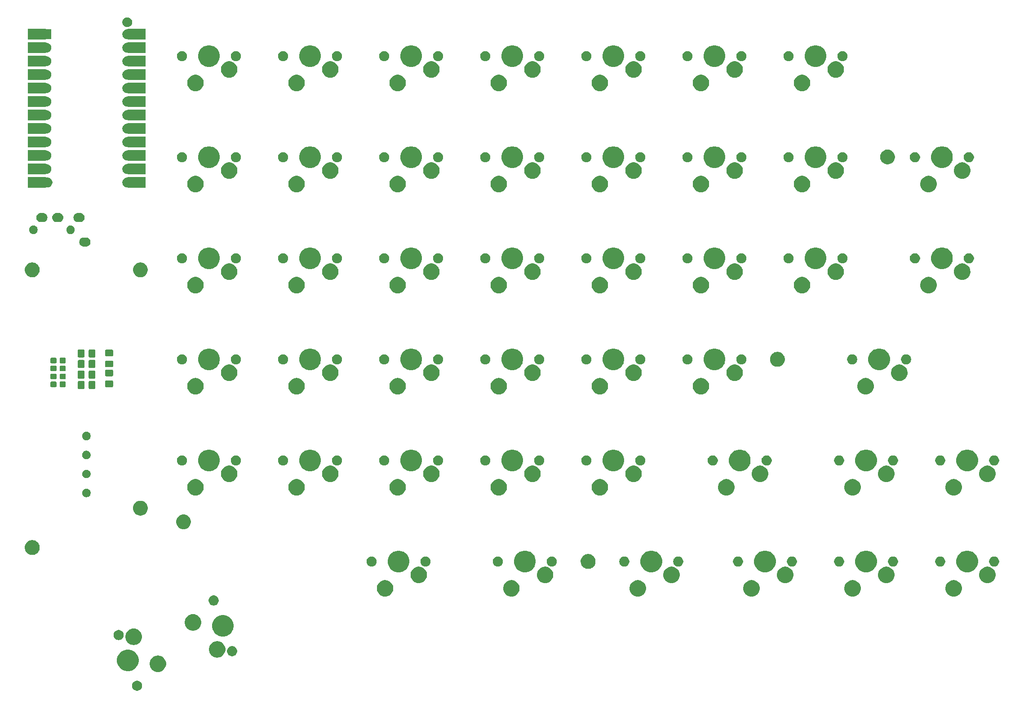
<source format=gts>
G04 #@! TF.GenerationSoftware,KiCad,Pcbnew,(5.1.6)-1*
G04 #@! TF.CreationDate,2020-11-25T22:12:27-08:00*
G04 #@! TF.ProjectId,ortho_right,6f727468-6f5f-4726-9967-68742e6b6963,rev?*
G04 #@! TF.SameCoordinates,Original*
G04 #@! TF.FileFunction,Soldermask,Top*
G04 #@! TF.FilePolarity,Negative*
%FSLAX46Y46*%
G04 Gerber Fmt 4.6, Leading zero omitted, Abs format (unit mm)*
G04 Created by KiCad (PCBNEW (5.1.6)-1) date 2020-11-25 22:12:27*
%MOMM*%
%LPD*%
G01*
G04 APERTURE LIST*
%ADD10C,0.150000*%
G04 APERTURE END LIST*
D10*
G36*
X224861243Y-141562147D02*
G01*
X225034314Y-141633835D01*
X225034315Y-141633836D01*
X225190075Y-141737911D01*
X225322538Y-141870374D01*
X225322539Y-141870376D01*
X225426614Y-142026135D01*
X225498302Y-142199206D01*
X225534848Y-142382934D01*
X225534848Y-142570268D01*
X225498302Y-142753996D01*
X225426614Y-142927067D01*
X225426613Y-142927068D01*
X225322538Y-143082828D01*
X225190075Y-143215291D01*
X225111666Y-143267682D01*
X225034314Y-143319367D01*
X224861243Y-143391055D01*
X224677515Y-143427601D01*
X224490181Y-143427601D01*
X224306453Y-143391055D01*
X224133382Y-143319367D01*
X224056030Y-143267682D01*
X223977621Y-143215291D01*
X223845158Y-143082828D01*
X223741083Y-142927068D01*
X223741082Y-142927067D01*
X223669394Y-142753996D01*
X223632848Y-142570268D01*
X223632848Y-142382934D01*
X223669394Y-142199206D01*
X223741082Y-142026135D01*
X223845157Y-141870376D01*
X223845158Y-141870374D01*
X223977621Y-141737911D01*
X224133381Y-141633836D01*
X224133382Y-141633835D01*
X224306453Y-141562147D01*
X224490181Y-141525601D01*
X224677515Y-141525601D01*
X224861243Y-141562147D01*
G37*
G36*
X228791341Y-136831121D02*
G01*
X228941166Y-136860923D01*
X229223430Y-136977840D01*
X229477461Y-137147578D01*
X229693497Y-137363614D01*
X229863235Y-137617645D01*
X229980152Y-137899909D01*
X230039756Y-138199559D01*
X230039756Y-138505079D01*
X229980152Y-138804729D01*
X229863235Y-139086993D01*
X229693497Y-139341024D01*
X229477461Y-139557060D01*
X229223430Y-139726798D01*
X228941166Y-139843715D01*
X228791341Y-139873517D01*
X228641517Y-139903319D01*
X228335995Y-139903319D01*
X228186171Y-139873517D01*
X228036346Y-139843715D01*
X227754082Y-139726798D01*
X227500051Y-139557060D01*
X227284015Y-139341024D01*
X227114277Y-139086993D01*
X226997360Y-138804729D01*
X226937756Y-138505079D01*
X226937756Y-138199559D01*
X226997360Y-137899909D01*
X227114277Y-137617645D01*
X227284015Y-137363614D01*
X227500051Y-137147578D01*
X227754082Y-136977840D01*
X228036346Y-136860923D01*
X228186171Y-136831121D01*
X228335995Y-136801319D01*
X228641517Y-136801319D01*
X228791341Y-136831121D01*
G37*
G36*
X223442860Y-135736646D02*
G01*
X223660860Y-135826945D01*
X223815009Y-135890795D01*
X224149934Y-136114585D01*
X224434763Y-136399414D01*
X224658553Y-136734339D01*
X224717053Y-136875571D01*
X224812702Y-137106488D01*
X224891286Y-137501556D01*
X224891286Y-137904368D01*
X224812702Y-138299436D01*
X224727522Y-138505079D01*
X224658553Y-138671585D01*
X224434763Y-139006510D01*
X224149934Y-139291339D01*
X223815009Y-139515129D01*
X223713778Y-139557060D01*
X223442860Y-139669278D01*
X223047792Y-139747862D01*
X222644980Y-139747862D01*
X222249912Y-139669278D01*
X221978994Y-139557060D01*
X221877763Y-139515129D01*
X221542838Y-139291339D01*
X221258009Y-139006510D01*
X221034219Y-138671585D01*
X220965250Y-138505079D01*
X220880070Y-138299436D01*
X220801486Y-137904368D01*
X220801486Y-137501556D01*
X220880070Y-137106488D01*
X220975719Y-136875571D01*
X221034219Y-136734339D01*
X221258009Y-136399414D01*
X221542838Y-136114585D01*
X221877763Y-135890795D01*
X222031912Y-135826945D01*
X222249912Y-135736646D01*
X222644980Y-135658062D01*
X223047792Y-135658062D01*
X223442860Y-135736646D01*
G37*
G36*
X239966392Y-134115240D02*
G01*
X240116217Y-134145042D01*
X240398481Y-134261959D01*
X240652512Y-134431697D01*
X240868548Y-134647733D01*
X241038286Y-134901764D01*
X241155203Y-135184028D01*
X241214807Y-135483678D01*
X241214807Y-135789198D01*
X241155203Y-136088848D01*
X241038286Y-136371112D01*
X240868548Y-136625143D01*
X240652512Y-136841179D01*
X240398481Y-137010917D01*
X240116217Y-137127834D01*
X240016957Y-137147578D01*
X239816568Y-137187438D01*
X239511046Y-137187438D01*
X239310657Y-137147578D01*
X239211397Y-137127834D01*
X238929133Y-137010917D01*
X238675102Y-136841179D01*
X238459066Y-136625143D01*
X238289328Y-136371112D01*
X238172411Y-136088848D01*
X238112807Y-135789198D01*
X238112807Y-135483678D01*
X238172411Y-135184028D01*
X238289328Y-134901764D01*
X238459066Y-134647733D01*
X238675102Y-134431697D01*
X238929133Y-134261959D01*
X239211397Y-134145042D01*
X239361222Y-134115240D01*
X239511046Y-134085438D01*
X239816568Y-134085438D01*
X239966392Y-134115240D01*
G37*
G36*
X242762387Y-135046663D02*
G01*
X242935458Y-135118351D01*
X242935459Y-135118352D01*
X243091219Y-135222427D01*
X243223682Y-135354890D01*
X243223683Y-135354892D01*
X243327758Y-135510651D01*
X243399446Y-135683722D01*
X243435992Y-135867450D01*
X243435992Y-136054784D01*
X243399446Y-136238512D01*
X243327758Y-136411583D01*
X243327757Y-136411584D01*
X243223682Y-136567344D01*
X243091219Y-136699807D01*
X243039538Y-136734339D01*
X242935458Y-136803883D01*
X242762387Y-136875571D01*
X242578659Y-136912117D01*
X242391325Y-136912117D01*
X242207597Y-136875571D01*
X242034526Y-136803883D01*
X241930446Y-136734339D01*
X241878765Y-136699807D01*
X241746302Y-136567344D01*
X241642227Y-136411584D01*
X241642226Y-136411583D01*
X241570538Y-136238512D01*
X241533992Y-136054784D01*
X241533992Y-135867450D01*
X241570538Y-135683722D01*
X241642226Y-135510651D01*
X241746301Y-135354892D01*
X241746302Y-135354890D01*
X241878765Y-135222427D01*
X242034525Y-135118352D01*
X242034526Y-135118351D01*
X242207597Y-135046663D01*
X242391325Y-135010117D01*
X242578659Y-135010117D01*
X242762387Y-135046663D01*
G37*
G36*
X224232694Y-131732804D02*
G01*
X224382519Y-131762606D01*
X224664783Y-131879523D01*
X224918814Y-132049261D01*
X225134850Y-132265297D01*
X225304588Y-132519328D01*
X225421505Y-132801592D01*
X225481109Y-133101242D01*
X225481109Y-133406762D01*
X225421505Y-133706412D01*
X225304588Y-133988676D01*
X225134850Y-134242707D01*
X224918814Y-134458743D01*
X224664783Y-134628481D01*
X224382519Y-134745398D01*
X224232694Y-134775200D01*
X224082870Y-134805002D01*
X223777348Y-134805002D01*
X223627524Y-134775200D01*
X223477699Y-134745398D01*
X223195435Y-134628481D01*
X222941404Y-134458743D01*
X222725368Y-134242707D01*
X222555630Y-133988676D01*
X222438713Y-133706412D01*
X222379109Y-133406762D01*
X222379109Y-133101242D01*
X222438713Y-132801592D01*
X222555630Y-132519328D01*
X222725368Y-132265297D01*
X222941404Y-132049261D01*
X223195435Y-131879523D01*
X223477699Y-131762606D01*
X223627524Y-131732804D01*
X223777348Y-131703002D01*
X224082870Y-131703002D01*
X224232694Y-131732804D01*
G37*
G36*
X221386319Y-132014869D02*
G01*
X221559390Y-132086557D01*
X221559391Y-132086558D01*
X221715151Y-132190633D01*
X221847614Y-132323096D01*
X221847615Y-132323098D01*
X221951690Y-132478857D01*
X222023378Y-132651928D01*
X222059924Y-132835656D01*
X222059924Y-133022990D01*
X222023378Y-133206718D01*
X221951690Y-133379789D01*
X221900005Y-133457141D01*
X221847614Y-133535550D01*
X221715151Y-133668013D01*
X221636742Y-133720404D01*
X221559390Y-133772089D01*
X221386319Y-133843777D01*
X221202591Y-133880323D01*
X221015257Y-133880323D01*
X220831529Y-133843777D01*
X220658458Y-133772089D01*
X220581106Y-133720404D01*
X220502697Y-133668013D01*
X220370234Y-133535550D01*
X220317843Y-133457141D01*
X220266158Y-133379789D01*
X220194470Y-133206718D01*
X220157924Y-133022990D01*
X220157924Y-132835656D01*
X220194470Y-132651928D01*
X220266158Y-132478857D01*
X220370233Y-132323098D01*
X220370234Y-132323096D01*
X220502697Y-132190633D01*
X220658457Y-132086558D01*
X220658458Y-132086557D01*
X220831529Y-132014869D01*
X221015257Y-131978323D01*
X221202591Y-131978323D01*
X221386319Y-132014869D01*
G37*
G36*
X241344004Y-129221162D02*
G01*
X241562004Y-129311461D01*
X241716153Y-129375311D01*
X242051078Y-129599101D01*
X242335907Y-129883930D01*
X242559697Y-130218855D01*
X242559697Y-130218856D01*
X242713846Y-130591004D01*
X242792430Y-130986072D01*
X242792430Y-131388884D01*
X242713846Y-131783952D01*
X242674259Y-131879523D01*
X242559697Y-132156101D01*
X242335907Y-132491026D01*
X242051078Y-132775855D01*
X241716153Y-132999645D01*
X241562004Y-133063495D01*
X241344004Y-133153794D01*
X240948936Y-133232378D01*
X240546124Y-133232378D01*
X240151056Y-133153794D01*
X239933056Y-133063495D01*
X239778907Y-132999645D01*
X239443982Y-132775855D01*
X239159153Y-132491026D01*
X238935363Y-132156101D01*
X238820801Y-131879523D01*
X238781214Y-131783952D01*
X238702630Y-131388884D01*
X238702630Y-130986072D01*
X238781214Y-130591004D01*
X238935363Y-130218856D01*
X238935363Y-130218855D01*
X239159153Y-129883930D01*
X239443982Y-129599101D01*
X239778907Y-129375311D01*
X239933056Y-129311461D01*
X240151056Y-129221162D01*
X240546124Y-129142578D01*
X240948936Y-129142578D01*
X241344004Y-129221162D01*
G37*
G36*
X235407745Y-129016923D02*
G01*
X235557570Y-129046725D01*
X235839834Y-129163642D01*
X236093865Y-129333380D01*
X236309901Y-129549416D01*
X236479639Y-129803447D01*
X236596556Y-130085711D01*
X236656160Y-130385361D01*
X236656160Y-130690881D01*
X236596556Y-130990531D01*
X236479639Y-131272795D01*
X236309901Y-131526826D01*
X236093865Y-131742862D01*
X235839834Y-131912600D01*
X235557570Y-132029517D01*
X235458310Y-132049261D01*
X235257921Y-132089121D01*
X234952399Y-132089121D01*
X234752010Y-132049261D01*
X234652750Y-132029517D01*
X234370486Y-131912600D01*
X234116455Y-131742862D01*
X233900419Y-131526826D01*
X233730681Y-131272795D01*
X233613764Y-130990531D01*
X233554160Y-130690881D01*
X233554160Y-130385361D01*
X233613764Y-130085711D01*
X233730681Y-129803447D01*
X233900419Y-129549416D01*
X234116455Y-129333380D01*
X234370486Y-129163642D01*
X234652750Y-129046725D01*
X234802575Y-129016923D01*
X234952399Y-128987121D01*
X235257921Y-128987121D01*
X235407745Y-129016923D01*
G37*
G36*
X239287463Y-125499385D02*
G01*
X239460534Y-125571073D01*
X239460535Y-125571074D01*
X239616295Y-125675149D01*
X239748758Y-125807612D01*
X239748759Y-125807614D01*
X239852834Y-125963373D01*
X239924522Y-126136444D01*
X239961068Y-126320172D01*
X239961068Y-126507506D01*
X239924522Y-126691234D01*
X239852834Y-126864305D01*
X239852833Y-126864306D01*
X239748758Y-127020066D01*
X239616295Y-127152529D01*
X239537886Y-127204920D01*
X239460534Y-127256605D01*
X239287463Y-127328293D01*
X239103735Y-127364839D01*
X238916401Y-127364839D01*
X238732673Y-127328293D01*
X238559602Y-127256605D01*
X238482250Y-127204920D01*
X238403841Y-127152529D01*
X238271378Y-127020066D01*
X238167303Y-126864306D01*
X238167302Y-126864305D01*
X238095614Y-126691234D01*
X238059068Y-126507506D01*
X238059068Y-126320172D01*
X238095614Y-126136444D01*
X238167302Y-125963373D01*
X238271377Y-125807614D01*
X238271378Y-125807612D01*
X238403841Y-125675149D01*
X238559601Y-125571074D01*
X238559602Y-125571073D01*
X238732673Y-125499385D01*
X238916401Y-125462839D01*
X239103735Y-125462839D01*
X239287463Y-125499385D01*
G37*
G36*
X378762585Y-122621302D02*
G01*
X378912410Y-122651104D01*
X379194674Y-122768021D01*
X379448705Y-122937759D01*
X379664741Y-123153795D01*
X379834479Y-123407826D01*
X379951396Y-123690090D01*
X380011000Y-123989740D01*
X380011000Y-124295260D01*
X379951396Y-124594910D01*
X379834479Y-124877174D01*
X379664741Y-125131205D01*
X379448705Y-125347241D01*
X379194674Y-125516979D01*
X378912410Y-125633896D01*
X378762585Y-125663698D01*
X378612761Y-125693500D01*
X378307239Y-125693500D01*
X378157415Y-125663698D01*
X378007590Y-125633896D01*
X377725326Y-125516979D01*
X377471295Y-125347241D01*
X377255259Y-125131205D01*
X377085521Y-124877174D01*
X376968604Y-124594910D01*
X376909000Y-124295260D01*
X376909000Y-123989740D01*
X376968604Y-123690090D01*
X377085521Y-123407826D01*
X377255259Y-123153795D01*
X377471295Y-122937759D01*
X377725326Y-122768021D01*
X378007590Y-122651104D01*
X378157415Y-122621302D01*
X378307239Y-122591500D01*
X378612761Y-122591500D01*
X378762585Y-122621302D01*
G37*
G36*
X271606085Y-122621302D02*
G01*
X271755910Y-122651104D01*
X272038174Y-122768021D01*
X272292205Y-122937759D01*
X272508241Y-123153795D01*
X272677979Y-123407826D01*
X272794896Y-123690090D01*
X272854500Y-123989740D01*
X272854500Y-124295260D01*
X272794896Y-124594910D01*
X272677979Y-124877174D01*
X272508241Y-125131205D01*
X272292205Y-125347241D01*
X272038174Y-125516979D01*
X271755910Y-125633896D01*
X271606085Y-125663698D01*
X271456261Y-125693500D01*
X271150739Y-125693500D01*
X271000915Y-125663698D01*
X270851090Y-125633896D01*
X270568826Y-125516979D01*
X270314795Y-125347241D01*
X270098759Y-125131205D01*
X269929021Y-124877174D01*
X269812104Y-124594910D01*
X269752500Y-124295260D01*
X269752500Y-123989740D01*
X269812104Y-123690090D01*
X269929021Y-123407826D01*
X270098759Y-123153795D01*
X270314795Y-122937759D01*
X270568826Y-122768021D01*
X270851090Y-122651104D01*
X271000915Y-122621302D01*
X271150739Y-122591500D01*
X271456261Y-122591500D01*
X271606085Y-122621302D01*
G37*
G36*
X359712585Y-122621302D02*
G01*
X359862410Y-122651104D01*
X360144674Y-122768021D01*
X360398705Y-122937759D01*
X360614741Y-123153795D01*
X360784479Y-123407826D01*
X360901396Y-123690090D01*
X360961000Y-123989740D01*
X360961000Y-124295260D01*
X360901396Y-124594910D01*
X360784479Y-124877174D01*
X360614741Y-125131205D01*
X360398705Y-125347241D01*
X360144674Y-125516979D01*
X359862410Y-125633896D01*
X359712585Y-125663698D01*
X359562761Y-125693500D01*
X359257239Y-125693500D01*
X359107415Y-125663698D01*
X358957590Y-125633896D01*
X358675326Y-125516979D01*
X358421295Y-125347241D01*
X358205259Y-125131205D01*
X358035521Y-124877174D01*
X357918604Y-124594910D01*
X357859000Y-124295260D01*
X357859000Y-123989740D01*
X357918604Y-123690090D01*
X358035521Y-123407826D01*
X358205259Y-123153795D01*
X358421295Y-122937759D01*
X358675326Y-122768021D01*
X358957590Y-122651104D01*
X359107415Y-122621302D01*
X359257239Y-122591500D01*
X359562761Y-122591500D01*
X359712585Y-122621302D01*
G37*
G36*
X340662585Y-122621302D02*
G01*
X340812410Y-122651104D01*
X341094674Y-122768021D01*
X341348705Y-122937759D01*
X341564741Y-123153795D01*
X341734479Y-123407826D01*
X341851396Y-123690090D01*
X341911000Y-123989740D01*
X341911000Y-124295260D01*
X341851396Y-124594910D01*
X341734479Y-124877174D01*
X341564741Y-125131205D01*
X341348705Y-125347241D01*
X341094674Y-125516979D01*
X340812410Y-125633896D01*
X340662585Y-125663698D01*
X340512761Y-125693500D01*
X340207239Y-125693500D01*
X340057415Y-125663698D01*
X339907590Y-125633896D01*
X339625326Y-125516979D01*
X339371295Y-125347241D01*
X339155259Y-125131205D01*
X338985521Y-124877174D01*
X338868604Y-124594910D01*
X338809000Y-124295260D01*
X338809000Y-123989740D01*
X338868604Y-123690090D01*
X338985521Y-123407826D01*
X339155259Y-123153795D01*
X339371295Y-122937759D01*
X339625326Y-122768021D01*
X339907590Y-122651104D01*
X340057415Y-122621302D01*
X340207239Y-122591500D01*
X340512761Y-122591500D01*
X340662585Y-122621302D01*
G37*
G36*
X319231085Y-122621302D02*
G01*
X319380910Y-122651104D01*
X319663174Y-122768021D01*
X319917205Y-122937759D01*
X320133241Y-123153795D01*
X320302979Y-123407826D01*
X320419896Y-123690090D01*
X320479500Y-123989740D01*
X320479500Y-124295260D01*
X320419896Y-124594910D01*
X320302979Y-124877174D01*
X320133241Y-125131205D01*
X319917205Y-125347241D01*
X319663174Y-125516979D01*
X319380910Y-125633896D01*
X319231085Y-125663698D01*
X319081261Y-125693500D01*
X318775739Y-125693500D01*
X318625915Y-125663698D01*
X318476090Y-125633896D01*
X318193826Y-125516979D01*
X317939795Y-125347241D01*
X317723759Y-125131205D01*
X317554021Y-124877174D01*
X317437104Y-124594910D01*
X317377500Y-124295260D01*
X317377500Y-123989740D01*
X317437104Y-123690090D01*
X317554021Y-123407826D01*
X317723759Y-123153795D01*
X317939795Y-122937759D01*
X318193826Y-122768021D01*
X318476090Y-122651104D01*
X318625915Y-122621302D01*
X318775739Y-122591500D01*
X319081261Y-122591500D01*
X319231085Y-122621302D01*
G37*
G36*
X295418585Y-122621302D02*
G01*
X295568410Y-122651104D01*
X295850674Y-122768021D01*
X296104705Y-122937759D01*
X296320741Y-123153795D01*
X296490479Y-123407826D01*
X296607396Y-123690090D01*
X296667000Y-123989740D01*
X296667000Y-124295260D01*
X296607396Y-124594910D01*
X296490479Y-124877174D01*
X296320741Y-125131205D01*
X296104705Y-125347241D01*
X295850674Y-125516979D01*
X295568410Y-125633896D01*
X295418585Y-125663698D01*
X295268761Y-125693500D01*
X294963239Y-125693500D01*
X294813415Y-125663698D01*
X294663590Y-125633896D01*
X294381326Y-125516979D01*
X294127295Y-125347241D01*
X293911259Y-125131205D01*
X293741521Y-124877174D01*
X293624604Y-124594910D01*
X293565000Y-124295260D01*
X293565000Y-123989740D01*
X293624604Y-123690090D01*
X293741521Y-123407826D01*
X293911259Y-123153795D01*
X294127295Y-122937759D01*
X294381326Y-122768021D01*
X294663590Y-122651104D01*
X294813415Y-122621302D01*
X294963239Y-122591500D01*
X295268761Y-122591500D01*
X295418585Y-122621302D01*
G37*
G36*
X347012585Y-120081302D02*
G01*
X347162410Y-120111104D01*
X347444674Y-120228021D01*
X347698705Y-120397759D01*
X347914741Y-120613795D01*
X348084479Y-120867826D01*
X348201396Y-121150090D01*
X348261000Y-121449740D01*
X348261000Y-121755260D01*
X348201396Y-122054910D01*
X348084479Y-122337174D01*
X347914741Y-122591205D01*
X347698705Y-122807241D01*
X347444674Y-122976979D01*
X347162410Y-123093896D01*
X347012585Y-123123698D01*
X346862761Y-123153500D01*
X346557239Y-123153500D01*
X346407415Y-123123698D01*
X346257590Y-123093896D01*
X345975326Y-122976979D01*
X345721295Y-122807241D01*
X345505259Y-122591205D01*
X345335521Y-122337174D01*
X345218604Y-122054910D01*
X345159000Y-121755260D01*
X345159000Y-121449740D01*
X345218604Y-121150090D01*
X345335521Y-120867826D01*
X345505259Y-120613795D01*
X345721295Y-120397759D01*
X345975326Y-120228021D01*
X346257590Y-120111104D01*
X346407415Y-120081302D01*
X346557239Y-120051500D01*
X346862761Y-120051500D01*
X347012585Y-120081302D01*
G37*
G36*
X277956085Y-120081302D02*
G01*
X278105910Y-120111104D01*
X278388174Y-120228021D01*
X278642205Y-120397759D01*
X278858241Y-120613795D01*
X279027979Y-120867826D01*
X279144896Y-121150090D01*
X279204500Y-121449740D01*
X279204500Y-121755260D01*
X279144896Y-122054910D01*
X279027979Y-122337174D01*
X278858241Y-122591205D01*
X278642205Y-122807241D01*
X278388174Y-122976979D01*
X278105910Y-123093896D01*
X277956085Y-123123698D01*
X277806261Y-123153500D01*
X277500739Y-123153500D01*
X277350915Y-123123698D01*
X277201090Y-123093896D01*
X276918826Y-122976979D01*
X276664795Y-122807241D01*
X276448759Y-122591205D01*
X276279021Y-122337174D01*
X276162104Y-122054910D01*
X276102500Y-121755260D01*
X276102500Y-121449740D01*
X276162104Y-121150090D01*
X276279021Y-120867826D01*
X276448759Y-120613795D01*
X276664795Y-120397759D01*
X276918826Y-120228021D01*
X277201090Y-120111104D01*
X277350915Y-120081302D01*
X277500739Y-120051500D01*
X277806261Y-120051500D01*
X277956085Y-120081302D01*
G37*
G36*
X301768585Y-120081302D02*
G01*
X301918410Y-120111104D01*
X302200674Y-120228021D01*
X302454705Y-120397759D01*
X302670741Y-120613795D01*
X302840479Y-120867826D01*
X302957396Y-121150090D01*
X303017000Y-121449740D01*
X303017000Y-121755260D01*
X302957396Y-122054910D01*
X302840479Y-122337174D01*
X302670741Y-122591205D01*
X302454705Y-122807241D01*
X302200674Y-122976979D01*
X301918410Y-123093896D01*
X301768585Y-123123698D01*
X301618761Y-123153500D01*
X301313239Y-123153500D01*
X301163415Y-123123698D01*
X301013590Y-123093896D01*
X300731326Y-122976979D01*
X300477295Y-122807241D01*
X300261259Y-122591205D01*
X300091521Y-122337174D01*
X299974604Y-122054910D01*
X299915000Y-121755260D01*
X299915000Y-121449740D01*
X299974604Y-121150090D01*
X300091521Y-120867826D01*
X300261259Y-120613795D01*
X300477295Y-120397759D01*
X300731326Y-120228021D01*
X301013590Y-120111104D01*
X301163415Y-120081302D01*
X301313239Y-120051500D01*
X301618761Y-120051500D01*
X301768585Y-120081302D01*
G37*
G36*
X325581085Y-120081302D02*
G01*
X325730910Y-120111104D01*
X326013174Y-120228021D01*
X326267205Y-120397759D01*
X326483241Y-120613795D01*
X326652979Y-120867826D01*
X326769896Y-121150090D01*
X326829500Y-121449740D01*
X326829500Y-121755260D01*
X326769896Y-122054910D01*
X326652979Y-122337174D01*
X326483241Y-122591205D01*
X326267205Y-122807241D01*
X326013174Y-122976979D01*
X325730910Y-123093896D01*
X325581085Y-123123698D01*
X325431261Y-123153500D01*
X325125739Y-123153500D01*
X324975915Y-123123698D01*
X324826090Y-123093896D01*
X324543826Y-122976979D01*
X324289795Y-122807241D01*
X324073759Y-122591205D01*
X323904021Y-122337174D01*
X323787104Y-122054910D01*
X323727500Y-121755260D01*
X323727500Y-121449740D01*
X323787104Y-121150090D01*
X323904021Y-120867826D01*
X324073759Y-120613795D01*
X324289795Y-120397759D01*
X324543826Y-120228021D01*
X324826090Y-120111104D01*
X324975915Y-120081302D01*
X325125739Y-120051500D01*
X325431261Y-120051500D01*
X325581085Y-120081302D01*
G37*
G36*
X385112585Y-120081302D02*
G01*
X385262410Y-120111104D01*
X385544674Y-120228021D01*
X385798705Y-120397759D01*
X386014741Y-120613795D01*
X386184479Y-120867826D01*
X386301396Y-121150090D01*
X386361000Y-121449740D01*
X386361000Y-121755260D01*
X386301396Y-122054910D01*
X386184479Y-122337174D01*
X386014741Y-122591205D01*
X385798705Y-122807241D01*
X385544674Y-122976979D01*
X385262410Y-123093896D01*
X385112585Y-123123698D01*
X384962761Y-123153500D01*
X384657239Y-123153500D01*
X384507415Y-123123698D01*
X384357590Y-123093896D01*
X384075326Y-122976979D01*
X383821295Y-122807241D01*
X383605259Y-122591205D01*
X383435521Y-122337174D01*
X383318604Y-122054910D01*
X383259000Y-121755260D01*
X383259000Y-121449740D01*
X383318604Y-121150090D01*
X383435521Y-120867826D01*
X383605259Y-120613795D01*
X383821295Y-120397759D01*
X384075326Y-120228021D01*
X384357590Y-120111104D01*
X384507415Y-120081302D01*
X384657239Y-120051500D01*
X384962761Y-120051500D01*
X385112585Y-120081302D01*
G37*
G36*
X366062585Y-120081302D02*
G01*
X366212410Y-120111104D01*
X366494674Y-120228021D01*
X366748705Y-120397759D01*
X366964741Y-120613795D01*
X367134479Y-120867826D01*
X367251396Y-121150090D01*
X367311000Y-121449740D01*
X367311000Y-121755260D01*
X367251396Y-122054910D01*
X367134479Y-122337174D01*
X366964741Y-122591205D01*
X366748705Y-122807241D01*
X366494674Y-122976979D01*
X366212410Y-123093896D01*
X366062585Y-123123698D01*
X365912761Y-123153500D01*
X365607239Y-123153500D01*
X365457415Y-123123698D01*
X365307590Y-123093896D01*
X365025326Y-122976979D01*
X364771295Y-122807241D01*
X364555259Y-122591205D01*
X364385521Y-122337174D01*
X364268604Y-122054910D01*
X364209000Y-121755260D01*
X364209000Y-121449740D01*
X364268604Y-121150090D01*
X364385521Y-120867826D01*
X364555259Y-120613795D01*
X364771295Y-120397759D01*
X365025326Y-120228021D01*
X365307590Y-120111104D01*
X365457415Y-120081302D01*
X365607239Y-120051500D01*
X365912761Y-120051500D01*
X366062585Y-120081302D01*
G37*
G36*
X343496474Y-117096184D02*
G01*
X343714474Y-117186483D01*
X343868623Y-117250333D01*
X344203548Y-117474123D01*
X344488377Y-117758952D01*
X344712167Y-118093877D01*
X344734604Y-118148046D01*
X344866316Y-118466026D01*
X344944900Y-118861094D01*
X344944900Y-119263906D01*
X344866316Y-119658974D01*
X344776017Y-119876974D01*
X344712167Y-120031123D01*
X344488377Y-120366048D01*
X344203548Y-120650877D01*
X343868623Y-120874667D01*
X343714474Y-120938517D01*
X343496474Y-121028816D01*
X343101406Y-121107400D01*
X342698594Y-121107400D01*
X342303526Y-121028816D01*
X342085526Y-120938517D01*
X341931377Y-120874667D01*
X341596452Y-120650877D01*
X341311623Y-120366048D01*
X341087833Y-120031123D01*
X341023983Y-119876974D01*
X340933684Y-119658974D01*
X340855100Y-119263906D01*
X340855100Y-118861094D01*
X340933684Y-118466026D01*
X341065396Y-118148046D01*
X341087833Y-118093877D01*
X341311623Y-117758952D01*
X341596452Y-117474123D01*
X341931377Y-117250333D01*
X342085526Y-117186483D01*
X342303526Y-117096184D01*
X342698594Y-117017600D01*
X343101406Y-117017600D01*
X343496474Y-117096184D01*
G37*
G36*
X381596474Y-117096184D02*
G01*
X381814474Y-117186483D01*
X381968623Y-117250333D01*
X382303548Y-117474123D01*
X382588377Y-117758952D01*
X382812167Y-118093877D01*
X382834604Y-118148046D01*
X382966316Y-118466026D01*
X383044900Y-118861094D01*
X383044900Y-119263906D01*
X382966316Y-119658974D01*
X382876017Y-119876974D01*
X382812167Y-120031123D01*
X382588377Y-120366048D01*
X382303548Y-120650877D01*
X381968623Y-120874667D01*
X381814474Y-120938517D01*
X381596474Y-121028816D01*
X381201406Y-121107400D01*
X380798594Y-121107400D01*
X380403526Y-121028816D01*
X380185526Y-120938517D01*
X380031377Y-120874667D01*
X379696452Y-120650877D01*
X379411623Y-120366048D01*
X379187833Y-120031123D01*
X379123983Y-119876974D01*
X379033684Y-119658974D01*
X378955100Y-119263906D01*
X378955100Y-118861094D01*
X379033684Y-118466026D01*
X379165396Y-118148046D01*
X379187833Y-118093877D01*
X379411623Y-117758952D01*
X379696452Y-117474123D01*
X380031377Y-117250333D01*
X380185526Y-117186483D01*
X380403526Y-117096184D01*
X380798594Y-117017600D01*
X381201406Y-117017600D01*
X381596474Y-117096184D01*
G37*
G36*
X274439974Y-117096184D02*
G01*
X274657974Y-117186483D01*
X274812123Y-117250333D01*
X275147048Y-117474123D01*
X275431877Y-117758952D01*
X275655667Y-118093877D01*
X275678104Y-118148046D01*
X275809816Y-118466026D01*
X275888400Y-118861094D01*
X275888400Y-119263906D01*
X275809816Y-119658974D01*
X275719517Y-119876974D01*
X275655667Y-120031123D01*
X275431877Y-120366048D01*
X275147048Y-120650877D01*
X274812123Y-120874667D01*
X274657974Y-120938517D01*
X274439974Y-121028816D01*
X274044906Y-121107400D01*
X273642094Y-121107400D01*
X273247026Y-121028816D01*
X273029026Y-120938517D01*
X272874877Y-120874667D01*
X272539952Y-120650877D01*
X272255123Y-120366048D01*
X272031333Y-120031123D01*
X271967483Y-119876974D01*
X271877184Y-119658974D01*
X271798600Y-119263906D01*
X271798600Y-118861094D01*
X271877184Y-118466026D01*
X272008896Y-118148046D01*
X272031333Y-118093877D01*
X272255123Y-117758952D01*
X272539952Y-117474123D01*
X272874877Y-117250333D01*
X273029026Y-117186483D01*
X273247026Y-117096184D01*
X273642094Y-117017600D01*
X274044906Y-117017600D01*
X274439974Y-117096184D01*
G37*
G36*
X298252474Y-117096184D02*
G01*
X298470474Y-117186483D01*
X298624623Y-117250333D01*
X298959548Y-117474123D01*
X299244377Y-117758952D01*
X299468167Y-118093877D01*
X299490604Y-118148046D01*
X299622316Y-118466026D01*
X299700900Y-118861094D01*
X299700900Y-119263906D01*
X299622316Y-119658974D01*
X299532017Y-119876974D01*
X299468167Y-120031123D01*
X299244377Y-120366048D01*
X298959548Y-120650877D01*
X298624623Y-120874667D01*
X298470474Y-120938517D01*
X298252474Y-121028816D01*
X297857406Y-121107400D01*
X297454594Y-121107400D01*
X297059526Y-121028816D01*
X296841526Y-120938517D01*
X296687377Y-120874667D01*
X296352452Y-120650877D01*
X296067623Y-120366048D01*
X295843833Y-120031123D01*
X295779983Y-119876974D01*
X295689684Y-119658974D01*
X295611100Y-119263906D01*
X295611100Y-118861094D01*
X295689684Y-118466026D01*
X295821396Y-118148046D01*
X295843833Y-118093877D01*
X296067623Y-117758952D01*
X296352452Y-117474123D01*
X296687377Y-117250333D01*
X296841526Y-117186483D01*
X297059526Y-117096184D01*
X297454594Y-117017600D01*
X297857406Y-117017600D01*
X298252474Y-117096184D01*
G37*
G36*
X322064974Y-117096184D02*
G01*
X322282974Y-117186483D01*
X322437123Y-117250333D01*
X322772048Y-117474123D01*
X323056877Y-117758952D01*
X323280667Y-118093877D01*
X323303104Y-118148046D01*
X323434816Y-118466026D01*
X323513400Y-118861094D01*
X323513400Y-119263906D01*
X323434816Y-119658974D01*
X323344517Y-119876974D01*
X323280667Y-120031123D01*
X323056877Y-120366048D01*
X322772048Y-120650877D01*
X322437123Y-120874667D01*
X322282974Y-120938517D01*
X322064974Y-121028816D01*
X321669906Y-121107400D01*
X321267094Y-121107400D01*
X320872026Y-121028816D01*
X320654026Y-120938517D01*
X320499877Y-120874667D01*
X320164952Y-120650877D01*
X319880123Y-120366048D01*
X319656333Y-120031123D01*
X319592483Y-119876974D01*
X319502184Y-119658974D01*
X319423600Y-119263906D01*
X319423600Y-118861094D01*
X319502184Y-118466026D01*
X319633896Y-118148046D01*
X319656333Y-118093877D01*
X319880123Y-117758952D01*
X320164952Y-117474123D01*
X320499877Y-117250333D01*
X320654026Y-117186483D01*
X320872026Y-117096184D01*
X321267094Y-117017600D01*
X321669906Y-117017600D01*
X322064974Y-117096184D01*
G37*
G36*
X362546474Y-117096184D02*
G01*
X362764474Y-117186483D01*
X362918623Y-117250333D01*
X363253548Y-117474123D01*
X363538377Y-117758952D01*
X363762167Y-118093877D01*
X363784604Y-118148046D01*
X363916316Y-118466026D01*
X363994900Y-118861094D01*
X363994900Y-119263906D01*
X363916316Y-119658974D01*
X363826017Y-119876974D01*
X363762167Y-120031123D01*
X363538377Y-120366048D01*
X363253548Y-120650877D01*
X362918623Y-120874667D01*
X362764474Y-120938517D01*
X362546474Y-121028816D01*
X362151406Y-121107400D01*
X361748594Y-121107400D01*
X361353526Y-121028816D01*
X361135526Y-120938517D01*
X360981377Y-120874667D01*
X360646452Y-120650877D01*
X360361623Y-120366048D01*
X360137833Y-120031123D01*
X360073983Y-119876974D01*
X359983684Y-119658974D01*
X359905100Y-119263906D01*
X359905100Y-118861094D01*
X359983684Y-118466026D01*
X360115396Y-118148046D01*
X360137833Y-118093877D01*
X360361623Y-117758952D01*
X360646452Y-117474123D01*
X360981377Y-117250333D01*
X361135526Y-117186483D01*
X361353526Y-117096184D01*
X361748594Y-117017600D01*
X362151406Y-117017600D01*
X362546474Y-117096184D01*
G37*
G36*
X309893633Y-117697393D02*
G01*
X309983857Y-117715339D01*
X310089147Y-117758952D01*
X310238821Y-117820949D01*
X310314963Y-117871825D01*
X310468286Y-117974272D01*
X310663428Y-118169414D01*
X310697051Y-118219735D01*
X310816751Y-118398879D01*
X310844564Y-118466026D01*
X310905043Y-118612033D01*
X310922361Y-118653844D01*
X310976200Y-118924512D01*
X310976200Y-119200488D01*
X310963585Y-119263906D01*
X310922361Y-119471157D01*
X310878615Y-119576767D01*
X310816751Y-119726121D01*
X310816750Y-119726122D01*
X310663428Y-119955586D01*
X310468286Y-120150728D01*
X310352608Y-120228021D01*
X310238821Y-120304051D01*
X310089467Y-120365915D01*
X309983857Y-120409661D01*
X309893633Y-120427607D01*
X309713188Y-120463500D01*
X309437212Y-120463500D01*
X309256767Y-120427607D01*
X309166543Y-120409661D01*
X309060933Y-120365915D01*
X308911579Y-120304051D01*
X308797792Y-120228021D01*
X308682114Y-120150728D01*
X308486972Y-119955586D01*
X308333650Y-119726122D01*
X308333649Y-119726121D01*
X308271785Y-119576767D01*
X308228039Y-119471157D01*
X308186815Y-119263906D01*
X308174200Y-119200488D01*
X308174200Y-118924512D01*
X308228039Y-118653844D01*
X308245358Y-118612033D01*
X308305836Y-118466026D01*
X308333649Y-118398879D01*
X308453349Y-118219735D01*
X308486972Y-118169414D01*
X308682114Y-117974272D01*
X308835437Y-117871825D01*
X308911579Y-117820949D01*
X309061253Y-117758952D01*
X309166543Y-117715339D01*
X309256767Y-117697393D01*
X309437212Y-117661500D01*
X309713188Y-117661500D01*
X309893633Y-117697393D01*
G37*
G36*
X386357395Y-118148046D02*
G01*
X386530466Y-118219734D01*
X386530467Y-118219735D01*
X386686227Y-118323810D01*
X386818690Y-118456273D01*
X386871081Y-118534682D01*
X386922766Y-118612034D01*
X386994454Y-118785105D01*
X387031000Y-118968833D01*
X387031000Y-119156167D01*
X386994454Y-119339895D01*
X386922766Y-119512966D01*
X386922765Y-119512967D01*
X386818690Y-119668727D01*
X386686227Y-119801190D01*
X386607818Y-119853581D01*
X386530466Y-119905266D01*
X386357395Y-119976954D01*
X386173667Y-120013500D01*
X385986333Y-120013500D01*
X385802605Y-119976954D01*
X385629534Y-119905266D01*
X385552182Y-119853581D01*
X385473773Y-119801190D01*
X385341310Y-119668727D01*
X385237235Y-119512967D01*
X385237234Y-119512966D01*
X385165546Y-119339895D01*
X385129000Y-119156167D01*
X385129000Y-118968833D01*
X385165546Y-118785105D01*
X385237234Y-118612034D01*
X385288919Y-118534682D01*
X385341310Y-118456273D01*
X385473773Y-118323810D01*
X385629533Y-118219735D01*
X385629534Y-118219734D01*
X385802605Y-118148046D01*
X385986333Y-118111500D01*
X386173667Y-118111500D01*
X386357395Y-118148046D01*
G37*
G36*
X376197395Y-118148046D02*
G01*
X376370466Y-118219734D01*
X376370467Y-118219735D01*
X376526227Y-118323810D01*
X376658690Y-118456273D01*
X376711081Y-118534682D01*
X376762766Y-118612034D01*
X376834454Y-118785105D01*
X376871000Y-118968833D01*
X376871000Y-119156167D01*
X376834454Y-119339895D01*
X376762766Y-119512966D01*
X376762765Y-119512967D01*
X376658690Y-119668727D01*
X376526227Y-119801190D01*
X376447818Y-119853581D01*
X376370466Y-119905266D01*
X376197395Y-119976954D01*
X376013667Y-120013500D01*
X375826333Y-120013500D01*
X375642605Y-119976954D01*
X375469534Y-119905266D01*
X375392182Y-119853581D01*
X375313773Y-119801190D01*
X375181310Y-119668727D01*
X375077235Y-119512967D01*
X375077234Y-119512966D01*
X375005546Y-119339895D01*
X374969000Y-119156167D01*
X374969000Y-118968833D01*
X375005546Y-118785105D01*
X375077234Y-118612034D01*
X375128919Y-118534682D01*
X375181310Y-118456273D01*
X375313773Y-118323810D01*
X375469533Y-118219735D01*
X375469534Y-118219734D01*
X375642605Y-118148046D01*
X375826333Y-118111500D01*
X376013667Y-118111500D01*
X376197395Y-118148046D01*
G37*
G36*
X357147395Y-118148046D02*
G01*
X357320466Y-118219734D01*
X357320467Y-118219735D01*
X357476227Y-118323810D01*
X357608690Y-118456273D01*
X357661081Y-118534682D01*
X357712766Y-118612034D01*
X357784454Y-118785105D01*
X357821000Y-118968833D01*
X357821000Y-119156167D01*
X357784454Y-119339895D01*
X357712766Y-119512966D01*
X357712765Y-119512967D01*
X357608690Y-119668727D01*
X357476227Y-119801190D01*
X357397818Y-119853581D01*
X357320466Y-119905266D01*
X357147395Y-119976954D01*
X356963667Y-120013500D01*
X356776333Y-120013500D01*
X356592605Y-119976954D01*
X356419534Y-119905266D01*
X356342182Y-119853581D01*
X356263773Y-119801190D01*
X356131310Y-119668727D01*
X356027235Y-119512967D01*
X356027234Y-119512966D01*
X355955546Y-119339895D01*
X355919000Y-119156167D01*
X355919000Y-118968833D01*
X355955546Y-118785105D01*
X356027234Y-118612034D01*
X356078919Y-118534682D01*
X356131310Y-118456273D01*
X356263773Y-118323810D01*
X356419533Y-118219735D01*
X356419534Y-118219734D01*
X356592605Y-118148046D01*
X356776333Y-118111500D01*
X356963667Y-118111500D01*
X357147395Y-118148046D01*
G37*
G36*
X338097395Y-118148046D02*
G01*
X338270466Y-118219734D01*
X338270467Y-118219735D01*
X338426227Y-118323810D01*
X338558690Y-118456273D01*
X338611081Y-118534682D01*
X338662766Y-118612034D01*
X338734454Y-118785105D01*
X338771000Y-118968833D01*
X338771000Y-119156167D01*
X338734454Y-119339895D01*
X338662766Y-119512966D01*
X338662765Y-119512967D01*
X338558690Y-119668727D01*
X338426227Y-119801190D01*
X338347818Y-119853581D01*
X338270466Y-119905266D01*
X338097395Y-119976954D01*
X337913667Y-120013500D01*
X337726333Y-120013500D01*
X337542605Y-119976954D01*
X337369534Y-119905266D01*
X337292182Y-119853581D01*
X337213773Y-119801190D01*
X337081310Y-119668727D01*
X336977235Y-119512967D01*
X336977234Y-119512966D01*
X336905546Y-119339895D01*
X336869000Y-119156167D01*
X336869000Y-118968833D01*
X336905546Y-118785105D01*
X336977234Y-118612034D01*
X337028919Y-118534682D01*
X337081310Y-118456273D01*
X337213773Y-118323810D01*
X337369533Y-118219735D01*
X337369534Y-118219734D01*
X337542605Y-118148046D01*
X337726333Y-118111500D01*
X337913667Y-118111500D01*
X338097395Y-118148046D01*
G37*
G36*
X367307395Y-118148046D02*
G01*
X367480466Y-118219734D01*
X367480467Y-118219735D01*
X367636227Y-118323810D01*
X367768690Y-118456273D01*
X367821081Y-118534682D01*
X367872766Y-118612034D01*
X367944454Y-118785105D01*
X367981000Y-118968833D01*
X367981000Y-119156167D01*
X367944454Y-119339895D01*
X367872766Y-119512966D01*
X367872765Y-119512967D01*
X367768690Y-119668727D01*
X367636227Y-119801190D01*
X367557818Y-119853581D01*
X367480466Y-119905266D01*
X367307395Y-119976954D01*
X367123667Y-120013500D01*
X366936333Y-120013500D01*
X366752605Y-119976954D01*
X366579534Y-119905266D01*
X366502182Y-119853581D01*
X366423773Y-119801190D01*
X366291310Y-119668727D01*
X366187235Y-119512967D01*
X366187234Y-119512966D01*
X366115546Y-119339895D01*
X366079000Y-119156167D01*
X366079000Y-118968833D01*
X366115546Y-118785105D01*
X366187234Y-118612034D01*
X366238919Y-118534682D01*
X366291310Y-118456273D01*
X366423773Y-118323810D01*
X366579533Y-118219735D01*
X366579534Y-118219734D01*
X366752605Y-118148046D01*
X366936333Y-118111500D01*
X367123667Y-118111500D01*
X367307395Y-118148046D01*
G37*
G36*
X348257395Y-118148046D02*
G01*
X348430466Y-118219734D01*
X348430467Y-118219735D01*
X348586227Y-118323810D01*
X348718690Y-118456273D01*
X348771081Y-118534682D01*
X348822766Y-118612034D01*
X348894454Y-118785105D01*
X348931000Y-118968833D01*
X348931000Y-119156167D01*
X348894454Y-119339895D01*
X348822766Y-119512966D01*
X348822765Y-119512967D01*
X348718690Y-119668727D01*
X348586227Y-119801190D01*
X348507818Y-119853581D01*
X348430466Y-119905266D01*
X348257395Y-119976954D01*
X348073667Y-120013500D01*
X347886333Y-120013500D01*
X347702605Y-119976954D01*
X347529534Y-119905266D01*
X347452182Y-119853581D01*
X347373773Y-119801190D01*
X347241310Y-119668727D01*
X347137235Y-119512967D01*
X347137234Y-119512966D01*
X347065546Y-119339895D01*
X347029000Y-119156167D01*
X347029000Y-118968833D01*
X347065546Y-118785105D01*
X347137234Y-118612034D01*
X347188919Y-118534682D01*
X347241310Y-118456273D01*
X347373773Y-118323810D01*
X347529533Y-118219735D01*
X347529534Y-118219734D01*
X347702605Y-118148046D01*
X347886333Y-118111500D01*
X348073667Y-118111500D01*
X348257395Y-118148046D01*
G37*
G36*
X269040895Y-118148046D02*
G01*
X269213966Y-118219734D01*
X269213967Y-118219735D01*
X269369727Y-118323810D01*
X269502190Y-118456273D01*
X269554581Y-118534682D01*
X269606266Y-118612034D01*
X269677954Y-118785105D01*
X269714500Y-118968833D01*
X269714500Y-119156167D01*
X269677954Y-119339895D01*
X269606266Y-119512966D01*
X269606265Y-119512967D01*
X269502190Y-119668727D01*
X269369727Y-119801190D01*
X269291318Y-119853581D01*
X269213966Y-119905266D01*
X269040895Y-119976954D01*
X268857167Y-120013500D01*
X268669833Y-120013500D01*
X268486105Y-119976954D01*
X268313034Y-119905266D01*
X268235682Y-119853581D01*
X268157273Y-119801190D01*
X268024810Y-119668727D01*
X267920735Y-119512967D01*
X267920734Y-119512966D01*
X267849046Y-119339895D01*
X267812500Y-119156167D01*
X267812500Y-118968833D01*
X267849046Y-118785105D01*
X267920734Y-118612034D01*
X267972419Y-118534682D01*
X268024810Y-118456273D01*
X268157273Y-118323810D01*
X268313033Y-118219735D01*
X268313034Y-118219734D01*
X268486105Y-118148046D01*
X268669833Y-118111500D01*
X268857167Y-118111500D01*
X269040895Y-118148046D01*
G37*
G36*
X279200895Y-118148046D02*
G01*
X279373966Y-118219734D01*
X279373967Y-118219735D01*
X279529727Y-118323810D01*
X279662190Y-118456273D01*
X279714581Y-118534682D01*
X279766266Y-118612034D01*
X279837954Y-118785105D01*
X279874500Y-118968833D01*
X279874500Y-119156167D01*
X279837954Y-119339895D01*
X279766266Y-119512966D01*
X279766265Y-119512967D01*
X279662190Y-119668727D01*
X279529727Y-119801190D01*
X279451318Y-119853581D01*
X279373966Y-119905266D01*
X279200895Y-119976954D01*
X279017167Y-120013500D01*
X278829833Y-120013500D01*
X278646105Y-119976954D01*
X278473034Y-119905266D01*
X278395682Y-119853581D01*
X278317273Y-119801190D01*
X278184810Y-119668727D01*
X278080735Y-119512967D01*
X278080734Y-119512966D01*
X278009046Y-119339895D01*
X277972500Y-119156167D01*
X277972500Y-118968833D01*
X278009046Y-118785105D01*
X278080734Y-118612034D01*
X278132419Y-118534682D01*
X278184810Y-118456273D01*
X278317273Y-118323810D01*
X278473033Y-118219735D01*
X278473034Y-118219734D01*
X278646105Y-118148046D01*
X278829833Y-118111500D01*
X279017167Y-118111500D01*
X279200895Y-118148046D01*
G37*
G36*
X316665895Y-118148046D02*
G01*
X316838966Y-118219734D01*
X316838967Y-118219735D01*
X316994727Y-118323810D01*
X317127190Y-118456273D01*
X317179581Y-118534682D01*
X317231266Y-118612034D01*
X317302954Y-118785105D01*
X317339500Y-118968833D01*
X317339500Y-119156167D01*
X317302954Y-119339895D01*
X317231266Y-119512966D01*
X317231265Y-119512967D01*
X317127190Y-119668727D01*
X316994727Y-119801190D01*
X316916318Y-119853581D01*
X316838966Y-119905266D01*
X316665895Y-119976954D01*
X316482167Y-120013500D01*
X316294833Y-120013500D01*
X316111105Y-119976954D01*
X315938034Y-119905266D01*
X315860682Y-119853581D01*
X315782273Y-119801190D01*
X315649810Y-119668727D01*
X315545735Y-119512967D01*
X315545734Y-119512966D01*
X315474046Y-119339895D01*
X315437500Y-119156167D01*
X315437500Y-118968833D01*
X315474046Y-118785105D01*
X315545734Y-118612034D01*
X315597419Y-118534682D01*
X315649810Y-118456273D01*
X315782273Y-118323810D01*
X315938033Y-118219735D01*
X315938034Y-118219734D01*
X316111105Y-118148046D01*
X316294833Y-118111500D01*
X316482167Y-118111500D01*
X316665895Y-118148046D01*
G37*
G36*
X326825895Y-118148046D02*
G01*
X326998966Y-118219734D01*
X326998967Y-118219735D01*
X327154727Y-118323810D01*
X327287190Y-118456273D01*
X327339581Y-118534682D01*
X327391266Y-118612034D01*
X327462954Y-118785105D01*
X327499500Y-118968833D01*
X327499500Y-119156167D01*
X327462954Y-119339895D01*
X327391266Y-119512966D01*
X327391265Y-119512967D01*
X327287190Y-119668727D01*
X327154727Y-119801190D01*
X327076318Y-119853581D01*
X326998966Y-119905266D01*
X326825895Y-119976954D01*
X326642167Y-120013500D01*
X326454833Y-120013500D01*
X326271105Y-119976954D01*
X326098034Y-119905266D01*
X326020682Y-119853581D01*
X325942273Y-119801190D01*
X325809810Y-119668727D01*
X325705735Y-119512967D01*
X325705734Y-119512966D01*
X325634046Y-119339895D01*
X325597500Y-119156167D01*
X325597500Y-118968833D01*
X325634046Y-118785105D01*
X325705734Y-118612034D01*
X325757419Y-118534682D01*
X325809810Y-118456273D01*
X325942273Y-118323810D01*
X326098033Y-118219735D01*
X326098034Y-118219734D01*
X326271105Y-118148046D01*
X326454833Y-118111500D01*
X326642167Y-118111500D01*
X326825895Y-118148046D01*
G37*
G36*
X303013395Y-118148046D02*
G01*
X303186466Y-118219734D01*
X303186467Y-118219735D01*
X303342227Y-118323810D01*
X303474690Y-118456273D01*
X303527081Y-118534682D01*
X303578766Y-118612034D01*
X303650454Y-118785105D01*
X303687000Y-118968833D01*
X303687000Y-119156167D01*
X303650454Y-119339895D01*
X303578766Y-119512966D01*
X303578765Y-119512967D01*
X303474690Y-119668727D01*
X303342227Y-119801190D01*
X303263818Y-119853581D01*
X303186466Y-119905266D01*
X303013395Y-119976954D01*
X302829667Y-120013500D01*
X302642333Y-120013500D01*
X302458605Y-119976954D01*
X302285534Y-119905266D01*
X302208182Y-119853581D01*
X302129773Y-119801190D01*
X301997310Y-119668727D01*
X301893235Y-119512967D01*
X301893234Y-119512966D01*
X301821546Y-119339895D01*
X301785000Y-119156167D01*
X301785000Y-118968833D01*
X301821546Y-118785105D01*
X301893234Y-118612034D01*
X301944919Y-118534682D01*
X301997310Y-118456273D01*
X302129773Y-118323810D01*
X302285533Y-118219735D01*
X302285534Y-118219734D01*
X302458605Y-118148046D01*
X302642333Y-118111500D01*
X302829667Y-118111500D01*
X303013395Y-118148046D01*
G37*
G36*
X292853395Y-118148046D02*
G01*
X293026466Y-118219734D01*
X293026467Y-118219735D01*
X293182227Y-118323810D01*
X293314690Y-118456273D01*
X293367081Y-118534682D01*
X293418766Y-118612034D01*
X293490454Y-118785105D01*
X293527000Y-118968833D01*
X293527000Y-119156167D01*
X293490454Y-119339895D01*
X293418766Y-119512966D01*
X293418765Y-119512967D01*
X293314690Y-119668727D01*
X293182227Y-119801190D01*
X293103818Y-119853581D01*
X293026466Y-119905266D01*
X292853395Y-119976954D01*
X292669667Y-120013500D01*
X292482333Y-120013500D01*
X292298605Y-119976954D01*
X292125534Y-119905266D01*
X292048182Y-119853581D01*
X291969773Y-119801190D01*
X291837310Y-119668727D01*
X291733235Y-119512967D01*
X291733234Y-119512966D01*
X291661546Y-119339895D01*
X291625000Y-119156167D01*
X291625000Y-118968833D01*
X291661546Y-118785105D01*
X291733234Y-118612034D01*
X291784919Y-118534682D01*
X291837310Y-118456273D01*
X291969773Y-118323810D01*
X292125533Y-118219735D01*
X292125534Y-118219734D01*
X292298605Y-118148046D01*
X292482333Y-118111500D01*
X292669667Y-118111500D01*
X292853395Y-118148046D01*
G37*
G36*
X205140433Y-115068893D02*
G01*
X205230657Y-115086839D01*
X205336267Y-115130585D01*
X205485621Y-115192449D01*
X205485622Y-115192450D01*
X205715086Y-115345772D01*
X205910228Y-115540914D01*
X206012675Y-115694237D01*
X206063551Y-115770379D01*
X206169161Y-116025344D01*
X206223000Y-116296012D01*
X206223000Y-116571988D01*
X206169161Y-116842656D01*
X206063551Y-117097621D01*
X206063550Y-117097622D01*
X205910228Y-117327086D01*
X205715086Y-117522228D01*
X205561763Y-117624675D01*
X205485621Y-117675551D01*
X205389564Y-117715339D01*
X205230657Y-117781161D01*
X205140433Y-117799107D01*
X204959988Y-117835000D01*
X204684012Y-117835000D01*
X204503567Y-117799107D01*
X204413343Y-117781161D01*
X204254436Y-117715339D01*
X204158379Y-117675551D01*
X204082237Y-117624675D01*
X203928914Y-117522228D01*
X203733772Y-117327086D01*
X203580450Y-117097622D01*
X203580449Y-117097621D01*
X203474839Y-116842656D01*
X203421000Y-116571988D01*
X203421000Y-116296012D01*
X203474839Y-116025344D01*
X203580449Y-115770379D01*
X203631325Y-115694237D01*
X203733772Y-115540914D01*
X203928914Y-115345772D01*
X204158378Y-115192450D01*
X204158379Y-115192449D01*
X204307733Y-115130585D01*
X204413343Y-115086839D01*
X204503567Y-115068893D01*
X204684012Y-115033000D01*
X204959988Y-115033000D01*
X205140433Y-115068893D01*
G37*
G36*
X233655533Y-110217093D02*
G01*
X233745757Y-110235039D01*
X233790448Y-110253551D01*
X234000721Y-110340649D01*
X234000722Y-110340650D01*
X234230186Y-110493972D01*
X234425328Y-110689114D01*
X234527775Y-110842437D01*
X234578651Y-110918579D01*
X234684261Y-111173544D01*
X234738100Y-111444212D01*
X234738100Y-111720188D01*
X234684261Y-111990856D01*
X234578651Y-112245821D01*
X234578650Y-112245822D01*
X234425328Y-112475286D01*
X234230186Y-112670428D01*
X234076863Y-112772875D01*
X234000721Y-112823751D01*
X233851367Y-112885615D01*
X233745757Y-112929361D01*
X233655533Y-112947307D01*
X233475088Y-112983200D01*
X233199112Y-112983200D01*
X233018667Y-112947307D01*
X232928443Y-112929361D01*
X232822833Y-112885615D01*
X232673479Y-112823751D01*
X232597337Y-112772875D01*
X232444014Y-112670428D01*
X232248872Y-112475286D01*
X232095550Y-112245822D01*
X232095549Y-112245821D01*
X231989939Y-111990856D01*
X231936100Y-111720188D01*
X231936100Y-111444212D01*
X231989939Y-111173544D01*
X232095549Y-110918579D01*
X232146425Y-110842437D01*
X232248872Y-110689114D01*
X232444014Y-110493972D01*
X232673478Y-110340650D01*
X232673479Y-110340649D01*
X232883752Y-110253551D01*
X232928443Y-110235039D01*
X233018667Y-110217093D01*
X233199112Y-110181200D01*
X233475088Y-110181200D01*
X233655533Y-110217093D01*
G37*
G36*
X225531433Y-107646893D02*
G01*
X225621657Y-107664839D01*
X225727267Y-107708585D01*
X225876621Y-107770449D01*
X225876622Y-107770450D01*
X226106086Y-107923772D01*
X226301228Y-108118914D01*
X226403675Y-108272237D01*
X226454551Y-108348379D01*
X226560161Y-108603344D01*
X226614000Y-108874012D01*
X226614000Y-109149988D01*
X226560161Y-109420656D01*
X226454551Y-109675621D01*
X226454550Y-109675622D01*
X226301228Y-109905086D01*
X226106086Y-110100228D01*
X225984902Y-110181200D01*
X225876621Y-110253551D01*
X225727267Y-110315415D01*
X225621657Y-110359161D01*
X225531433Y-110377107D01*
X225350988Y-110413000D01*
X225075012Y-110413000D01*
X224894567Y-110377107D01*
X224804343Y-110359161D01*
X224698733Y-110315415D01*
X224549379Y-110253551D01*
X224441098Y-110181200D01*
X224319914Y-110100228D01*
X224124772Y-109905086D01*
X223971450Y-109675622D01*
X223971449Y-109675621D01*
X223865839Y-109420656D01*
X223812000Y-109149988D01*
X223812000Y-108874012D01*
X223865839Y-108603344D01*
X223971449Y-108348379D01*
X224022325Y-108272237D01*
X224124772Y-108118914D01*
X224319914Y-107923772D01*
X224549378Y-107770450D01*
X224549379Y-107770449D01*
X224698733Y-107708585D01*
X224804343Y-107664839D01*
X224894567Y-107646893D01*
X225075012Y-107611000D01*
X225350988Y-107611000D01*
X225531433Y-107646893D01*
G37*
G36*
X215257342Y-105376381D02*
G01*
X215403114Y-105436762D01*
X215403116Y-105436763D01*
X215534308Y-105524422D01*
X215645878Y-105635992D01*
X215733537Y-105767184D01*
X215733538Y-105767186D01*
X215793919Y-105912958D01*
X215824700Y-106067707D01*
X215824700Y-106225493D01*
X215793919Y-106380242D01*
X215757991Y-106466979D01*
X215733537Y-106526016D01*
X215645878Y-106657208D01*
X215534308Y-106768778D01*
X215403116Y-106856437D01*
X215403115Y-106856438D01*
X215403114Y-106856438D01*
X215257342Y-106916819D01*
X215102593Y-106947600D01*
X214944807Y-106947600D01*
X214790058Y-106916819D01*
X214644286Y-106856438D01*
X214644285Y-106856438D01*
X214644284Y-106856437D01*
X214513092Y-106768778D01*
X214401522Y-106657208D01*
X214313863Y-106526016D01*
X214289409Y-106466979D01*
X214253481Y-106380242D01*
X214222700Y-106225493D01*
X214222700Y-106067707D01*
X214253481Y-105912958D01*
X214313862Y-105767186D01*
X214313863Y-105767184D01*
X214401522Y-105635992D01*
X214513092Y-105524422D01*
X214644284Y-105436763D01*
X214644286Y-105436762D01*
X214790058Y-105376381D01*
X214944807Y-105345600D01*
X215102593Y-105345600D01*
X215257342Y-105376381D01*
G37*
G36*
X312087585Y-103571302D02*
G01*
X312237410Y-103601104D01*
X312519674Y-103718021D01*
X312773705Y-103887759D01*
X312989741Y-104103795D01*
X313159479Y-104357826D01*
X313276396Y-104640090D01*
X313336000Y-104939740D01*
X313336000Y-105245260D01*
X313276396Y-105544910D01*
X313159479Y-105827174D01*
X312989741Y-106081205D01*
X312773705Y-106297241D01*
X312519674Y-106466979D01*
X312237410Y-106583896D01*
X312087585Y-106613698D01*
X311937761Y-106643500D01*
X311632239Y-106643500D01*
X311482415Y-106613698D01*
X311332590Y-106583896D01*
X311050326Y-106466979D01*
X310796295Y-106297241D01*
X310580259Y-106081205D01*
X310410521Y-105827174D01*
X310293604Y-105544910D01*
X310234000Y-105245260D01*
X310234000Y-104939740D01*
X310293604Y-104640090D01*
X310410521Y-104357826D01*
X310580259Y-104103795D01*
X310796295Y-103887759D01*
X311050326Y-103718021D01*
X311332590Y-103601104D01*
X311482415Y-103571302D01*
X311632239Y-103541500D01*
X311937761Y-103541500D01*
X312087585Y-103571302D01*
G37*
G36*
X378762585Y-103571302D02*
G01*
X378912410Y-103601104D01*
X379194674Y-103718021D01*
X379448705Y-103887759D01*
X379664741Y-104103795D01*
X379834479Y-104357826D01*
X379951396Y-104640090D01*
X380011000Y-104939740D01*
X380011000Y-105245260D01*
X379951396Y-105544910D01*
X379834479Y-105827174D01*
X379664741Y-106081205D01*
X379448705Y-106297241D01*
X379194674Y-106466979D01*
X378912410Y-106583896D01*
X378762585Y-106613698D01*
X378612761Y-106643500D01*
X378307239Y-106643500D01*
X378157415Y-106613698D01*
X378007590Y-106583896D01*
X377725326Y-106466979D01*
X377471295Y-106297241D01*
X377255259Y-106081205D01*
X377085521Y-105827174D01*
X376968604Y-105544910D01*
X376909000Y-105245260D01*
X376909000Y-104939740D01*
X376968604Y-104640090D01*
X377085521Y-104357826D01*
X377255259Y-104103795D01*
X377471295Y-103887759D01*
X377725326Y-103718021D01*
X378007590Y-103601104D01*
X378157415Y-103571302D01*
X378307239Y-103541500D01*
X378612761Y-103541500D01*
X378762585Y-103571302D01*
G37*
G36*
X359712585Y-103571302D02*
G01*
X359862410Y-103601104D01*
X360144674Y-103718021D01*
X360398705Y-103887759D01*
X360614741Y-104103795D01*
X360784479Y-104357826D01*
X360901396Y-104640090D01*
X360961000Y-104939740D01*
X360961000Y-105245260D01*
X360901396Y-105544910D01*
X360784479Y-105827174D01*
X360614741Y-106081205D01*
X360398705Y-106297241D01*
X360144674Y-106466979D01*
X359862410Y-106583896D01*
X359712585Y-106613698D01*
X359562761Y-106643500D01*
X359257239Y-106643500D01*
X359107415Y-106613698D01*
X358957590Y-106583896D01*
X358675326Y-106466979D01*
X358421295Y-106297241D01*
X358205259Y-106081205D01*
X358035521Y-105827174D01*
X357918604Y-105544910D01*
X357859000Y-105245260D01*
X357859000Y-104939740D01*
X357918604Y-104640090D01*
X358035521Y-104357826D01*
X358205259Y-104103795D01*
X358421295Y-103887759D01*
X358675326Y-103718021D01*
X358957590Y-103601104D01*
X359107415Y-103571302D01*
X359257239Y-103541500D01*
X359562761Y-103541500D01*
X359712585Y-103571302D01*
G37*
G36*
X335900585Y-103571302D02*
G01*
X336050410Y-103601104D01*
X336332674Y-103718021D01*
X336586705Y-103887759D01*
X336802741Y-104103795D01*
X336972479Y-104357826D01*
X337089396Y-104640090D01*
X337149000Y-104939740D01*
X337149000Y-105245260D01*
X337089396Y-105544910D01*
X336972479Y-105827174D01*
X336802741Y-106081205D01*
X336586705Y-106297241D01*
X336332674Y-106466979D01*
X336050410Y-106583896D01*
X335900585Y-106613698D01*
X335750761Y-106643500D01*
X335445239Y-106643500D01*
X335295415Y-106613698D01*
X335145590Y-106583896D01*
X334863326Y-106466979D01*
X334609295Y-106297241D01*
X334393259Y-106081205D01*
X334223521Y-105827174D01*
X334106604Y-105544910D01*
X334047000Y-105245260D01*
X334047000Y-104939740D01*
X334106604Y-104640090D01*
X334223521Y-104357826D01*
X334393259Y-104103795D01*
X334609295Y-103887759D01*
X334863326Y-103718021D01*
X335145590Y-103601104D01*
X335295415Y-103571302D01*
X335445239Y-103541500D01*
X335750761Y-103541500D01*
X335900585Y-103571302D01*
G37*
G36*
X235887585Y-103571302D02*
G01*
X236037410Y-103601104D01*
X236319674Y-103718021D01*
X236573705Y-103887759D01*
X236789741Y-104103795D01*
X236959479Y-104357826D01*
X237076396Y-104640090D01*
X237136000Y-104939740D01*
X237136000Y-105245260D01*
X237076396Y-105544910D01*
X236959479Y-105827174D01*
X236789741Y-106081205D01*
X236573705Y-106297241D01*
X236319674Y-106466979D01*
X236037410Y-106583896D01*
X235887585Y-106613698D01*
X235737761Y-106643500D01*
X235432239Y-106643500D01*
X235282415Y-106613698D01*
X235132590Y-106583896D01*
X234850326Y-106466979D01*
X234596295Y-106297241D01*
X234380259Y-106081205D01*
X234210521Y-105827174D01*
X234093604Y-105544910D01*
X234034000Y-105245260D01*
X234034000Y-104939740D01*
X234093604Y-104640090D01*
X234210521Y-104357826D01*
X234380259Y-104103795D01*
X234596295Y-103887759D01*
X234850326Y-103718021D01*
X235132590Y-103601104D01*
X235282415Y-103571302D01*
X235432239Y-103541500D01*
X235737761Y-103541500D01*
X235887585Y-103571302D01*
G37*
G36*
X293037585Y-103571302D02*
G01*
X293187410Y-103601104D01*
X293469674Y-103718021D01*
X293723705Y-103887759D01*
X293939741Y-104103795D01*
X294109479Y-104357826D01*
X294226396Y-104640090D01*
X294286000Y-104939740D01*
X294286000Y-105245260D01*
X294226396Y-105544910D01*
X294109479Y-105827174D01*
X293939741Y-106081205D01*
X293723705Y-106297241D01*
X293469674Y-106466979D01*
X293187410Y-106583896D01*
X293037585Y-106613698D01*
X292887761Y-106643500D01*
X292582239Y-106643500D01*
X292432415Y-106613698D01*
X292282590Y-106583896D01*
X292000326Y-106466979D01*
X291746295Y-106297241D01*
X291530259Y-106081205D01*
X291360521Y-105827174D01*
X291243604Y-105544910D01*
X291184000Y-105245260D01*
X291184000Y-104939740D01*
X291243604Y-104640090D01*
X291360521Y-104357826D01*
X291530259Y-104103795D01*
X291746295Y-103887759D01*
X292000326Y-103718021D01*
X292282590Y-103601104D01*
X292432415Y-103571302D01*
X292582239Y-103541500D01*
X292887761Y-103541500D01*
X293037585Y-103571302D01*
G37*
G36*
X273987585Y-103571302D02*
G01*
X274137410Y-103601104D01*
X274419674Y-103718021D01*
X274673705Y-103887759D01*
X274889741Y-104103795D01*
X275059479Y-104357826D01*
X275176396Y-104640090D01*
X275236000Y-104939740D01*
X275236000Y-105245260D01*
X275176396Y-105544910D01*
X275059479Y-105827174D01*
X274889741Y-106081205D01*
X274673705Y-106297241D01*
X274419674Y-106466979D01*
X274137410Y-106583896D01*
X273987585Y-106613698D01*
X273837761Y-106643500D01*
X273532239Y-106643500D01*
X273382415Y-106613698D01*
X273232590Y-106583896D01*
X272950326Y-106466979D01*
X272696295Y-106297241D01*
X272480259Y-106081205D01*
X272310521Y-105827174D01*
X272193604Y-105544910D01*
X272134000Y-105245260D01*
X272134000Y-104939740D01*
X272193604Y-104640090D01*
X272310521Y-104357826D01*
X272480259Y-104103795D01*
X272696295Y-103887759D01*
X272950326Y-103718021D01*
X273232590Y-103601104D01*
X273382415Y-103571302D01*
X273532239Y-103541500D01*
X273837761Y-103541500D01*
X273987585Y-103571302D01*
G37*
G36*
X254937585Y-103571302D02*
G01*
X255087410Y-103601104D01*
X255369674Y-103718021D01*
X255623705Y-103887759D01*
X255839741Y-104103795D01*
X256009479Y-104357826D01*
X256126396Y-104640090D01*
X256186000Y-104939740D01*
X256186000Y-105245260D01*
X256126396Y-105544910D01*
X256009479Y-105827174D01*
X255839741Y-106081205D01*
X255623705Y-106297241D01*
X255369674Y-106466979D01*
X255087410Y-106583896D01*
X254937585Y-106613698D01*
X254787761Y-106643500D01*
X254482239Y-106643500D01*
X254332415Y-106613698D01*
X254182590Y-106583896D01*
X253900326Y-106466979D01*
X253646295Y-106297241D01*
X253430259Y-106081205D01*
X253260521Y-105827174D01*
X253143604Y-105544910D01*
X253084000Y-105245260D01*
X253084000Y-104939740D01*
X253143604Y-104640090D01*
X253260521Y-104357826D01*
X253430259Y-104103795D01*
X253646295Y-103887759D01*
X253900326Y-103718021D01*
X254182590Y-103601104D01*
X254332415Y-103571302D01*
X254482239Y-103541500D01*
X254787761Y-103541500D01*
X254937585Y-103571302D01*
G37*
G36*
X366062585Y-101031302D02*
G01*
X366212410Y-101061104D01*
X366494674Y-101178021D01*
X366748705Y-101347759D01*
X366964741Y-101563795D01*
X367134479Y-101817826D01*
X367251396Y-102100090D01*
X367311000Y-102399740D01*
X367311000Y-102705260D01*
X367251396Y-103004910D01*
X367134479Y-103287174D01*
X366964741Y-103541205D01*
X366748705Y-103757241D01*
X366494674Y-103926979D01*
X366212410Y-104043896D01*
X366062585Y-104073698D01*
X365912761Y-104103500D01*
X365607239Y-104103500D01*
X365457415Y-104073698D01*
X365307590Y-104043896D01*
X365025326Y-103926979D01*
X364771295Y-103757241D01*
X364555259Y-103541205D01*
X364385521Y-103287174D01*
X364268604Y-103004910D01*
X364209000Y-102705260D01*
X364209000Y-102399740D01*
X364268604Y-102100090D01*
X364385521Y-101817826D01*
X364555259Y-101563795D01*
X364771295Y-101347759D01*
X365025326Y-101178021D01*
X365307590Y-101061104D01*
X365457415Y-101031302D01*
X365607239Y-101001500D01*
X365912761Y-101001500D01*
X366062585Y-101031302D01*
G37*
G36*
X342250585Y-101031302D02*
G01*
X342400410Y-101061104D01*
X342682674Y-101178021D01*
X342936705Y-101347759D01*
X343152741Y-101563795D01*
X343322479Y-101817826D01*
X343439396Y-102100090D01*
X343499000Y-102399740D01*
X343499000Y-102705260D01*
X343439396Y-103004910D01*
X343322479Y-103287174D01*
X343152741Y-103541205D01*
X342936705Y-103757241D01*
X342682674Y-103926979D01*
X342400410Y-104043896D01*
X342250585Y-104073698D01*
X342100761Y-104103500D01*
X341795239Y-104103500D01*
X341645415Y-104073698D01*
X341495590Y-104043896D01*
X341213326Y-103926979D01*
X340959295Y-103757241D01*
X340743259Y-103541205D01*
X340573521Y-103287174D01*
X340456604Y-103004910D01*
X340397000Y-102705260D01*
X340397000Y-102399740D01*
X340456604Y-102100090D01*
X340573521Y-101817826D01*
X340743259Y-101563795D01*
X340959295Y-101347759D01*
X341213326Y-101178021D01*
X341495590Y-101061104D01*
X341645415Y-101031302D01*
X341795239Y-101001500D01*
X342100761Y-101001500D01*
X342250585Y-101031302D01*
G37*
G36*
X242237585Y-101031302D02*
G01*
X242387410Y-101061104D01*
X242669674Y-101178021D01*
X242923705Y-101347759D01*
X243139741Y-101563795D01*
X243309479Y-101817826D01*
X243426396Y-102100090D01*
X243486000Y-102399740D01*
X243486000Y-102705260D01*
X243426396Y-103004910D01*
X243309479Y-103287174D01*
X243139741Y-103541205D01*
X242923705Y-103757241D01*
X242669674Y-103926979D01*
X242387410Y-104043896D01*
X242237585Y-104073698D01*
X242087761Y-104103500D01*
X241782239Y-104103500D01*
X241632415Y-104073698D01*
X241482590Y-104043896D01*
X241200326Y-103926979D01*
X240946295Y-103757241D01*
X240730259Y-103541205D01*
X240560521Y-103287174D01*
X240443604Y-103004910D01*
X240384000Y-102705260D01*
X240384000Y-102399740D01*
X240443604Y-102100090D01*
X240560521Y-101817826D01*
X240730259Y-101563795D01*
X240946295Y-101347759D01*
X241200326Y-101178021D01*
X241482590Y-101061104D01*
X241632415Y-101031302D01*
X241782239Y-101001500D01*
X242087761Y-101001500D01*
X242237585Y-101031302D01*
G37*
G36*
X299387585Y-101031302D02*
G01*
X299537410Y-101061104D01*
X299819674Y-101178021D01*
X300073705Y-101347759D01*
X300289741Y-101563795D01*
X300459479Y-101817826D01*
X300576396Y-102100090D01*
X300636000Y-102399740D01*
X300636000Y-102705260D01*
X300576396Y-103004910D01*
X300459479Y-103287174D01*
X300289741Y-103541205D01*
X300073705Y-103757241D01*
X299819674Y-103926979D01*
X299537410Y-104043896D01*
X299387585Y-104073698D01*
X299237761Y-104103500D01*
X298932239Y-104103500D01*
X298782415Y-104073698D01*
X298632590Y-104043896D01*
X298350326Y-103926979D01*
X298096295Y-103757241D01*
X297880259Y-103541205D01*
X297710521Y-103287174D01*
X297593604Y-103004910D01*
X297534000Y-102705260D01*
X297534000Y-102399740D01*
X297593604Y-102100090D01*
X297710521Y-101817826D01*
X297880259Y-101563795D01*
X298096295Y-101347759D01*
X298350326Y-101178021D01*
X298632590Y-101061104D01*
X298782415Y-101031302D01*
X298932239Y-101001500D01*
X299237761Y-101001500D01*
X299387585Y-101031302D01*
G37*
G36*
X280337585Y-101031302D02*
G01*
X280487410Y-101061104D01*
X280769674Y-101178021D01*
X281023705Y-101347759D01*
X281239741Y-101563795D01*
X281409479Y-101817826D01*
X281526396Y-102100090D01*
X281586000Y-102399740D01*
X281586000Y-102705260D01*
X281526396Y-103004910D01*
X281409479Y-103287174D01*
X281239741Y-103541205D01*
X281023705Y-103757241D01*
X280769674Y-103926979D01*
X280487410Y-104043896D01*
X280337585Y-104073698D01*
X280187761Y-104103500D01*
X279882239Y-104103500D01*
X279732415Y-104073698D01*
X279582590Y-104043896D01*
X279300326Y-103926979D01*
X279046295Y-103757241D01*
X278830259Y-103541205D01*
X278660521Y-103287174D01*
X278543604Y-103004910D01*
X278484000Y-102705260D01*
X278484000Y-102399740D01*
X278543604Y-102100090D01*
X278660521Y-101817826D01*
X278830259Y-101563795D01*
X279046295Y-101347759D01*
X279300326Y-101178021D01*
X279582590Y-101061104D01*
X279732415Y-101031302D01*
X279882239Y-101001500D01*
X280187761Y-101001500D01*
X280337585Y-101031302D01*
G37*
G36*
X261287585Y-101031302D02*
G01*
X261437410Y-101061104D01*
X261719674Y-101178021D01*
X261973705Y-101347759D01*
X262189741Y-101563795D01*
X262359479Y-101817826D01*
X262476396Y-102100090D01*
X262536000Y-102399740D01*
X262536000Y-102705260D01*
X262476396Y-103004910D01*
X262359479Y-103287174D01*
X262189741Y-103541205D01*
X261973705Y-103757241D01*
X261719674Y-103926979D01*
X261437410Y-104043896D01*
X261287585Y-104073698D01*
X261137761Y-104103500D01*
X260832239Y-104103500D01*
X260682415Y-104073698D01*
X260532590Y-104043896D01*
X260250326Y-103926979D01*
X259996295Y-103757241D01*
X259780259Y-103541205D01*
X259610521Y-103287174D01*
X259493604Y-103004910D01*
X259434000Y-102705260D01*
X259434000Y-102399740D01*
X259493604Y-102100090D01*
X259610521Y-101817826D01*
X259780259Y-101563795D01*
X259996295Y-101347759D01*
X260250326Y-101178021D01*
X260532590Y-101061104D01*
X260682415Y-101031302D01*
X260832239Y-101001500D01*
X261137761Y-101001500D01*
X261287585Y-101031302D01*
G37*
G36*
X385112585Y-101031302D02*
G01*
X385262410Y-101061104D01*
X385544674Y-101178021D01*
X385798705Y-101347759D01*
X386014741Y-101563795D01*
X386184479Y-101817826D01*
X386301396Y-102100090D01*
X386361000Y-102399740D01*
X386361000Y-102705260D01*
X386301396Y-103004910D01*
X386184479Y-103287174D01*
X386014741Y-103541205D01*
X385798705Y-103757241D01*
X385544674Y-103926979D01*
X385262410Y-104043896D01*
X385112585Y-104073698D01*
X384962761Y-104103500D01*
X384657239Y-104103500D01*
X384507415Y-104073698D01*
X384357590Y-104043896D01*
X384075326Y-103926979D01*
X383821295Y-103757241D01*
X383605259Y-103541205D01*
X383435521Y-103287174D01*
X383318604Y-103004910D01*
X383259000Y-102705260D01*
X383259000Y-102399740D01*
X383318604Y-102100090D01*
X383435521Y-101817826D01*
X383605259Y-101563795D01*
X383821295Y-101347759D01*
X384075326Y-101178021D01*
X384357590Y-101061104D01*
X384507415Y-101031302D01*
X384657239Y-101001500D01*
X384962761Y-101001500D01*
X385112585Y-101031302D01*
G37*
G36*
X318437585Y-101031302D02*
G01*
X318587410Y-101061104D01*
X318869674Y-101178021D01*
X319123705Y-101347759D01*
X319339741Y-101563795D01*
X319509479Y-101817826D01*
X319626396Y-102100090D01*
X319686000Y-102399740D01*
X319686000Y-102705260D01*
X319626396Y-103004910D01*
X319509479Y-103287174D01*
X319339741Y-103541205D01*
X319123705Y-103757241D01*
X318869674Y-103926979D01*
X318587410Y-104043896D01*
X318437585Y-104073698D01*
X318287761Y-104103500D01*
X317982239Y-104103500D01*
X317832415Y-104073698D01*
X317682590Y-104043896D01*
X317400326Y-103926979D01*
X317146295Y-103757241D01*
X316930259Y-103541205D01*
X316760521Y-103287174D01*
X316643604Y-103004910D01*
X316584000Y-102705260D01*
X316584000Y-102399740D01*
X316643604Y-102100090D01*
X316760521Y-101817826D01*
X316930259Y-101563795D01*
X317146295Y-101347759D01*
X317400326Y-101178021D01*
X317682590Y-101061104D01*
X317832415Y-101031302D01*
X317982239Y-101001500D01*
X318287761Y-101001500D01*
X318437585Y-101031302D01*
G37*
G36*
X215257342Y-101799213D02*
G01*
X215403114Y-101859594D01*
X215403116Y-101859595D01*
X215534308Y-101947254D01*
X215645878Y-102058824D01*
X215733537Y-102190016D01*
X215733538Y-102190018D01*
X215793919Y-102335790D01*
X215824700Y-102490539D01*
X215824700Y-102648325D01*
X215793919Y-102803074D01*
X215733538Y-102948846D01*
X215733537Y-102948848D01*
X215645878Y-103080040D01*
X215534308Y-103191610D01*
X215403116Y-103279269D01*
X215403115Y-103279270D01*
X215403114Y-103279270D01*
X215257342Y-103339651D01*
X215102593Y-103370432D01*
X214944807Y-103370432D01*
X214790058Y-103339651D01*
X214644286Y-103279270D01*
X214644285Y-103279270D01*
X214644284Y-103279269D01*
X214513092Y-103191610D01*
X214401522Y-103080040D01*
X214313863Y-102948848D01*
X214313862Y-102948846D01*
X214253481Y-102803074D01*
X214222700Y-102648325D01*
X214222700Y-102490539D01*
X214253481Y-102335790D01*
X214313862Y-102190018D01*
X214313863Y-102190016D01*
X214401522Y-102058824D01*
X214513092Y-101947254D01*
X214644284Y-101859595D01*
X214644286Y-101859594D01*
X214790058Y-101799213D01*
X214944807Y-101768432D01*
X215102593Y-101768432D01*
X215257342Y-101799213D01*
G37*
G36*
X257771474Y-98046184D02*
G01*
X257989474Y-98136483D01*
X258143623Y-98200333D01*
X258478548Y-98424123D01*
X258763377Y-98708952D01*
X258987167Y-99043877D01*
X259009604Y-99098046D01*
X259141316Y-99416026D01*
X259219900Y-99811094D01*
X259219900Y-100213906D01*
X259141316Y-100608974D01*
X259051017Y-100826974D01*
X258987167Y-100981123D01*
X258763377Y-101316048D01*
X258478548Y-101600877D01*
X258143623Y-101824667D01*
X257989474Y-101888517D01*
X257771474Y-101978816D01*
X257376406Y-102057400D01*
X256973594Y-102057400D01*
X256578526Y-101978816D01*
X256360526Y-101888517D01*
X256206377Y-101824667D01*
X255871452Y-101600877D01*
X255586623Y-101316048D01*
X255362833Y-100981123D01*
X255298983Y-100826974D01*
X255208684Y-100608974D01*
X255130100Y-100213906D01*
X255130100Y-99811094D01*
X255208684Y-99416026D01*
X255340396Y-99098046D01*
X255362833Y-99043877D01*
X255586623Y-98708952D01*
X255871452Y-98424123D01*
X256206377Y-98200333D01*
X256360526Y-98136483D01*
X256578526Y-98046184D01*
X256973594Y-97967600D01*
X257376406Y-97967600D01*
X257771474Y-98046184D01*
G37*
G36*
X238721474Y-98046184D02*
G01*
X238939474Y-98136483D01*
X239093623Y-98200333D01*
X239428548Y-98424123D01*
X239713377Y-98708952D01*
X239937167Y-99043877D01*
X239959604Y-99098046D01*
X240091316Y-99416026D01*
X240169900Y-99811094D01*
X240169900Y-100213906D01*
X240091316Y-100608974D01*
X240001017Y-100826974D01*
X239937167Y-100981123D01*
X239713377Y-101316048D01*
X239428548Y-101600877D01*
X239093623Y-101824667D01*
X238939474Y-101888517D01*
X238721474Y-101978816D01*
X238326406Y-102057400D01*
X237923594Y-102057400D01*
X237528526Y-101978816D01*
X237310526Y-101888517D01*
X237156377Y-101824667D01*
X236821452Y-101600877D01*
X236536623Y-101316048D01*
X236312833Y-100981123D01*
X236248983Y-100826974D01*
X236158684Y-100608974D01*
X236080100Y-100213906D01*
X236080100Y-99811094D01*
X236158684Y-99416026D01*
X236290396Y-99098046D01*
X236312833Y-99043877D01*
X236536623Y-98708952D01*
X236821452Y-98424123D01*
X237156377Y-98200333D01*
X237310526Y-98136483D01*
X237528526Y-98046184D01*
X237923594Y-97967600D01*
X238326406Y-97967600D01*
X238721474Y-98046184D01*
G37*
G36*
X381596474Y-98046184D02*
G01*
X381814474Y-98136483D01*
X381968623Y-98200333D01*
X382303548Y-98424123D01*
X382588377Y-98708952D01*
X382812167Y-99043877D01*
X382834604Y-99098046D01*
X382966316Y-99416026D01*
X383044900Y-99811094D01*
X383044900Y-100213906D01*
X382966316Y-100608974D01*
X382876017Y-100826974D01*
X382812167Y-100981123D01*
X382588377Y-101316048D01*
X382303548Y-101600877D01*
X381968623Y-101824667D01*
X381814474Y-101888517D01*
X381596474Y-101978816D01*
X381201406Y-102057400D01*
X380798594Y-102057400D01*
X380403526Y-101978816D01*
X380185526Y-101888517D01*
X380031377Y-101824667D01*
X379696452Y-101600877D01*
X379411623Y-101316048D01*
X379187833Y-100981123D01*
X379123983Y-100826974D01*
X379033684Y-100608974D01*
X378955100Y-100213906D01*
X378955100Y-99811094D01*
X379033684Y-99416026D01*
X379165396Y-99098046D01*
X379187833Y-99043877D01*
X379411623Y-98708952D01*
X379696452Y-98424123D01*
X380031377Y-98200333D01*
X380185526Y-98136483D01*
X380403526Y-98046184D01*
X380798594Y-97967600D01*
X381201406Y-97967600D01*
X381596474Y-98046184D01*
G37*
G36*
X276821474Y-98046184D02*
G01*
X277039474Y-98136483D01*
X277193623Y-98200333D01*
X277528548Y-98424123D01*
X277813377Y-98708952D01*
X278037167Y-99043877D01*
X278059604Y-99098046D01*
X278191316Y-99416026D01*
X278269900Y-99811094D01*
X278269900Y-100213906D01*
X278191316Y-100608974D01*
X278101017Y-100826974D01*
X278037167Y-100981123D01*
X277813377Y-101316048D01*
X277528548Y-101600877D01*
X277193623Y-101824667D01*
X277039474Y-101888517D01*
X276821474Y-101978816D01*
X276426406Y-102057400D01*
X276023594Y-102057400D01*
X275628526Y-101978816D01*
X275410526Y-101888517D01*
X275256377Y-101824667D01*
X274921452Y-101600877D01*
X274636623Y-101316048D01*
X274412833Y-100981123D01*
X274348983Y-100826974D01*
X274258684Y-100608974D01*
X274180100Y-100213906D01*
X274180100Y-99811094D01*
X274258684Y-99416026D01*
X274390396Y-99098046D01*
X274412833Y-99043877D01*
X274636623Y-98708952D01*
X274921452Y-98424123D01*
X275256377Y-98200333D01*
X275410526Y-98136483D01*
X275628526Y-98046184D01*
X276023594Y-97967600D01*
X276426406Y-97967600D01*
X276821474Y-98046184D01*
G37*
G36*
X338734474Y-98046184D02*
G01*
X338952474Y-98136483D01*
X339106623Y-98200333D01*
X339441548Y-98424123D01*
X339726377Y-98708952D01*
X339950167Y-99043877D01*
X339972604Y-99098046D01*
X340104316Y-99416026D01*
X340182900Y-99811094D01*
X340182900Y-100213906D01*
X340104316Y-100608974D01*
X340014017Y-100826974D01*
X339950167Y-100981123D01*
X339726377Y-101316048D01*
X339441548Y-101600877D01*
X339106623Y-101824667D01*
X338952474Y-101888517D01*
X338734474Y-101978816D01*
X338339406Y-102057400D01*
X337936594Y-102057400D01*
X337541526Y-101978816D01*
X337323526Y-101888517D01*
X337169377Y-101824667D01*
X336834452Y-101600877D01*
X336549623Y-101316048D01*
X336325833Y-100981123D01*
X336261983Y-100826974D01*
X336171684Y-100608974D01*
X336093100Y-100213906D01*
X336093100Y-99811094D01*
X336171684Y-99416026D01*
X336303396Y-99098046D01*
X336325833Y-99043877D01*
X336549623Y-98708952D01*
X336834452Y-98424123D01*
X337169377Y-98200333D01*
X337323526Y-98136483D01*
X337541526Y-98046184D01*
X337936594Y-97967600D01*
X338339406Y-97967600D01*
X338734474Y-98046184D01*
G37*
G36*
X314921474Y-98046184D02*
G01*
X315139474Y-98136483D01*
X315293623Y-98200333D01*
X315628548Y-98424123D01*
X315913377Y-98708952D01*
X316137167Y-99043877D01*
X316159604Y-99098046D01*
X316291316Y-99416026D01*
X316369900Y-99811094D01*
X316369900Y-100213906D01*
X316291316Y-100608974D01*
X316201017Y-100826974D01*
X316137167Y-100981123D01*
X315913377Y-101316048D01*
X315628548Y-101600877D01*
X315293623Y-101824667D01*
X315139474Y-101888517D01*
X314921474Y-101978816D01*
X314526406Y-102057400D01*
X314123594Y-102057400D01*
X313728526Y-101978816D01*
X313510526Y-101888517D01*
X313356377Y-101824667D01*
X313021452Y-101600877D01*
X312736623Y-101316048D01*
X312512833Y-100981123D01*
X312448983Y-100826974D01*
X312358684Y-100608974D01*
X312280100Y-100213906D01*
X312280100Y-99811094D01*
X312358684Y-99416026D01*
X312490396Y-99098046D01*
X312512833Y-99043877D01*
X312736623Y-98708952D01*
X313021452Y-98424123D01*
X313356377Y-98200333D01*
X313510526Y-98136483D01*
X313728526Y-98046184D01*
X314123594Y-97967600D01*
X314526406Y-97967600D01*
X314921474Y-98046184D01*
G37*
G36*
X295871474Y-98046184D02*
G01*
X296089474Y-98136483D01*
X296243623Y-98200333D01*
X296578548Y-98424123D01*
X296863377Y-98708952D01*
X297087167Y-99043877D01*
X297109604Y-99098046D01*
X297241316Y-99416026D01*
X297319900Y-99811094D01*
X297319900Y-100213906D01*
X297241316Y-100608974D01*
X297151017Y-100826974D01*
X297087167Y-100981123D01*
X296863377Y-101316048D01*
X296578548Y-101600877D01*
X296243623Y-101824667D01*
X296089474Y-101888517D01*
X295871474Y-101978816D01*
X295476406Y-102057400D01*
X295073594Y-102057400D01*
X294678526Y-101978816D01*
X294460526Y-101888517D01*
X294306377Y-101824667D01*
X293971452Y-101600877D01*
X293686623Y-101316048D01*
X293462833Y-100981123D01*
X293398983Y-100826974D01*
X293308684Y-100608974D01*
X293230100Y-100213906D01*
X293230100Y-99811094D01*
X293308684Y-99416026D01*
X293440396Y-99098046D01*
X293462833Y-99043877D01*
X293686623Y-98708952D01*
X293971452Y-98424123D01*
X294306377Y-98200333D01*
X294460526Y-98136483D01*
X294678526Y-98046184D01*
X295073594Y-97967600D01*
X295476406Y-97967600D01*
X295871474Y-98046184D01*
G37*
G36*
X362546474Y-98046184D02*
G01*
X362764474Y-98136483D01*
X362918623Y-98200333D01*
X363253548Y-98424123D01*
X363538377Y-98708952D01*
X363762167Y-99043877D01*
X363784604Y-99098046D01*
X363916316Y-99416026D01*
X363994900Y-99811094D01*
X363994900Y-100213906D01*
X363916316Y-100608974D01*
X363826017Y-100826974D01*
X363762167Y-100981123D01*
X363538377Y-101316048D01*
X363253548Y-101600877D01*
X362918623Y-101824667D01*
X362764474Y-101888517D01*
X362546474Y-101978816D01*
X362151406Y-102057400D01*
X361748594Y-102057400D01*
X361353526Y-101978816D01*
X361135526Y-101888517D01*
X360981377Y-101824667D01*
X360646452Y-101600877D01*
X360361623Y-101316048D01*
X360137833Y-100981123D01*
X360073983Y-100826974D01*
X359983684Y-100608974D01*
X359905100Y-100213906D01*
X359905100Y-99811094D01*
X359983684Y-99416026D01*
X360115396Y-99098046D01*
X360137833Y-99043877D01*
X360361623Y-98708952D01*
X360646452Y-98424123D01*
X360981377Y-98200333D01*
X361135526Y-98136483D01*
X361353526Y-98046184D01*
X361748594Y-97967600D01*
X362151406Y-97967600D01*
X362546474Y-98046184D01*
G37*
G36*
X233322395Y-99098046D02*
G01*
X233495466Y-99169734D01*
X233495467Y-99169735D01*
X233651227Y-99273810D01*
X233783690Y-99406273D01*
X233836081Y-99484682D01*
X233887766Y-99562034D01*
X233959454Y-99735105D01*
X233996000Y-99918833D01*
X233996000Y-100106167D01*
X233959454Y-100289895D01*
X233887766Y-100462966D01*
X233887765Y-100462967D01*
X233783690Y-100618727D01*
X233651227Y-100751190D01*
X233572818Y-100803581D01*
X233495466Y-100855266D01*
X233322395Y-100926954D01*
X233138667Y-100963500D01*
X232951333Y-100963500D01*
X232767605Y-100926954D01*
X232594534Y-100855266D01*
X232517182Y-100803581D01*
X232438773Y-100751190D01*
X232306310Y-100618727D01*
X232202235Y-100462967D01*
X232202234Y-100462966D01*
X232130546Y-100289895D01*
X232094000Y-100106167D01*
X232094000Y-99918833D01*
X232130546Y-99735105D01*
X232202234Y-99562034D01*
X232253919Y-99484682D01*
X232306310Y-99406273D01*
X232438773Y-99273810D01*
X232594533Y-99169735D01*
X232594534Y-99169734D01*
X232767605Y-99098046D01*
X232951333Y-99061500D01*
X233138667Y-99061500D01*
X233322395Y-99098046D01*
G37*
G36*
X357147395Y-99098046D02*
G01*
X357320466Y-99169734D01*
X357320467Y-99169735D01*
X357476227Y-99273810D01*
X357608690Y-99406273D01*
X357661081Y-99484682D01*
X357712766Y-99562034D01*
X357784454Y-99735105D01*
X357821000Y-99918833D01*
X357821000Y-100106167D01*
X357784454Y-100289895D01*
X357712766Y-100462966D01*
X357712765Y-100462967D01*
X357608690Y-100618727D01*
X357476227Y-100751190D01*
X357397818Y-100803581D01*
X357320466Y-100855266D01*
X357147395Y-100926954D01*
X356963667Y-100963500D01*
X356776333Y-100963500D01*
X356592605Y-100926954D01*
X356419534Y-100855266D01*
X356342182Y-100803581D01*
X356263773Y-100751190D01*
X356131310Y-100618727D01*
X356027235Y-100462967D01*
X356027234Y-100462966D01*
X355955546Y-100289895D01*
X355919000Y-100106167D01*
X355919000Y-99918833D01*
X355955546Y-99735105D01*
X356027234Y-99562034D01*
X356078919Y-99484682D01*
X356131310Y-99406273D01*
X356263773Y-99273810D01*
X356419533Y-99169735D01*
X356419534Y-99169734D01*
X356592605Y-99098046D01*
X356776333Y-99061500D01*
X356963667Y-99061500D01*
X357147395Y-99098046D01*
G37*
G36*
X386357395Y-99098046D02*
G01*
X386530466Y-99169734D01*
X386530467Y-99169735D01*
X386686227Y-99273810D01*
X386818690Y-99406273D01*
X386871081Y-99484682D01*
X386922766Y-99562034D01*
X386994454Y-99735105D01*
X387031000Y-99918833D01*
X387031000Y-100106167D01*
X386994454Y-100289895D01*
X386922766Y-100462966D01*
X386922765Y-100462967D01*
X386818690Y-100618727D01*
X386686227Y-100751190D01*
X386607818Y-100803581D01*
X386530466Y-100855266D01*
X386357395Y-100926954D01*
X386173667Y-100963500D01*
X385986333Y-100963500D01*
X385802605Y-100926954D01*
X385629534Y-100855266D01*
X385552182Y-100803581D01*
X385473773Y-100751190D01*
X385341310Y-100618727D01*
X385237235Y-100462967D01*
X385237234Y-100462966D01*
X385165546Y-100289895D01*
X385129000Y-100106167D01*
X385129000Y-99918833D01*
X385165546Y-99735105D01*
X385237234Y-99562034D01*
X385288919Y-99484682D01*
X385341310Y-99406273D01*
X385473773Y-99273810D01*
X385629533Y-99169735D01*
X385629534Y-99169734D01*
X385802605Y-99098046D01*
X385986333Y-99061500D01*
X386173667Y-99061500D01*
X386357395Y-99098046D01*
G37*
G36*
X376197395Y-99098046D02*
G01*
X376370466Y-99169734D01*
X376370467Y-99169735D01*
X376526227Y-99273810D01*
X376658690Y-99406273D01*
X376711081Y-99484682D01*
X376762766Y-99562034D01*
X376834454Y-99735105D01*
X376871000Y-99918833D01*
X376871000Y-100106167D01*
X376834454Y-100289895D01*
X376762766Y-100462966D01*
X376762765Y-100462967D01*
X376658690Y-100618727D01*
X376526227Y-100751190D01*
X376447818Y-100803581D01*
X376370466Y-100855266D01*
X376197395Y-100926954D01*
X376013667Y-100963500D01*
X375826333Y-100963500D01*
X375642605Y-100926954D01*
X375469534Y-100855266D01*
X375392182Y-100803581D01*
X375313773Y-100751190D01*
X375181310Y-100618727D01*
X375077235Y-100462967D01*
X375077234Y-100462966D01*
X375005546Y-100289895D01*
X374969000Y-100106167D01*
X374969000Y-99918833D01*
X375005546Y-99735105D01*
X375077234Y-99562034D01*
X375128919Y-99484682D01*
X375181310Y-99406273D01*
X375313773Y-99273810D01*
X375469533Y-99169735D01*
X375469534Y-99169734D01*
X375642605Y-99098046D01*
X375826333Y-99061500D01*
X376013667Y-99061500D01*
X376197395Y-99098046D01*
G37*
G36*
X243482395Y-99098046D02*
G01*
X243655466Y-99169734D01*
X243655467Y-99169735D01*
X243811227Y-99273810D01*
X243943690Y-99406273D01*
X243996081Y-99484682D01*
X244047766Y-99562034D01*
X244119454Y-99735105D01*
X244156000Y-99918833D01*
X244156000Y-100106167D01*
X244119454Y-100289895D01*
X244047766Y-100462966D01*
X244047765Y-100462967D01*
X243943690Y-100618727D01*
X243811227Y-100751190D01*
X243732818Y-100803581D01*
X243655466Y-100855266D01*
X243482395Y-100926954D01*
X243298667Y-100963500D01*
X243111333Y-100963500D01*
X242927605Y-100926954D01*
X242754534Y-100855266D01*
X242677182Y-100803581D01*
X242598773Y-100751190D01*
X242466310Y-100618727D01*
X242362235Y-100462967D01*
X242362234Y-100462966D01*
X242290546Y-100289895D01*
X242254000Y-100106167D01*
X242254000Y-99918833D01*
X242290546Y-99735105D01*
X242362234Y-99562034D01*
X242413919Y-99484682D01*
X242466310Y-99406273D01*
X242598773Y-99273810D01*
X242754533Y-99169735D01*
X242754534Y-99169734D01*
X242927605Y-99098046D01*
X243111333Y-99061500D01*
X243298667Y-99061500D01*
X243482395Y-99098046D01*
G37*
G36*
X319682395Y-99098046D02*
G01*
X319855466Y-99169734D01*
X319855467Y-99169735D01*
X320011227Y-99273810D01*
X320143690Y-99406273D01*
X320196081Y-99484682D01*
X320247766Y-99562034D01*
X320319454Y-99735105D01*
X320356000Y-99918833D01*
X320356000Y-100106167D01*
X320319454Y-100289895D01*
X320247766Y-100462966D01*
X320247765Y-100462967D01*
X320143690Y-100618727D01*
X320011227Y-100751190D01*
X319932818Y-100803581D01*
X319855466Y-100855266D01*
X319682395Y-100926954D01*
X319498667Y-100963500D01*
X319311333Y-100963500D01*
X319127605Y-100926954D01*
X318954534Y-100855266D01*
X318877182Y-100803581D01*
X318798773Y-100751190D01*
X318666310Y-100618727D01*
X318562235Y-100462967D01*
X318562234Y-100462966D01*
X318490546Y-100289895D01*
X318454000Y-100106167D01*
X318454000Y-99918833D01*
X318490546Y-99735105D01*
X318562234Y-99562034D01*
X318613919Y-99484682D01*
X318666310Y-99406273D01*
X318798773Y-99273810D01*
X318954533Y-99169735D01*
X318954534Y-99169734D01*
X319127605Y-99098046D01*
X319311333Y-99061500D01*
X319498667Y-99061500D01*
X319682395Y-99098046D01*
G37*
G36*
X252372395Y-99098046D02*
G01*
X252545466Y-99169734D01*
X252545467Y-99169735D01*
X252701227Y-99273810D01*
X252833690Y-99406273D01*
X252886081Y-99484682D01*
X252937766Y-99562034D01*
X253009454Y-99735105D01*
X253046000Y-99918833D01*
X253046000Y-100106167D01*
X253009454Y-100289895D01*
X252937766Y-100462966D01*
X252937765Y-100462967D01*
X252833690Y-100618727D01*
X252701227Y-100751190D01*
X252622818Y-100803581D01*
X252545466Y-100855266D01*
X252372395Y-100926954D01*
X252188667Y-100963500D01*
X252001333Y-100963500D01*
X251817605Y-100926954D01*
X251644534Y-100855266D01*
X251567182Y-100803581D01*
X251488773Y-100751190D01*
X251356310Y-100618727D01*
X251252235Y-100462967D01*
X251252234Y-100462966D01*
X251180546Y-100289895D01*
X251144000Y-100106167D01*
X251144000Y-99918833D01*
X251180546Y-99735105D01*
X251252234Y-99562034D01*
X251303919Y-99484682D01*
X251356310Y-99406273D01*
X251488773Y-99273810D01*
X251644533Y-99169735D01*
X251644534Y-99169734D01*
X251817605Y-99098046D01*
X252001333Y-99061500D01*
X252188667Y-99061500D01*
X252372395Y-99098046D01*
G37*
G36*
X262532395Y-99098046D02*
G01*
X262705466Y-99169734D01*
X262705467Y-99169735D01*
X262861227Y-99273810D01*
X262993690Y-99406273D01*
X263046081Y-99484682D01*
X263097766Y-99562034D01*
X263169454Y-99735105D01*
X263206000Y-99918833D01*
X263206000Y-100106167D01*
X263169454Y-100289895D01*
X263097766Y-100462966D01*
X263097765Y-100462967D01*
X262993690Y-100618727D01*
X262861227Y-100751190D01*
X262782818Y-100803581D01*
X262705466Y-100855266D01*
X262532395Y-100926954D01*
X262348667Y-100963500D01*
X262161333Y-100963500D01*
X261977605Y-100926954D01*
X261804534Y-100855266D01*
X261727182Y-100803581D01*
X261648773Y-100751190D01*
X261516310Y-100618727D01*
X261412235Y-100462967D01*
X261412234Y-100462966D01*
X261340546Y-100289895D01*
X261304000Y-100106167D01*
X261304000Y-99918833D01*
X261340546Y-99735105D01*
X261412234Y-99562034D01*
X261463919Y-99484682D01*
X261516310Y-99406273D01*
X261648773Y-99273810D01*
X261804533Y-99169735D01*
X261804534Y-99169734D01*
X261977605Y-99098046D01*
X262161333Y-99061500D01*
X262348667Y-99061500D01*
X262532395Y-99098046D01*
G37*
G36*
X367307395Y-99098046D02*
G01*
X367480466Y-99169734D01*
X367480467Y-99169735D01*
X367636227Y-99273810D01*
X367768690Y-99406273D01*
X367821081Y-99484682D01*
X367872766Y-99562034D01*
X367944454Y-99735105D01*
X367981000Y-99918833D01*
X367981000Y-100106167D01*
X367944454Y-100289895D01*
X367872766Y-100462966D01*
X367872765Y-100462967D01*
X367768690Y-100618727D01*
X367636227Y-100751190D01*
X367557818Y-100803581D01*
X367480466Y-100855266D01*
X367307395Y-100926954D01*
X367123667Y-100963500D01*
X366936333Y-100963500D01*
X366752605Y-100926954D01*
X366579534Y-100855266D01*
X366502182Y-100803581D01*
X366423773Y-100751190D01*
X366291310Y-100618727D01*
X366187235Y-100462967D01*
X366187234Y-100462966D01*
X366115546Y-100289895D01*
X366079000Y-100106167D01*
X366079000Y-99918833D01*
X366115546Y-99735105D01*
X366187234Y-99562034D01*
X366238919Y-99484682D01*
X366291310Y-99406273D01*
X366423773Y-99273810D01*
X366579533Y-99169735D01*
X366579534Y-99169734D01*
X366752605Y-99098046D01*
X366936333Y-99061500D01*
X367123667Y-99061500D01*
X367307395Y-99098046D01*
G37*
G36*
X271422395Y-99098046D02*
G01*
X271595466Y-99169734D01*
X271595467Y-99169735D01*
X271751227Y-99273810D01*
X271883690Y-99406273D01*
X271936081Y-99484682D01*
X271987766Y-99562034D01*
X272059454Y-99735105D01*
X272096000Y-99918833D01*
X272096000Y-100106167D01*
X272059454Y-100289895D01*
X271987766Y-100462966D01*
X271987765Y-100462967D01*
X271883690Y-100618727D01*
X271751227Y-100751190D01*
X271672818Y-100803581D01*
X271595466Y-100855266D01*
X271422395Y-100926954D01*
X271238667Y-100963500D01*
X271051333Y-100963500D01*
X270867605Y-100926954D01*
X270694534Y-100855266D01*
X270617182Y-100803581D01*
X270538773Y-100751190D01*
X270406310Y-100618727D01*
X270302235Y-100462967D01*
X270302234Y-100462966D01*
X270230546Y-100289895D01*
X270194000Y-100106167D01*
X270194000Y-99918833D01*
X270230546Y-99735105D01*
X270302234Y-99562034D01*
X270353919Y-99484682D01*
X270406310Y-99406273D01*
X270538773Y-99273810D01*
X270694533Y-99169735D01*
X270694534Y-99169734D01*
X270867605Y-99098046D01*
X271051333Y-99061500D01*
X271238667Y-99061500D01*
X271422395Y-99098046D01*
G37*
G36*
X290472395Y-99098046D02*
G01*
X290645466Y-99169734D01*
X290645467Y-99169735D01*
X290801227Y-99273810D01*
X290933690Y-99406273D01*
X290986081Y-99484682D01*
X291037766Y-99562034D01*
X291109454Y-99735105D01*
X291146000Y-99918833D01*
X291146000Y-100106167D01*
X291109454Y-100289895D01*
X291037766Y-100462966D01*
X291037765Y-100462967D01*
X290933690Y-100618727D01*
X290801227Y-100751190D01*
X290722818Y-100803581D01*
X290645466Y-100855266D01*
X290472395Y-100926954D01*
X290288667Y-100963500D01*
X290101333Y-100963500D01*
X289917605Y-100926954D01*
X289744534Y-100855266D01*
X289667182Y-100803581D01*
X289588773Y-100751190D01*
X289456310Y-100618727D01*
X289352235Y-100462967D01*
X289352234Y-100462966D01*
X289280546Y-100289895D01*
X289244000Y-100106167D01*
X289244000Y-99918833D01*
X289280546Y-99735105D01*
X289352234Y-99562034D01*
X289403919Y-99484682D01*
X289456310Y-99406273D01*
X289588773Y-99273810D01*
X289744533Y-99169735D01*
X289744534Y-99169734D01*
X289917605Y-99098046D01*
X290101333Y-99061500D01*
X290288667Y-99061500D01*
X290472395Y-99098046D01*
G37*
G36*
X343495395Y-99098046D02*
G01*
X343668466Y-99169734D01*
X343668467Y-99169735D01*
X343824227Y-99273810D01*
X343956690Y-99406273D01*
X344009081Y-99484682D01*
X344060766Y-99562034D01*
X344132454Y-99735105D01*
X344169000Y-99918833D01*
X344169000Y-100106167D01*
X344132454Y-100289895D01*
X344060766Y-100462966D01*
X344060765Y-100462967D01*
X343956690Y-100618727D01*
X343824227Y-100751190D01*
X343745818Y-100803581D01*
X343668466Y-100855266D01*
X343495395Y-100926954D01*
X343311667Y-100963500D01*
X343124333Y-100963500D01*
X342940605Y-100926954D01*
X342767534Y-100855266D01*
X342690182Y-100803581D01*
X342611773Y-100751190D01*
X342479310Y-100618727D01*
X342375235Y-100462967D01*
X342375234Y-100462966D01*
X342303546Y-100289895D01*
X342267000Y-100106167D01*
X342267000Y-99918833D01*
X342303546Y-99735105D01*
X342375234Y-99562034D01*
X342426919Y-99484682D01*
X342479310Y-99406273D01*
X342611773Y-99273810D01*
X342767533Y-99169735D01*
X342767534Y-99169734D01*
X342940605Y-99098046D01*
X343124333Y-99061500D01*
X343311667Y-99061500D01*
X343495395Y-99098046D01*
G37*
G36*
X300632395Y-99098046D02*
G01*
X300805466Y-99169734D01*
X300805467Y-99169735D01*
X300961227Y-99273810D01*
X301093690Y-99406273D01*
X301146081Y-99484682D01*
X301197766Y-99562034D01*
X301269454Y-99735105D01*
X301306000Y-99918833D01*
X301306000Y-100106167D01*
X301269454Y-100289895D01*
X301197766Y-100462966D01*
X301197765Y-100462967D01*
X301093690Y-100618727D01*
X300961227Y-100751190D01*
X300882818Y-100803581D01*
X300805466Y-100855266D01*
X300632395Y-100926954D01*
X300448667Y-100963500D01*
X300261333Y-100963500D01*
X300077605Y-100926954D01*
X299904534Y-100855266D01*
X299827182Y-100803581D01*
X299748773Y-100751190D01*
X299616310Y-100618727D01*
X299512235Y-100462967D01*
X299512234Y-100462966D01*
X299440546Y-100289895D01*
X299404000Y-100106167D01*
X299404000Y-99918833D01*
X299440546Y-99735105D01*
X299512234Y-99562034D01*
X299563919Y-99484682D01*
X299616310Y-99406273D01*
X299748773Y-99273810D01*
X299904533Y-99169735D01*
X299904534Y-99169734D01*
X300077605Y-99098046D01*
X300261333Y-99061500D01*
X300448667Y-99061500D01*
X300632395Y-99098046D01*
G37*
G36*
X309522395Y-99098046D02*
G01*
X309695466Y-99169734D01*
X309695467Y-99169735D01*
X309851227Y-99273810D01*
X309983690Y-99406273D01*
X310036081Y-99484682D01*
X310087766Y-99562034D01*
X310159454Y-99735105D01*
X310196000Y-99918833D01*
X310196000Y-100106167D01*
X310159454Y-100289895D01*
X310087766Y-100462966D01*
X310087765Y-100462967D01*
X309983690Y-100618727D01*
X309851227Y-100751190D01*
X309772818Y-100803581D01*
X309695466Y-100855266D01*
X309522395Y-100926954D01*
X309338667Y-100963500D01*
X309151333Y-100963500D01*
X308967605Y-100926954D01*
X308794534Y-100855266D01*
X308717182Y-100803581D01*
X308638773Y-100751190D01*
X308506310Y-100618727D01*
X308402235Y-100462967D01*
X308402234Y-100462966D01*
X308330546Y-100289895D01*
X308294000Y-100106167D01*
X308294000Y-99918833D01*
X308330546Y-99735105D01*
X308402234Y-99562034D01*
X308453919Y-99484682D01*
X308506310Y-99406273D01*
X308638773Y-99273810D01*
X308794533Y-99169735D01*
X308794534Y-99169734D01*
X308967605Y-99098046D01*
X309151333Y-99061500D01*
X309338667Y-99061500D01*
X309522395Y-99098046D01*
G37*
G36*
X333335395Y-99098046D02*
G01*
X333508466Y-99169734D01*
X333508467Y-99169735D01*
X333664227Y-99273810D01*
X333796690Y-99406273D01*
X333849081Y-99484682D01*
X333900766Y-99562034D01*
X333972454Y-99735105D01*
X334009000Y-99918833D01*
X334009000Y-100106167D01*
X333972454Y-100289895D01*
X333900766Y-100462966D01*
X333900765Y-100462967D01*
X333796690Y-100618727D01*
X333664227Y-100751190D01*
X333585818Y-100803581D01*
X333508466Y-100855266D01*
X333335395Y-100926954D01*
X333151667Y-100963500D01*
X332964333Y-100963500D01*
X332780605Y-100926954D01*
X332607534Y-100855266D01*
X332530182Y-100803581D01*
X332451773Y-100751190D01*
X332319310Y-100618727D01*
X332215235Y-100462967D01*
X332215234Y-100462966D01*
X332143546Y-100289895D01*
X332107000Y-100106167D01*
X332107000Y-99918833D01*
X332143546Y-99735105D01*
X332215234Y-99562034D01*
X332266919Y-99484682D01*
X332319310Y-99406273D01*
X332451773Y-99273810D01*
X332607533Y-99169735D01*
X332607534Y-99169734D01*
X332780605Y-99098046D01*
X332964333Y-99061500D01*
X333151667Y-99061500D01*
X333335395Y-99098046D01*
G37*
G36*
X281582395Y-99098046D02*
G01*
X281755466Y-99169734D01*
X281755467Y-99169735D01*
X281911227Y-99273810D01*
X282043690Y-99406273D01*
X282096081Y-99484682D01*
X282147766Y-99562034D01*
X282219454Y-99735105D01*
X282256000Y-99918833D01*
X282256000Y-100106167D01*
X282219454Y-100289895D01*
X282147766Y-100462966D01*
X282147765Y-100462967D01*
X282043690Y-100618727D01*
X281911227Y-100751190D01*
X281832818Y-100803581D01*
X281755466Y-100855266D01*
X281582395Y-100926954D01*
X281398667Y-100963500D01*
X281211333Y-100963500D01*
X281027605Y-100926954D01*
X280854534Y-100855266D01*
X280777182Y-100803581D01*
X280698773Y-100751190D01*
X280566310Y-100618727D01*
X280462235Y-100462967D01*
X280462234Y-100462966D01*
X280390546Y-100289895D01*
X280354000Y-100106167D01*
X280354000Y-99918833D01*
X280390546Y-99735105D01*
X280462234Y-99562034D01*
X280513919Y-99484682D01*
X280566310Y-99406273D01*
X280698773Y-99273810D01*
X280854533Y-99169735D01*
X280854534Y-99169734D01*
X281027605Y-99098046D01*
X281211333Y-99061500D01*
X281398667Y-99061500D01*
X281582395Y-99098046D01*
G37*
G36*
X215257342Y-98222047D02*
G01*
X215403114Y-98282428D01*
X215403116Y-98282429D01*
X215534308Y-98370088D01*
X215645878Y-98481658D01*
X215733537Y-98612850D01*
X215733538Y-98612852D01*
X215793919Y-98758624D01*
X215824700Y-98913373D01*
X215824700Y-99071159D01*
X215793919Y-99225908D01*
X215774077Y-99273810D01*
X215733537Y-99371682D01*
X215645878Y-99502874D01*
X215534308Y-99614444D01*
X215403116Y-99702103D01*
X215403115Y-99702104D01*
X215403114Y-99702104D01*
X215257342Y-99762485D01*
X215102593Y-99793266D01*
X214944807Y-99793266D01*
X214790058Y-99762485D01*
X214644286Y-99702104D01*
X214644285Y-99702104D01*
X214644284Y-99702103D01*
X214513092Y-99614444D01*
X214401522Y-99502874D01*
X214313863Y-99371682D01*
X214273323Y-99273810D01*
X214253481Y-99225908D01*
X214222700Y-99071159D01*
X214222700Y-98913373D01*
X214253481Y-98758624D01*
X214313862Y-98612852D01*
X214313863Y-98612850D01*
X214401522Y-98481658D01*
X214513092Y-98370088D01*
X214644284Y-98282429D01*
X214644286Y-98282428D01*
X214790058Y-98222047D01*
X214944807Y-98191266D01*
X215102593Y-98191266D01*
X215257342Y-98222047D01*
G37*
G36*
X215257342Y-94644881D02*
G01*
X215403114Y-94705262D01*
X215403116Y-94705263D01*
X215534308Y-94792922D01*
X215645878Y-94904492D01*
X215733537Y-95035684D01*
X215733538Y-95035686D01*
X215793919Y-95181458D01*
X215824700Y-95336207D01*
X215824700Y-95493993D01*
X215793919Y-95648742D01*
X215733538Y-95794514D01*
X215733537Y-95794516D01*
X215645878Y-95925708D01*
X215534308Y-96037278D01*
X215403116Y-96124937D01*
X215403115Y-96124938D01*
X215403114Y-96124938D01*
X215257342Y-96185319D01*
X215102593Y-96216100D01*
X214944807Y-96216100D01*
X214790058Y-96185319D01*
X214644286Y-96124938D01*
X214644285Y-96124938D01*
X214644284Y-96124937D01*
X214513092Y-96037278D01*
X214401522Y-95925708D01*
X214313863Y-95794516D01*
X214313862Y-95794514D01*
X214253481Y-95648742D01*
X214222700Y-95493993D01*
X214222700Y-95336207D01*
X214253481Y-95181458D01*
X214313862Y-95035686D01*
X214313863Y-95035684D01*
X214401522Y-94904492D01*
X214513092Y-94792922D01*
X214644284Y-94705263D01*
X214644286Y-94705262D01*
X214790058Y-94644881D01*
X214944807Y-94614100D01*
X215102593Y-94614100D01*
X215257342Y-94644881D01*
G37*
G36*
X235864359Y-84516682D02*
G01*
X236037410Y-84551104D01*
X236319674Y-84668021D01*
X236573705Y-84837759D01*
X236789741Y-85053795D01*
X236959479Y-85307826D01*
X237076396Y-85590090D01*
X237076396Y-85590091D01*
X237136000Y-85889739D01*
X237136000Y-86195261D01*
X237119139Y-86280027D01*
X237076396Y-86494910D01*
X236959479Y-86777174D01*
X236789741Y-87031205D01*
X236573705Y-87247241D01*
X236319674Y-87416979D01*
X236037410Y-87533896D01*
X235887585Y-87563698D01*
X235737761Y-87593500D01*
X235432239Y-87593500D01*
X235282415Y-87563698D01*
X235132590Y-87533896D01*
X234850326Y-87416979D01*
X234596295Y-87247241D01*
X234380259Y-87031205D01*
X234210521Y-86777174D01*
X234093604Y-86494910D01*
X234050861Y-86280027D01*
X234034000Y-86195261D01*
X234034000Y-85889739D01*
X234093604Y-85590091D01*
X234093604Y-85590090D01*
X234210521Y-85307826D01*
X234380259Y-85053795D01*
X234596295Y-84837759D01*
X234850326Y-84668021D01*
X235132590Y-84551104D01*
X235305641Y-84516682D01*
X235432239Y-84491500D01*
X235737761Y-84491500D01*
X235864359Y-84516682D01*
G37*
G36*
X254914359Y-84516682D02*
G01*
X255087410Y-84551104D01*
X255369674Y-84668021D01*
X255623705Y-84837759D01*
X255839741Y-85053795D01*
X256009479Y-85307826D01*
X256126396Y-85590090D01*
X256126396Y-85590091D01*
X256186000Y-85889739D01*
X256186000Y-86195261D01*
X256169139Y-86280027D01*
X256126396Y-86494910D01*
X256009479Y-86777174D01*
X255839741Y-87031205D01*
X255623705Y-87247241D01*
X255369674Y-87416979D01*
X255087410Y-87533896D01*
X254937585Y-87563698D01*
X254787761Y-87593500D01*
X254482239Y-87593500D01*
X254332415Y-87563698D01*
X254182590Y-87533896D01*
X253900326Y-87416979D01*
X253646295Y-87247241D01*
X253430259Y-87031205D01*
X253260521Y-86777174D01*
X253143604Y-86494910D01*
X253100861Y-86280027D01*
X253084000Y-86195261D01*
X253084000Y-85889739D01*
X253143604Y-85590091D01*
X253143604Y-85590090D01*
X253260521Y-85307826D01*
X253430259Y-85053795D01*
X253646295Y-84837759D01*
X253900326Y-84668021D01*
X254182590Y-84551104D01*
X254355641Y-84516682D01*
X254482239Y-84491500D01*
X254787761Y-84491500D01*
X254914359Y-84516682D01*
G37*
G36*
X293014359Y-84516682D02*
G01*
X293187410Y-84551104D01*
X293469674Y-84668021D01*
X293723705Y-84837759D01*
X293939741Y-85053795D01*
X294109479Y-85307826D01*
X294226396Y-85590090D01*
X294226396Y-85590091D01*
X294286000Y-85889739D01*
X294286000Y-86195261D01*
X294269139Y-86280027D01*
X294226396Y-86494910D01*
X294109479Y-86777174D01*
X293939741Y-87031205D01*
X293723705Y-87247241D01*
X293469674Y-87416979D01*
X293187410Y-87533896D01*
X293037585Y-87563698D01*
X292887761Y-87593500D01*
X292582239Y-87593500D01*
X292432415Y-87563698D01*
X292282590Y-87533896D01*
X292000326Y-87416979D01*
X291746295Y-87247241D01*
X291530259Y-87031205D01*
X291360521Y-86777174D01*
X291243604Y-86494910D01*
X291200861Y-86280027D01*
X291184000Y-86195261D01*
X291184000Y-85889739D01*
X291243604Y-85590091D01*
X291243604Y-85590090D01*
X291360521Y-85307826D01*
X291530259Y-85053795D01*
X291746295Y-84837759D01*
X292000326Y-84668021D01*
X292282590Y-84551104D01*
X292455641Y-84516682D01*
X292582239Y-84491500D01*
X292887761Y-84491500D01*
X293014359Y-84516682D01*
G37*
G36*
X273964359Y-84516682D02*
G01*
X274137410Y-84551104D01*
X274419674Y-84668021D01*
X274673705Y-84837759D01*
X274889741Y-85053795D01*
X275059479Y-85307826D01*
X275176396Y-85590090D01*
X275176396Y-85590091D01*
X275236000Y-85889739D01*
X275236000Y-86195261D01*
X275219139Y-86280027D01*
X275176396Y-86494910D01*
X275059479Y-86777174D01*
X274889741Y-87031205D01*
X274673705Y-87247241D01*
X274419674Y-87416979D01*
X274137410Y-87533896D01*
X273987585Y-87563698D01*
X273837761Y-87593500D01*
X273532239Y-87593500D01*
X273382415Y-87563698D01*
X273232590Y-87533896D01*
X272950326Y-87416979D01*
X272696295Y-87247241D01*
X272480259Y-87031205D01*
X272310521Y-86777174D01*
X272193604Y-86494910D01*
X272150861Y-86280027D01*
X272134000Y-86195261D01*
X272134000Y-85889739D01*
X272193604Y-85590091D01*
X272193604Y-85590090D01*
X272310521Y-85307826D01*
X272480259Y-85053795D01*
X272696295Y-84837759D01*
X272950326Y-84668021D01*
X273232590Y-84551104D01*
X273405641Y-84516682D01*
X273532239Y-84491500D01*
X273837761Y-84491500D01*
X273964359Y-84516682D01*
G37*
G36*
X312064359Y-84516682D02*
G01*
X312237410Y-84551104D01*
X312519674Y-84668021D01*
X312773705Y-84837759D01*
X312989741Y-85053795D01*
X313159479Y-85307826D01*
X313276396Y-85590090D01*
X313276396Y-85590091D01*
X313336000Y-85889739D01*
X313336000Y-86195261D01*
X313319139Y-86280027D01*
X313276396Y-86494910D01*
X313159479Y-86777174D01*
X312989741Y-87031205D01*
X312773705Y-87247241D01*
X312519674Y-87416979D01*
X312237410Y-87533896D01*
X312087585Y-87563698D01*
X311937761Y-87593500D01*
X311632239Y-87593500D01*
X311482415Y-87563698D01*
X311332590Y-87533896D01*
X311050326Y-87416979D01*
X310796295Y-87247241D01*
X310580259Y-87031205D01*
X310410521Y-86777174D01*
X310293604Y-86494910D01*
X310250861Y-86280027D01*
X310234000Y-86195261D01*
X310234000Y-85889739D01*
X310293604Y-85590091D01*
X310293604Y-85590090D01*
X310410521Y-85307826D01*
X310580259Y-85053795D01*
X310796295Y-84837759D01*
X311050326Y-84668021D01*
X311332590Y-84551104D01*
X311505641Y-84516682D01*
X311632239Y-84491500D01*
X311937761Y-84491500D01*
X312064359Y-84516682D01*
G37*
G36*
X362144959Y-84516682D02*
G01*
X362318010Y-84551104D01*
X362600274Y-84668021D01*
X362854305Y-84837759D01*
X363070341Y-85053795D01*
X363240079Y-85307826D01*
X363356996Y-85590090D01*
X363356996Y-85590091D01*
X363416600Y-85889739D01*
X363416600Y-86195261D01*
X363399739Y-86280027D01*
X363356996Y-86494910D01*
X363240079Y-86777174D01*
X363070341Y-87031205D01*
X362854305Y-87247241D01*
X362600274Y-87416979D01*
X362318010Y-87533896D01*
X362168185Y-87563698D01*
X362018361Y-87593500D01*
X361712839Y-87593500D01*
X361563015Y-87563698D01*
X361413190Y-87533896D01*
X361130926Y-87416979D01*
X360876895Y-87247241D01*
X360660859Y-87031205D01*
X360491121Y-86777174D01*
X360374204Y-86494910D01*
X360331461Y-86280027D01*
X360314600Y-86195261D01*
X360314600Y-85889739D01*
X360374204Y-85590091D01*
X360374204Y-85590090D01*
X360491121Y-85307826D01*
X360660859Y-85053795D01*
X360876895Y-84837759D01*
X361130926Y-84668021D01*
X361413190Y-84551104D01*
X361586241Y-84516682D01*
X361712839Y-84491500D01*
X362018361Y-84491500D01*
X362144959Y-84516682D01*
G37*
G36*
X331114359Y-84516682D02*
G01*
X331287410Y-84551104D01*
X331569674Y-84668021D01*
X331823705Y-84837759D01*
X332039741Y-85053795D01*
X332209479Y-85307826D01*
X332326396Y-85590090D01*
X332326396Y-85590091D01*
X332386000Y-85889739D01*
X332386000Y-86195261D01*
X332369139Y-86280027D01*
X332326396Y-86494910D01*
X332209479Y-86777174D01*
X332039741Y-87031205D01*
X331823705Y-87247241D01*
X331569674Y-87416979D01*
X331287410Y-87533896D01*
X331137585Y-87563698D01*
X330987761Y-87593500D01*
X330682239Y-87593500D01*
X330532415Y-87563698D01*
X330382590Y-87533896D01*
X330100326Y-87416979D01*
X329846295Y-87247241D01*
X329630259Y-87031205D01*
X329460521Y-86777174D01*
X329343604Y-86494910D01*
X329300861Y-86280027D01*
X329284000Y-86195261D01*
X329284000Y-85889739D01*
X329343604Y-85590091D01*
X329343604Y-85590090D01*
X329460521Y-85307826D01*
X329630259Y-85053795D01*
X329846295Y-84837759D01*
X330100326Y-84668021D01*
X330382590Y-84551104D01*
X330555641Y-84516682D01*
X330682239Y-84491500D01*
X330987761Y-84491500D01*
X331114359Y-84516682D01*
G37*
G36*
X214500474Y-85054665D02*
G01*
X214538167Y-85066099D01*
X214572903Y-85084666D01*
X214603348Y-85109652D01*
X214628334Y-85140097D01*
X214646901Y-85174833D01*
X214658335Y-85212526D01*
X214662800Y-85257861D01*
X214662800Y-86344539D01*
X214658335Y-86389874D01*
X214646901Y-86427567D01*
X214628334Y-86462303D01*
X214603348Y-86492748D01*
X214572903Y-86517734D01*
X214538167Y-86536301D01*
X214500474Y-86547735D01*
X214455139Y-86552200D01*
X213618461Y-86552200D01*
X213573126Y-86547735D01*
X213535433Y-86536301D01*
X213500697Y-86517734D01*
X213470252Y-86492748D01*
X213445266Y-86462303D01*
X213426699Y-86427567D01*
X213415265Y-86389874D01*
X213410800Y-86344539D01*
X213410800Y-85257861D01*
X213415265Y-85212526D01*
X213426699Y-85174833D01*
X213445266Y-85140097D01*
X213470252Y-85109652D01*
X213500697Y-85084666D01*
X213535433Y-85066099D01*
X213573126Y-85054665D01*
X213618461Y-85050200D01*
X214455139Y-85050200D01*
X214500474Y-85054665D01*
G37*
G36*
X216550474Y-85054665D02*
G01*
X216588167Y-85066099D01*
X216622903Y-85084666D01*
X216653348Y-85109652D01*
X216678334Y-85140097D01*
X216696901Y-85174833D01*
X216708335Y-85212526D01*
X216712800Y-85257861D01*
X216712800Y-86344539D01*
X216708335Y-86389874D01*
X216696901Y-86427567D01*
X216678334Y-86462303D01*
X216653348Y-86492748D01*
X216622903Y-86517734D01*
X216588167Y-86536301D01*
X216550474Y-86547735D01*
X216505139Y-86552200D01*
X215668461Y-86552200D01*
X215623126Y-86547735D01*
X215585433Y-86536301D01*
X215550697Y-86517734D01*
X215520252Y-86492748D01*
X215495266Y-86462303D01*
X215476699Y-86427567D01*
X215465265Y-86389874D01*
X215460800Y-86344539D01*
X215460800Y-85257861D01*
X215465265Y-85212526D01*
X215476699Y-85174833D01*
X215495266Y-85140097D01*
X215520252Y-85109652D01*
X215550697Y-85084666D01*
X215585433Y-85066099D01*
X215623126Y-85054665D01*
X215668461Y-85050200D01*
X216505139Y-85050200D01*
X216550474Y-85054665D01*
G37*
G36*
X219892274Y-84960065D02*
G01*
X219929967Y-84971499D01*
X219964703Y-84990066D01*
X219995148Y-85015052D01*
X220020134Y-85045497D01*
X220038701Y-85080233D01*
X220050135Y-85117926D01*
X220054600Y-85163261D01*
X220054600Y-85999939D01*
X220050135Y-86045274D01*
X220038701Y-86082967D01*
X220020134Y-86117703D01*
X219995148Y-86148148D01*
X219964703Y-86173134D01*
X219929967Y-86191701D01*
X219892274Y-86203135D01*
X219846939Y-86207600D01*
X218760261Y-86207600D01*
X218714926Y-86203135D01*
X218677233Y-86191701D01*
X218642497Y-86173134D01*
X218612052Y-86148148D01*
X218587066Y-86117703D01*
X218568499Y-86082967D01*
X218557065Y-86045274D01*
X218552600Y-85999939D01*
X218552600Y-85163261D01*
X218557065Y-85117926D01*
X218568499Y-85080233D01*
X218587066Y-85045497D01*
X218612052Y-85015052D01*
X218642497Y-84990066D01*
X218677233Y-84971499D01*
X218714926Y-84960065D01*
X218760261Y-84955600D01*
X219846939Y-84955600D01*
X219892274Y-84960065D01*
G37*
G36*
X209241899Y-85152645D02*
G01*
X209279395Y-85164020D01*
X209313954Y-85182492D01*
X209344247Y-85207353D01*
X209369108Y-85237646D01*
X209387580Y-85272205D01*
X209398955Y-85309701D01*
X209403400Y-85354838D01*
X209403400Y-85993562D01*
X209398955Y-86038699D01*
X209387580Y-86076195D01*
X209369108Y-86110754D01*
X209344247Y-86141047D01*
X209313954Y-86165908D01*
X209279395Y-86184380D01*
X209241899Y-86195755D01*
X209196762Y-86200200D01*
X208458038Y-86200200D01*
X208412901Y-86195755D01*
X208375405Y-86184380D01*
X208340846Y-86165908D01*
X208310553Y-86141047D01*
X208285692Y-86110754D01*
X208267220Y-86076195D01*
X208255845Y-86038699D01*
X208251400Y-85993562D01*
X208251400Y-85354838D01*
X208255845Y-85309701D01*
X208267220Y-85272205D01*
X208285692Y-85237646D01*
X208310553Y-85207353D01*
X208340846Y-85182492D01*
X208375405Y-85164020D01*
X208412901Y-85152645D01*
X208458038Y-85148200D01*
X209196762Y-85148200D01*
X209241899Y-85152645D01*
G37*
G36*
X210991899Y-85152645D02*
G01*
X211029395Y-85164020D01*
X211063954Y-85182492D01*
X211094247Y-85207353D01*
X211119108Y-85237646D01*
X211137580Y-85272205D01*
X211148955Y-85309701D01*
X211153400Y-85354838D01*
X211153400Y-85993562D01*
X211148955Y-86038699D01*
X211137580Y-86076195D01*
X211119108Y-86110754D01*
X211094247Y-86141047D01*
X211063954Y-86165908D01*
X211029395Y-86184380D01*
X210991899Y-86195755D01*
X210946762Y-86200200D01*
X210208038Y-86200200D01*
X210162901Y-86195755D01*
X210125405Y-86184380D01*
X210090846Y-86165908D01*
X210060553Y-86141047D01*
X210035692Y-86110754D01*
X210017220Y-86076195D01*
X210005845Y-86038699D01*
X210001400Y-85993562D01*
X210001400Y-85354838D01*
X210005845Y-85309701D01*
X210017220Y-85272205D01*
X210035692Y-85237646D01*
X210060553Y-85207353D01*
X210090846Y-85182492D01*
X210125405Y-85164020D01*
X210162901Y-85152645D01*
X210208038Y-85148200D01*
X210946762Y-85148200D01*
X210991899Y-85152645D01*
G37*
G36*
X280337585Y-81981302D02*
G01*
X280487410Y-82011104D01*
X280769674Y-82128021D01*
X281023705Y-82297759D01*
X281239741Y-82513795D01*
X281409479Y-82767826D01*
X281526396Y-83050090D01*
X281547995Y-83158677D01*
X281586000Y-83349739D01*
X281586000Y-83655261D01*
X281569334Y-83739046D01*
X281526396Y-83954910D01*
X281409479Y-84237174D01*
X281239741Y-84491205D01*
X281023705Y-84707241D01*
X280769674Y-84876979D01*
X280487410Y-84993896D01*
X280381051Y-85015052D01*
X280187761Y-85053500D01*
X279882239Y-85053500D01*
X279688949Y-85015052D01*
X279582590Y-84993896D01*
X279300326Y-84876979D01*
X279046295Y-84707241D01*
X278830259Y-84491205D01*
X278660521Y-84237174D01*
X278543604Y-83954910D01*
X278500666Y-83739046D01*
X278484000Y-83655261D01*
X278484000Y-83349739D01*
X278522005Y-83158677D01*
X278543604Y-83050090D01*
X278660521Y-82767826D01*
X278830259Y-82513795D01*
X279046295Y-82297759D01*
X279300326Y-82128021D01*
X279582590Y-82011104D01*
X279732415Y-81981302D01*
X279882239Y-81951500D01*
X280187761Y-81951500D01*
X280337585Y-81981302D01*
G37*
G36*
X261287585Y-81981302D02*
G01*
X261437410Y-82011104D01*
X261719674Y-82128021D01*
X261973705Y-82297759D01*
X262189741Y-82513795D01*
X262359479Y-82767826D01*
X262476396Y-83050090D01*
X262497995Y-83158677D01*
X262536000Y-83349739D01*
X262536000Y-83655261D01*
X262519334Y-83739046D01*
X262476396Y-83954910D01*
X262359479Y-84237174D01*
X262189741Y-84491205D01*
X261973705Y-84707241D01*
X261719674Y-84876979D01*
X261437410Y-84993896D01*
X261331051Y-85015052D01*
X261137761Y-85053500D01*
X260832239Y-85053500D01*
X260638949Y-85015052D01*
X260532590Y-84993896D01*
X260250326Y-84876979D01*
X259996295Y-84707241D01*
X259780259Y-84491205D01*
X259610521Y-84237174D01*
X259493604Y-83954910D01*
X259450666Y-83739046D01*
X259434000Y-83655261D01*
X259434000Y-83349739D01*
X259472005Y-83158677D01*
X259493604Y-83050090D01*
X259610521Y-82767826D01*
X259780259Y-82513795D01*
X259996295Y-82297759D01*
X260250326Y-82128021D01*
X260532590Y-82011104D01*
X260682415Y-81981302D01*
X260832239Y-81951500D01*
X261137761Y-81951500D01*
X261287585Y-81981302D01*
G37*
G36*
X337487585Y-81981302D02*
G01*
X337637410Y-82011104D01*
X337919674Y-82128021D01*
X338173705Y-82297759D01*
X338389741Y-82513795D01*
X338559479Y-82767826D01*
X338676396Y-83050090D01*
X338697995Y-83158677D01*
X338736000Y-83349739D01*
X338736000Y-83655261D01*
X338719334Y-83739046D01*
X338676396Y-83954910D01*
X338559479Y-84237174D01*
X338389741Y-84491205D01*
X338173705Y-84707241D01*
X337919674Y-84876979D01*
X337637410Y-84993896D01*
X337531051Y-85015052D01*
X337337761Y-85053500D01*
X337032239Y-85053500D01*
X336838949Y-85015052D01*
X336732590Y-84993896D01*
X336450326Y-84876979D01*
X336196295Y-84707241D01*
X335980259Y-84491205D01*
X335810521Y-84237174D01*
X335693604Y-83954910D01*
X335650666Y-83739046D01*
X335634000Y-83655261D01*
X335634000Y-83349739D01*
X335672005Y-83158677D01*
X335693604Y-83050090D01*
X335810521Y-82767826D01*
X335980259Y-82513795D01*
X336196295Y-82297759D01*
X336450326Y-82128021D01*
X336732590Y-82011104D01*
X336882415Y-81981302D01*
X337032239Y-81951500D01*
X337337761Y-81951500D01*
X337487585Y-81981302D01*
G37*
G36*
X242237585Y-81981302D02*
G01*
X242387410Y-82011104D01*
X242669674Y-82128021D01*
X242923705Y-82297759D01*
X243139741Y-82513795D01*
X243309479Y-82767826D01*
X243426396Y-83050090D01*
X243447995Y-83158677D01*
X243486000Y-83349739D01*
X243486000Y-83655261D01*
X243469334Y-83739046D01*
X243426396Y-83954910D01*
X243309479Y-84237174D01*
X243139741Y-84491205D01*
X242923705Y-84707241D01*
X242669674Y-84876979D01*
X242387410Y-84993896D01*
X242281051Y-85015052D01*
X242087761Y-85053500D01*
X241782239Y-85053500D01*
X241588949Y-85015052D01*
X241482590Y-84993896D01*
X241200326Y-84876979D01*
X240946295Y-84707241D01*
X240730259Y-84491205D01*
X240560521Y-84237174D01*
X240443604Y-83954910D01*
X240400666Y-83739046D01*
X240384000Y-83655261D01*
X240384000Y-83349739D01*
X240422005Y-83158677D01*
X240443604Y-83050090D01*
X240560521Y-82767826D01*
X240730259Y-82513795D01*
X240946295Y-82297759D01*
X241200326Y-82128021D01*
X241482590Y-82011104D01*
X241632415Y-81981302D01*
X241782239Y-81951500D01*
X242087761Y-81951500D01*
X242237585Y-81981302D01*
G37*
G36*
X318437585Y-81981302D02*
G01*
X318587410Y-82011104D01*
X318869674Y-82128021D01*
X319123705Y-82297759D01*
X319339741Y-82513795D01*
X319509479Y-82767826D01*
X319626396Y-83050090D01*
X319647995Y-83158677D01*
X319686000Y-83349739D01*
X319686000Y-83655261D01*
X319669334Y-83739046D01*
X319626396Y-83954910D01*
X319509479Y-84237174D01*
X319339741Y-84491205D01*
X319123705Y-84707241D01*
X318869674Y-84876979D01*
X318587410Y-84993896D01*
X318481051Y-85015052D01*
X318287761Y-85053500D01*
X317982239Y-85053500D01*
X317788949Y-85015052D01*
X317682590Y-84993896D01*
X317400326Y-84876979D01*
X317146295Y-84707241D01*
X316930259Y-84491205D01*
X316760521Y-84237174D01*
X316643604Y-83954910D01*
X316600666Y-83739046D01*
X316584000Y-83655261D01*
X316584000Y-83349739D01*
X316622005Y-83158677D01*
X316643604Y-83050090D01*
X316760521Y-82767826D01*
X316930259Y-82513795D01*
X317146295Y-82297759D01*
X317400326Y-82128021D01*
X317682590Y-82011104D01*
X317832415Y-81981302D01*
X317982239Y-81951500D01*
X318287761Y-81951500D01*
X318437585Y-81981302D01*
G37*
G36*
X368518185Y-81981302D02*
G01*
X368668010Y-82011104D01*
X368950274Y-82128021D01*
X369204305Y-82297759D01*
X369420341Y-82513795D01*
X369590079Y-82767826D01*
X369706996Y-83050090D01*
X369728595Y-83158677D01*
X369766600Y-83349739D01*
X369766600Y-83655261D01*
X369749934Y-83739046D01*
X369706996Y-83954910D01*
X369590079Y-84237174D01*
X369420341Y-84491205D01*
X369204305Y-84707241D01*
X368950274Y-84876979D01*
X368668010Y-84993896D01*
X368561651Y-85015052D01*
X368368361Y-85053500D01*
X368062839Y-85053500D01*
X367869549Y-85015052D01*
X367763190Y-84993896D01*
X367480926Y-84876979D01*
X367226895Y-84707241D01*
X367010859Y-84491205D01*
X366841121Y-84237174D01*
X366724204Y-83954910D01*
X366681266Y-83739046D01*
X366664600Y-83655261D01*
X366664600Y-83349739D01*
X366702605Y-83158677D01*
X366724204Y-83050090D01*
X366841121Y-82767826D01*
X367010859Y-82513795D01*
X367226895Y-82297759D01*
X367480926Y-82128021D01*
X367763190Y-82011104D01*
X367913015Y-81981302D01*
X368062839Y-81951500D01*
X368368361Y-81951500D01*
X368518185Y-81981302D01*
G37*
G36*
X299387585Y-81981302D02*
G01*
X299537410Y-82011104D01*
X299819674Y-82128021D01*
X300073705Y-82297759D01*
X300289741Y-82513795D01*
X300459479Y-82767826D01*
X300576396Y-83050090D01*
X300597995Y-83158677D01*
X300636000Y-83349739D01*
X300636000Y-83655261D01*
X300619334Y-83739046D01*
X300576396Y-83954910D01*
X300459479Y-84237174D01*
X300289741Y-84491205D01*
X300073705Y-84707241D01*
X299819674Y-84876979D01*
X299537410Y-84993896D01*
X299431051Y-85015052D01*
X299237761Y-85053500D01*
X298932239Y-85053500D01*
X298738949Y-85015052D01*
X298632590Y-84993896D01*
X298350326Y-84876979D01*
X298096295Y-84707241D01*
X297880259Y-84491205D01*
X297710521Y-84237174D01*
X297593604Y-83954910D01*
X297550666Y-83739046D01*
X297534000Y-83655261D01*
X297534000Y-83349739D01*
X297572005Y-83158677D01*
X297593604Y-83050090D01*
X297710521Y-82767826D01*
X297880259Y-82513795D01*
X298096295Y-82297759D01*
X298350326Y-82128021D01*
X298632590Y-82011104D01*
X298782415Y-81981302D01*
X298932239Y-81951500D01*
X299237761Y-81951500D01*
X299387585Y-81981302D01*
G37*
G36*
X210991899Y-83654045D02*
G01*
X211029395Y-83665420D01*
X211063954Y-83683892D01*
X211094247Y-83708753D01*
X211119108Y-83739046D01*
X211137580Y-83773605D01*
X211148955Y-83811101D01*
X211153400Y-83856238D01*
X211153400Y-84494962D01*
X211148955Y-84540099D01*
X211137580Y-84577595D01*
X211119108Y-84612154D01*
X211094247Y-84642447D01*
X211063954Y-84667308D01*
X211029395Y-84685780D01*
X210991899Y-84697155D01*
X210946762Y-84701600D01*
X210208038Y-84701600D01*
X210162901Y-84697155D01*
X210125405Y-84685780D01*
X210090846Y-84667308D01*
X210060553Y-84642447D01*
X210035692Y-84612154D01*
X210017220Y-84577595D01*
X210005845Y-84540099D01*
X210001400Y-84494962D01*
X210001400Y-83856238D01*
X210005845Y-83811101D01*
X210017220Y-83773605D01*
X210035692Y-83739046D01*
X210060553Y-83708753D01*
X210090846Y-83683892D01*
X210125405Y-83665420D01*
X210162901Y-83654045D01*
X210208038Y-83649600D01*
X210946762Y-83649600D01*
X210991899Y-83654045D01*
G37*
G36*
X209241899Y-83654045D02*
G01*
X209279395Y-83665420D01*
X209313954Y-83683892D01*
X209344247Y-83708753D01*
X209369108Y-83739046D01*
X209387580Y-83773605D01*
X209398955Y-83811101D01*
X209403400Y-83856238D01*
X209403400Y-84494962D01*
X209398955Y-84540099D01*
X209387580Y-84577595D01*
X209369108Y-84612154D01*
X209344247Y-84642447D01*
X209313954Y-84667308D01*
X209279395Y-84685780D01*
X209241899Y-84697155D01*
X209196762Y-84701600D01*
X208458038Y-84701600D01*
X208412901Y-84697155D01*
X208375405Y-84685780D01*
X208340846Y-84667308D01*
X208310553Y-84642447D01*
X208285692Y-84612154D01*
X208267220Y-84577595D01*
X208255845Y-84540099D01*
X208251400Y-84494962D01*
X208251400Y-83856238D01*
X208255845Y-83811101D01*
X208267220Y-83773605D01*
X208285692Y-83739046D01*
X208310553Y-83708753D01*
X208340846Y-83683892D01*
X208375405Y-83665420D01*
X208412901Y-83654045D01*
X208458038Y-83649600D01*
X209196762Y-83649600D01*
X209241899Y-83654045D01*
G37*
G36*
X216550474Y-83098865D02*
G01*
X216588167Y-83110299D01*
X216622903Y-83128866D01*
X216653348Y-83153852D01*
X216678334Y-83184297D01*
X216696901Y-83219033D01*
X216708335Y-83256726D01*
X216712800Y-83302061D01*
X216712800Y-84388739D01*
X216708335Y-84434074D01*
X216696901Y-84471767D01*
X216678334Y-84506503D01*
X216653348Y-84536948D01*
X216622903Y-84561934D01*
X216588167Y-84580501D01*
X216550474Y-84591935D01*
X216505139Y-84596400D01*
X215668461Y-84596400D01*
X215623126Y-84591935D01*
X215585433Y-84580501D01*
X215550697Y-84561934D01*
X215520252Y-84536948D01*
X215495266Y-84506503D01*
X215476699Y-84471767D01*
X215465265Y-84434074D01*
X215460800Y-84388739D01*
X215460800Y-83302061D01*
X215465265Y-83256726D01*
X215476699Y-83219033D01*
X215495266Y-83184297D01*
X215520252Y-83153852D01*
X215550697Y-83128866D01*
X215585433Y-83110299D01*
X215623126Y-83098865D01*
X215668461Y-83094400D01*
X216505139Y-83094400D01*
X216550474Y-83098865D01*
G37*
G36*
X214500474Y-83098865D02*
G01*
X214538167Y-83110299D01*
X214572903Y-83128866D01*
X214603348Y-83153852D01*
X214628334Y-83184297D01*
X214646901Y-83219033D01*
X214658335Y-83256726D01*
X214662800Y-83302061D01*
X214662800Y-84388739D01*
X214658335Y-84434074D01*
X214646901Y-84471767D01*
X214628334Y-84506503D01*
X214603348Y-84536948D01*
X214572903Y-84561934D01*
X214538167Y-84580501D01*
X214500474Y-84591935D01*
X214455139Y-84596400D01*
X213618461Y-84596400D01*
X213573126Y-84591935D01*
X213535433Y-84580501D01*
X213500697Y-84561934D01*
X213470252Y-84536948D01*
X213445266Y-84506503D01*
X213426699Y-84471767D01*
X213415265Y-84434074D01*
X213410800Y-84388739D01*
X213410800Y-83302061D01*
X213415265Y-83256726D01*
X213426699Y-83219033D01*
X213445266Y-83184297D01*
X213470252Y-83153852D01*
X213500697Y-83128866D01*
X213535433Y-83110299D01*
X213573126Y-83098865D01*
X213618461Y-83094400D01*
X214455139Y-83094400D01*
X214500474Y-83098865D01*
G37*
G36*
X219892274Y-82910065D02*
G01*
X219929967Y-82921499D01*
X219964703Y-82940066D01*
X219995148Y-82965052D01*
X220020134Y-82995497D01*
X220038701Y-83030233D01*
X220050135Y-83067926D01*
X220054600Y-83113261D01*
X220054600Y-83949939D01*
X220050135Y-83995274D01*
X220038701Y-84032967D01*
X220020134Y-84067703D01*
X219995148Y-84098148D01*
X219964703Y-84123134D01*
X219929967Y-84141701D01*
X219892274Y-84153135D01*
X219846939Y-84157600D01*
X218760261Y-84157600D01*
X218714926Y-84153135D01*
X218677233Y-84141701D01*
X218642497Y-84123134D01*
X218612052Y-84098148D01*
X218587066Y-84067703D01*
X218568499Y-84032967D01*
X218557065Y-83995274D01*
X218552600Y-83949939D01*
X218552600Y-83113261D01*
X218557065Y-83067926D01*
X218568499Y-83030233D01*
X218587066Y-82995497D01*
X218612052Y-82965052D01*
X218642497Y-82940066D01*
X218677233Y-82921499D01*
X218714926Y-82910065D01*
X218760261Y-82905600D01*
X219846939Y-82905600D01*
X219892274Y-82910065D01*
G37*
G36*
X209241899Y-82155445D02*
G01*
X209279395Y-82166820D01*
X209313954Y-82185292D01*
X209344247Y-82210153D01*
X209369108Y-82240446D01*
X209387580Y-82275005D01*
X209398955Y-82312501D01*
X209403400Y-82357638D01*
X209403400Y-82996362D01*
X209398955Y-83041499D01*
X209387580Y-83078995D01*
X209369108Y-83113554D01*
X209344247Y-83143847D01*
X209313954Y-83168708D01*
X209279395Y-83187180D01*
X209241899Y-83198555D01*
X209196762Y-83203000D01*
X208458038Y-83203000D01*
X208412901Y-83198555D01*
X208375405Y-83187180D01*
X208340846Y-83168708D01*
X208310553Y-83143847D01*
X208285692Y-83113554D01*
X208267220Y-83078995D01*
X208255845Y-83041499D01*
X208251400Y-82996362D01*
X208251400Y-82357638D01*
X208255845Y-82312501D01*
X208267220Y-82275005D01*
X208285692Y-82240446D01*
X208310553Y-82210153D01*
X208340846Y-82185292D01*
X208375405Y-82166820D01*
X208412901Y-82155445D01*
X208458038Y-82151000D01*
X209196762Y-82151000D01*
X209241899Y-82155445D01*
G37*
G36*
X210991899Y-82155445D02*
G01*
X211029395Y-82166820D01*
X211063954Y-82185292D01*
X211094247Y-82210153D01*
X211119108Y-82240446D01*
X211137580Y-82275005D01*
X211148955Y-82312501D01*
X211153400Y-82357638D01*
X211153400Y-82996362D01*
X211148955Y-83041499D01*
X211137580Y-83078995D01*
X211119108Y-83113554D01*
X211094247Y-83143847D01*
X211063954Y-83168708D01*
X211029395Y-83187180D01*
X210991899Y-83198555D01*
X210946762Y-83203000D01*
X210208038Y-83203000D01*
X210162901Y-83198555D01*
X210125405Y-83187180D01*
X210090846Y-83168708D01*
X210060553Y-83143847D01*
X210035692Y-83113554D01*
X210017220Y-83078995D01*
X210005845Y-83041499D01*
X210001400Y-82996362D01*
X210001400Y-82357638D01*
X210005845Y-82312501D01*
X210017220Y-82275005D01*
X210035692Y-82240446D01*
X210060553Y-82210153D01*
X210090846Y-82185292D01*
X210125405Y-82166820D01*
X210162901Y-82155445D01*
X210208038Y-82151000D01*
X210946762Y-82151000D01*
X210991899Y-82155445D01*
G37*
G36*
X276821474Y-78996184D02*
G01*
X277039474Y-79086483D01*
X277193623Y-79150333D01*
X277528548Y-79374123D01*
X277813377Y-79658952D01*
X278037167Y-79993877D01*
X278059604Y-80048046D01*
X278191316Y-80366026D01*
X278269900Y-80761094D01*
X278269900Y-81163906D01*
X278191316Y-81558974D01*
X278131078Y-81704400D01*
X278037167Y-81931123D01*
X277813377Y-82266048D01*
X277528548Y-82550877D01*
X277193623Y-82774667D01*
X277039474Y-82838517D01*
X276821474Y-82928816D01*
X276426406Y-83007400D01*
X276023594Y-83007400D01*
X275628526Y-82928816D01*
X275410526Y-82838517D01*
X275256377Y-82774667D01*
X274921452Y-82550877D01*
X274636623Y-82266048D01*
X274412833Y-81931123D01*
X274318922Y-81704400D01*
X274258684Y-81558974D01*
X274180100Y-81163906D01*
X274180100Y-80761094D01*
X274258684Y-80366026D01*
X274390396Y-80048046D01*
X274412833Y-79993877D01*
X274636623Y-79658952D01*
X274921452Y-79374123D01*
X275256377Y-79150333D01*
X275410526Y-79086483D01*
X275628526Y-78996184D01*
X276023594Y-78917600D01*
X276426406Y-78917600D01*
X276821474Y-78996184D01*
G37*
G36*
X295871474Y-78996184D02*
G01*
X296089474Y-79086483D01*
X296243623Y-79150333D01*
X296578548Y-79374123D01*
X296863377Y-79658952D01*
X297087167Y-79993877D01*
X297109604Y-80048046D01*
X297241316Y-80366026D01*
X297319900Y-80761094D01*
X297319900Y-81163906D01*
X297241316Y-81558974D01*
X297181078Y-81704400D01*
X297087167Y-81931123D01*
X296863377Y-82266048D01*
X296578548Y-82550877D01*
X296243623Y-82774667D01*
X296089474Y-82838517D01*
X295871474Y-82928816D01*
X295476406Y-83007400D01*
X295073594Y-83007400D01*
X294678526Y-82928816D01*
X294460526Y-82838517D01*
X294306377Y-82774667D01*
X293971452Y-82550877D01*
X293686623Y-82266048D01*
X293462833Y-81931123D01*
X293368922Y-81704400D01*
X293308684Y-81558974D01*
X293230100Y-81163906D01*
X293230100Y-80761094D01*
X293308684Y-80366026D01*
X293440396Y-80048046D01*
X293462833Y-79993877D01*
X293686623Y-79658952D01*
X293971452Y-79374123D01*
X294306377Y-79150333D01*
X294460526Y-79086483D01*
X294678526Y-78996184D01*
X295073594Y-78917600D01*
X295476406Y-78917600D01*
X295871474Y-78996184D01*
G37*
G36*
X238721474Y-78996184D02*
G01*
X238939474Y-79086483D01*
X239093623Y-79150333D01*
X239428548Y-79374123D01*
X239713377Y-79658952D01*
X239937167Y-79993877D01*
X239959604Y-80048046D01*
X240091316Y-80366026D01*
X240169900Y-80761094D01*
X240169900Y-81163906D01*
X240091316Y-81558974D01*
X240031078Y-81704400D01*
X239937167Y-81931123D01*
X239713377Y-82266048D01*
X239428548Y-82550877D01*
X239093623Y-82774667D01*
X238939474Y-82838517D01*
X238721474Y-82928816D01*
X238326406Y-83007400D01*
X237923594Y-83007400D01*
X237528526Y-82928816D01*
X237310526Y-82838517D01*
X237156377Y-82774667D01*
X236821452Y-82550877D01*
X236536623Y-82266048D01*
X236312833Y-81931123D01*
X236218922Y-81704400D01*
X236158684Y-81558974D01*
X236080100Y-81163906D01*
X236080100Y-80761094D01*
X236158684Y-80366026D01*
X236290396Y-80048046D01*
X236312833Y-79993877D01*
X236536623Y-79658952D01*
X236821452Y-79374123D01*
X237156377Y-79150333D01*
X237310526Y-79086483D01*
X237528526Y-78996184D01*
X237923594Y-78917600D01*
X238326406Y-78917600D01*
X238721474Y-78996184D01*
G37*
G36*
X314921474Y-78996184D02*
G01*
X315139474Y-79086483D01*
X315293623Y-79150333D01*
X315628548Y-79374123D01*
X315913377Y-79658952D01*
X316137167Y-79993877D01*
X316159604Y-80048046D01*
X316291316Y-80366026D01*
X316369900Y-80761094D01*
X316369900Y-81163906D01*
X316291316Y-81558974D01*
X316231078Y-81704400D01*
X316137167Y-81931123D01*
X315913377Y-82266048D01*
X315628548Y-82550877D01*
X315293623Y-82774667D01*
X315139474Y-82838517D01*
X314921474Y-82928816D01*
X314526406Y-83007400D01*
X314123594Y-83007400D01*
X313728526Y-82928816D01*
X313510526Y-82838517D01*
X313356377Y-82774667D01*
X313021452Y-82550877D01*
X312736623Y-82266048D01*
X312512833Y-81931123D01*
X312418922Y-81704400D01*
X312358684Y-81558974D01*
X312280100Y-81163906D01*
X312280100Y-80761094D01*
X312358684Y-80366026D01*
X312490396Y-80048046D01*
X312512833Y-79993877D01*
X312736623Y-79658952D01*
X313021452Y-79374123D01*
X313356377Y-79150333D01*
X313510526Y-79086483D01*
X313728526Y-78996184D01*
X314123594Y-78917600D01*
X314526406Y-78917600D01*
X314921474Y-78996184D01*
G37*
G36*
X365002074Y-78996184D02*
G01*
X365220074Y-79086483D01*
X365374223Y-79150333D01*
X365709148Y-79374123D01*
X365993977Y-79658952D01*
X366217767Y-79993877D01*
X366240204Y-80048046D01*
X366371916Y-80366026D01*
X366450500Y-80761094D01*
X366450500Y-81163906D01*
X366371916Y-81558974D01*
X366311678Y-81704400D01*
X366217767Y-81931123D01*
X365993977Y-82266048D01*
X365709148Y-82550877D01*
X365374223Y-82774667D01*
X365220074Y-82838517D01*
X365002074Y-82928816D01*
X364607006Y-83007400D01*
X364204194Y-83007400D01*
X363809126Y-82928816D01*
X363591126Y-82838517D01*
X363436977Y-82774667D01*
X363102052Y-82550877D01*
X362817223Y-82266048D01*
X362593433Y-81931123D01*
X362499522Y-81704400D01*
X362439284Y-81558974D01*
X362360700Y-81163906D01*
X362360700Y-80761094D01*
X362439284Y-80366026D01*
X362570996Y-80048046D01*
X362593433Y-79993877D01*
X362817223Y-79658952D01*
X363102052Y-79374123D01*
X363436977Y-79150333D01*
X363591126Y-79086483D01*
X363809126Y-78996184D01*
X364204194Y-78917600D01*
X364607006Y-78917600D01*
X365002074Y-78996184D01*
G37*
G36*
X333971474Y-78996184D02*
G01*
X334189474Y-79086483D01*
X334343623Y-79150333D01*
X334678548Y-79374123D01*
X334963377Y-79658952D01*
X335187167Y-79993877D01*
X335209604Y-80048046D01*
X335341316Y-80366026D01*
X335419900Y-80761094D01*
X335419900Y-81163906D01*
X335341316Y-81558974D01*
X335281078Y-81704400D01*
X335187167Y-81931123D01*
X334963377Y-82266048D01*
X334678548Y-82550877D01*
X334343623Y-82774667D01*
X334189474Y-82838517D01*
X333971474Y-82928816D01*
X333576406Y-83007400D01*
X333173594Y-83007400D01*
X332778526Y-82928816D01*
X332560526Y-82838517D01*
X332406377Y-82774667D01*
X332071452Y-82550877D01*
X331786623Y-82266048D01*
X331562833Y-81931123D01*
X331468922Y-81704400D01*
X331408684Y-81558974D01*
X331330100Y-81163906D01*
X331330100Y-80761094D01*
X331408684Y-80366026D01*
X331540396Y-80048046D01*
X331562833Y-79993877D01*
X331786623Y-79658952D01*
X332071452Y-79374123D01*
X332406377Y-79150333D01*
X332560526Y-79086483D01*
X332778526Y-78996184D01*
X333173594Y-78917600D01*
X333576406Y-78917600D01*
X333971474Y-78996184D01*
G37*
G36*
X257771474Y-78996184D02*
G01*
X257989474Y-79086483D01*
X258143623Y-79150333D01*
X258478548Y-79374123D01*
X258763377Y-79658952D01*
X258987167Y-79993877D01*
X259009604Y-80048046D01*
X259141316Y-80366026D01*
X259219900Y-80761094D01*
X259219900Y-81163906D01*
X259141316Y-81558974D01*
X259081078Y-81704400D01*
X258987167Y-81931123D01*
X258763377Y-82266048D01*
X258478548Y-82550877D01*
X258143623Y-82774667D01*
X257989474Y-82838517D01*
X257771474Y-82928816D01*
X257376406Y-83007400D01*
X256973594Y-83007400D01*
X256578526Y-82928816D01*
X256360526Y-82838517D01*
X256206377Y-82774667D01*
X255871452Y-82550877D01*
X255586623Y-82266048D01*
X255362833Y-81931123D01*
X255268922Y-81704400D01*
X255208684Y-81558974D01*
X255130100Y-81163906D01*
X255130100Y-80761094D01*
X255208684Y-80366026D01*
X255340396Y-80048046D01*
X255362833Y-79993877D01*
X255586623Y-79658952D01*
X255871452Y-79374123D01*
X256206377Y-79150333D01*
X256360526Y-79086483D01*
X256578526Y-78996184D01*
X256973594Y-78917600D01*
X257376406Y-78917600D01*
X257771474Y-78996184D01*
G37*
G36*
X216550474Y-81092265D02*
G01*
X216588167Y-81103699D01*
X216622903Y-81122266D01*
X216653348Y-81147252D01*
X216678334Y-81177697D01*
X216696901Y-81212433D01*
X216708335Y-81250126D01*
X216712800Y-81295461D01*
X216712800Y-82382139D01*
X216708335Y-82427474D01*
X216696901Y-82465167D01*
X216678334Y-82499903D01*
X216653348Y-82530348D01*
X216622903Y-82555334D01*
X216588167Y-82573901D01*
X216550474Y-82585335D01*
X216505139Y-82589800D01*
X215668461Y-82589800D01*
X215623126Y-82585335D01*
X215585433Y-82573901D01*
X215550697Y-82555334D01*
X215520252Y-82530348D01*
X215495266Y-82499903D01*
X215476699Y-82465167D01*
X215465265Y-82427474D01*
X215460800Y-82382139D01*
X215460800Y-81295461D01*
X215465265Y-81250126D01*
X215476699Y-81212433D01*
X215495266Y-81177697D01*
X215520252Y-81147252D01*
X215550697Y-81122266D01*
X215585433Y-81103699D01*
X215623126Y-81092265D01*
X215668461Y-81087800D01*
X216505139Y-81087800D01*
X216550474Y-81092265D01*
G37*
G36*
X214500474Y-81092265D02*
G01*
X214538167Y-81103699D01*
X214572903Y-81122266D01*
X214603348Y-81147252D01*
X214628334Y-81177697D01*
X214646901Y-81212433D01*
X214658335Y-81250126D01*
X214662800Y-81295461D01*
X214662800Y-82382139D01*
X214658335Y-82427474D01*
X214646901Y-82465167D01*
X214628334Y-82499903D01*
X214603348Y-82530348D01*
X214572903Y-82555334D01*
X214538167Y-82573901D01*
X214500474Y-82585335D01*
X214455139Y-82589800D01*
X213618461Y-82589800D01*
X213573126Y-82585335D01*
X213535433Y-82573901D01*
X213500697Y-82555334D01*
X213470252Y-82530348D01*
X213445266Y-82499903D01*
X213426699Y-82465167D01*
X213415265Y-82427474D01*
X213410800Y-82382139D01*
X213410800Y-81295461D01*
X213415265Y-81250126D01*
X213426699Y-81212433D01*
X213445266Y-81177697D01*
X213470252Y-81147252D01*
X213500697Y-81122266D01*
X213535433Y-81103699D01*
X213573126Y-81092265D01*
X213618461Y-81087800D01*
X214455139Y-81087800D01*
X214500474Y-81092265D01*
G37*
G36*
X219892274Y-81200865D02*
G01*
X219929967Y-81212299D01*
X219964703Y-81230866D01*
X219995148Y-81255852D01*
X220020134Y-81286297D01*
X220038701Y-81321033D01*
X220050135Y-81358726D01*
X220054600Y-81404061D01*
X220054600Y-82240739D01*
X220050135Y-82286074D01*
X220038701Y-82323767D01*
X220020134Y-82358503D01*
X219995148Y-82388948D01*
X219964703Y-82413934D01*
X219929967Y-82432501D01*
X219892274Y-82443935D01*
X219846939Y-82448400D01*
X218760261Y-82448400D01*
X218714926Y-82443935D01*
X218677233Y-82432501D01*
X218642497Y-82413934D01*
X218612052Y-82388948D01*
X218587066Y-82358503D01*
X218568499Y-82323767D01*
X218557065Y-82286074D01*
X218552600Y-82240739D01*
X218552600Y-81404061D01*
X218557065Y-81358726D01*
X218568499Y-81321033D01*
X218587066Y-81286297D01*
X218612052Y-81255852D01*
X218642497Y-81230866D01*
X218677233Y-81212299D01*
X218714926Y-81200865D01*
X218760261Y-81196400D01*
X219846939Y-81196400D01*
X219892274Y-81200865D01*
G37*
G36*
X345555233Y-79597393D02*
G01*
X345645457Y-79615339D01*
X345750747Y-79658952D01*
X345900421Y-79720949D01*
X345900422Y-79720950D01*
X346129886Y-79874272D01*
X346325028Y-80069414D01*
X346358651Y-80119735D01*
X346478351Y-80298879D01*
X346537047Y-80440583D01*
X346583961Y-80553843D01*
X346594853Y-80608600D01*
X346637800Y-80824512D01*
X346637800Y-81100488D01*
X346625185Y-81163906D01*
X346583961Y-81371157D01*
X346554865Y-81441400D01*
X346478351Y-81626121D01*
X346436617Y-81688580D01*
X346325028Y-81855586D01*
X346129886Y-82050728D01*
X346014208Y-82128021D01*
X345900421Y-82204051D01*
X345811848Y-82240739D01*
X345645457Y-82309661D01*
X345574540Y-82323767D01*
X345374788Y-82363500D01*
X345098812Y-82363500D01*
X344899060Y-82323767D01*
X344828143Y-82309661D01*
X344661752Y-82240739D01*
X344573179Y-82204051D01*
X344459392Y-82128021D01*
X344343714Y-82050728D01*
X344148572Y-81855586D01*
X344036983Y-81688580D01*
X343995249Y-81626121D01*
X343918735Y-81441400D01*
X343889639Y-81371157D01*
X343848415Y-81163906D01*
X343835800Y-81100488D01*
X343835800Y-80824512D01*
X343878747Y-80608600D01*
X343889639Y-80553843D01*
X343936553Y-80440583D01*
X343995249Y-80298879D01*
X344114949Y-80119735D01*
X344148572Y-80069414D01*
X344343714Y-79874272D01*
X344573178Y-79720950D01*
X344573179Y-79720949D01*
X344722853Y-79658952D01*
X344828143Y-79615339D01*
X344918367Y-79597393D01*
X345098812Y-79561500D01*
X345374788Y-79561500D01*
X345555233Y-79597393D01*
G37*
G36*
X328572395Y-80048046D02*
G01*
X328745466Y-80119734D01*
X328745467Y-80119735D01*
X328901227Y-80223810D01*
X329033690Y-80356273D01*
X329058855Y-80393935D01*
X329137766Y-80512034D01*
X329209454Y-80685105D01*
X329246000Y-80868833D01*
X329246000Y-81056167D01*
X329209454Y-81239895D01*
X329137766Y-81412966D01*
X329086081Y-81490318D01*
X329033690Y-81568727D01*
X328901227Y-81701190D01*
X328822818Y-81753581D01*
X328745466Y-81805266D01*
X328572395Y-81876954D01*
X328388667Y-81913500D01*
X328201333Y-81913500D01*
X328017605Y-81876954D01*
X327844534Y-81805266D01*
X327767182Y-81753581D01*
X327688773Y-81701190D01*
X327556310Y-81568727D01*
X327503919Y-81490318D01*
X327452234Y-81412966D01*
X327380546Y-81239895D01*
X327344000Y-81056167D01*
X327344000Y-80868833D01*
X327380546Y-80685105D01*
X327452234Y-80512034D01*
X327531145Y-80393935D01*
X327556310Y-80356273D01*
X327688773Y-80223810D01*
X327844533Y-80119735D01*
X327844534Y-80119734D01*
X328017605Y-80048046D01*
X328201333Y-80011500D01*
X328388667Y-80011500D01*
X328572395Y-80048046D01*
G37*
G36*
X252372395Y-80048046D02*
G01*
X252545466Y-80119734D01*
X252545467Y-80119735D01*
X252701227Y-80223810D01*
X252833690Y-80356273D01*
X252858855Y-80393935D01*
X252937766Y-80512034D01*
X253009454Y-80685105D01*
X253046000Y-80868833D01*
X253046000Y-81056167D01*
X253009454Y-81239895D01*
X252937766Y-81412966D01*
X252886081Y-81490318D01*
X252833690Y-81568727D01*
X252701227Y-81701190D01*
X252622818Y-81753581D01*
X252545466Y-81805266D01*
X252372395Y-81876954D01*
X252188667Y-81913500D01*
X252001333Y-81913500D01*
X251817605Y-81876954D01*
X251644534Y-81805266D01*
X251567182Y-81753581D01*
X251488773Y-81701190D01*
X251356310Y-81568727D01*
X251303919Y-81490318D01*
X251252234Y-81412966D01*
X251180546Y-81239895D01*
X251144000Y-81056167D01*
X251144000Y-80868833D01*
X251180546Y-80685105D01*
X251252234Y-80512034D01*
X251331145Y-80393935D01*
X251356310Y-80356273D01*
X251488773Y-80223810D01*
X251644533Y-80119735D01*
X251644534Y-80119734D01*
X251817605Y-80048046D01*
X252001333Y-80011500D01*
X252188667Y-80011500D01*
X252372395Y-80048046D01*
G37*
G36*
X262532395Y-80048046D02*
G01*
X262705466Y-80119734D01*
X262705467Y-80119735D01*
X262861227Y-80223810D01*
X262993690Y-80356273D01*
X263018855Y-80393935D01*
X263097766Y-80512034D01*
X263169454Y-80685105D01*
X263206000Y-80868833D01*
X263206000Y-81056167D01*
X263169454Y-81239895D01*
X263097766Y-81412966D01*
X263046081Y-81490318D01*
X262993690Y-81568727D01*
X262861227Y-81701190D01*
X262782818Y-81753581D01*
X262705466Y-81805266D01*
X262532395Y-81876954D01*
X262348667Y-81913500D01*
X262161333Y-81913500D01*
X261977605Y-81876954D01*
X261804534Y-81805266D01*
X261727182Y-81753581D01*
X261648773Y-81701190D01*
X261516310Y-81568727D01*
X261463919Y-81490318D01*
X261412234Y-81412966D01*
X261340546Y-81239895D01*
X261304000Y-81056167D01*
X261304000Y-80868833D01*
X261340546Y-80685105D01*
X261412234Y-80512034D01*
X261491145Y-80393935D01*
X261516310Y-80356273D01*
X261648773Y-80223810D01*
X261804533Y-80119735D01*
X261804534Y-80119734D01*
X261977605Y-80048046D01*
X262161333Y-80011500D01*
X262348667Y-80011500D01*
X262532395Y-80048046D01*
G37*
G36*
X271422395Y-80048046D02*
G01*
X271595466Y-80119734D01*
X271595467Y-80119735D01*
X271751227Y-80223810D01*
X271883690Y-80356273D01*
X271908855Y-80393935D01*
X271987766Y-80512034D01*
X272059454Y-80685105D01*
X272096000Y-80868833D01*
X272096000Y-81056167D01*
X272059454Y-81239895D01*
X271987766Y-81412966D01*
X271936081Y-81490318D01*
X271883690Y-81568727D01*
X271751227Y-81701190D01*
X271672818Y-81753581D01*
X271595466Y-81805266D01*
X271422395Y-81876954D01*
X271238667Y-81913500D01*
X271051333Y-81913500D01*
X270867605Y-81876954D01*
X270694534Y-81805266D01*
X270617182Y-81753581D01*
X270538773Y-81701190D01*
X270406310Y-81568727D01*
X270353919Y-81490318D01*
X270302234Y-81412966D01*
X270230546Y-81239895D01*
X270194000Y-81056167D01*
X270194000Y-80868833D01*
X270230546Y-80685105D01*
X270302234Y-80512034D01*
X270381145Y-80393935D01*
X270406310Y-80356273D01*
X270538773Y-80223810D01*
X270694533Y-80119735D01*
X270694534Y-80119734D01*
X270867605Y-80048046D01*
X271051333Y-80011500D01*
X271238667Y-80011500D01*
X271422395Y-80048046D01*
G37*
G36*
X281582395Y-80048046D02*
G01*
X281755466Y-80119734D01*
X281755467Y-80119735D01*
X281911227Y-80223810D01*
X282043690Y-80356273D01*
X282068855Y-80393935D01*
X282147766Y-80512034D01*
X282219454Y-80685105D01*
X282256000Y-80868833D01*
X282256000Y-81056167D01*
X282219454Y-81239895D01*
X282147766Y-81412966D01*
X282096081Y-81490318D01*
X282043690Y-81568727D01*
X281911227Y-81701190D01*
X281832818Y-81753581D01*
X281755466Y-81805266D01*
X281582395Y-81876954D01*
X281398667Y-81913500D01*
X281211333Y-81913500D01*
X281027605Y-81876954D01*
X280854534Y-81805266D01*
X280777182Y-81753581D01*
X280698773Y-81701190D01*
X280566310Y-81568727D01*
X280513919Y-81490318D01*
X280462234Y-81412966D01*
X280390546Y-81239895D01*
X280354000Y-81056167D01*
X280354000Y-80868833D01*
X280390546Y-80685105D01*
X280462234Y-80512034D01*
X280541145Y-80393935D01*
X280566310Y-80356273D01*
X280698773Y-80223810D01*
X280854533Y-80119735D01*
X280854534Y-80119734D01*
X281027605Y-80048046D01*
X281211333Y-80011500D01*
X281398667Y-80011500D01*
X281582395Y-80048046D01*
G37*
G36*
X290472395Y-80048046D02*
G01*
X290645466Y-80119734D01*
X290645467Y-80119735D01*
X290801227Y-80223810D01*
X290933690Y-80356273D01*
X290958855Y-80393935D01*
X291037766Y-80512034D01*
X291109454Y-80685105D01*
X291146000Y-80868833D01*
X291146000Y-81056167D01*
X291109454Y-81239895D01*
X291037766Y-81412966D01*
X290986081Y-81490318D01*
X290933690Y-81568727D01*
X290801227Y-81701190D01*
X290722818Y-81753581D01*
X290645466Y-81805266D01*
X290472395Y-81876954D01*
X290288667Y-81913500D01*
X290101333Y-81913500D01*
X289917605Y-81876954D01*
X289744534Y-81805266D01*
X289667182Y-81753581D01*
X289588773Y-81701190D01*
X289456310Y-81568727D01*
X289403919Y-81490318D01*
X289352234Y-81412966D01*
X289280546Y-81239895D01*
X289244000Y-81056167D01*
X289244000Y-80868833D01*
X289280546Y-80685105D01*
X289352234Y-80512034D01*
X289431145Y-80393935D01*
X289456310Y-80356273D01*
X289588773Y-80223810D01*
X289744533Y-80119735D01*
X289744534Y-80119734D01*
X289917605Y-80048046D01*
X290101333Y-80011500D01*
X290288667Y-80011500D01*
X290472395Y-80048046D01*
G37*
G36*
X300632395Y-80048046D02*
G01*
X300805466Y-80119734D01*
X300805467Y-80119735D01*
X300961227Y-80223810D01*
X301093690Y-80356273D01*
X301118855Y-80393935D01*
X301197766Y-80512034D01*
X301269454Y-80685105D01*
X301306000Y-80868833D01*
X301306000Y-81056167D01*
X301269454Y-81239895D01*
X301197766Y-81412966D01*
X301146081Y-81490318D01*
X301093690Y-81568727D01*
X300961227Y-81701190D01*
X300882818Y-81753581D01*
X300805466Y-81805266D01*
X300632395Y-81876954D01*
X300448667Y-81913500D01*
X300261333Y-81913500D01*
X300077605Y-81876954D01*
X299904534Y-81805266D01*
X299827182Y-81753581D01*
X299748773Y-81701190D01*
X299616310Y-81568727D01*
X299563919Y-81490318D01*
X299512234Y-81412966D01*
X299440546Y-81239895D01*
X299404000Y-81056167D01*
X299404000Y-80868833D01*
X299440546Y-80685105D01*
X299512234Y-80512034D01*
X299591145Y-80393935D01*
X299616310Y-80356273D01*
X299748773Y-80223810D01*
X299904533Y-80119735D01*
X299904534Y-80119734D01*
X300077605Y-80048046D01*
X300261333Y-80011500D01*
X300448667Y-80011500D01*
X300632395Y-80048046D01*
G37*
G36*
X309522395Y-80048046D02*
G01*
X309695466Y-80119734D01*
X309695467Y-80119735D01*
X309851227Y-80223810D01*
X309983690Y-80356273D01*
X310008855Y-80393935D01*
X310087766Y-80512034D01*
X310159454Y-80685105D01*
X310196000Y-80868833D01*
X310196000Y-81056167D01*
X310159454Y-81239895D01*
X310087766Y-81412966D01*
X310036081Y-81490318D01*
X309983690Y-81568727D01*
X309851227Y-81701190D01*
X309772818Y-81753581D01*
X309695466Y-81805266D01*
X309522395Y-81876954D01*
X309338667Y-81913500D01*
X309151333Y-81913500D01*
X308967605Y-81876954D01*
X308794534Y-81805266D01*
X308717182Y-81753581D01*
X308638773Y-81701190D01*
X308506310Y-81568727D01*
X308453919Y-81490318D01*
X308402234Y-81412966D01*
X308330546Y-81239895D01*
X308294000Y-81056167D01*
X308294000Y-80868833D01*
X308330546Y-80685105D01*
X308402234Y-80512034D01*
X308481145Y-80393935D01*
X308506310Y-80356273D01*
X308638773Y-80223810D01*
X308794533Y-80119735D01*
X308794534Y-80119734D01*
X308967605Y-80048046D01*
X309151333Y-80011500D01*
X309338667Y-80011500D01*
X309522395Y-80048046D01*
G37*
G36*
X319682395Y-80048046D02*
G01*
X319855466Y-80119734D01*
X319855467Y-80119735D01*
X320011227Y-80223810D01*
X320143690Y-80356273D01*
X320168855Y-80393935D01*
X320247766Y-80512034D01*
X320319454Y-80685105D01*
X320356000Y-80868833D01*
X320356000Y-81056167D01*
X320319454Y-81239895D01*
X320247766Y-81412966D01*
X320196081Y-81490318D01*
X320143690Y-81568727D01*
X320011227Y-81701190D01*
X319932818Y-81753581D01*
X319855466Y-81805266D01*
X319682395Y-81876954D01*
X319498667Y-81913500D01*
X319311333Y-81913500D01*
X319127605Y-81876954D01*
X318954534Y-81805266D01*
X318877182Y-81753581D01*
X318798773Y-81701190D01*
X318666310Y-81568727D01*
X318613919Y-81490318D01*
X318562234Y-81412966D01*
X318490546Y-81239895D01*
X318454000Y-81056167D01*
X318454000Y-80868833D01*
X318490546Y-80685105D01*
X318562234Y-80512034D01*
X318641145Y-80393935D01*
X318666310Y-80356273D01*
X318798773Y-80223810D01*
X318954533Y-80119735D01*
X318954534Y-80119734D01*
X319127605Y-80048046D01*
X319311333Y-80011500D01*
X319498667Y-80011500D01*
X319682395Y-80048046D01*
G37*
G36*
X338732395Y-80048046D02*
G01*
X338905466Y-80119734D01*
X338905467Y-80119735D01*
X339061227Y-80223810D01*
X339193690Y-80356273D01*
X339218855Y-80393935D01*
X339297766Y-80512034D01*
X339369454Y-80685105D01*
X339406000Y-80868833D01*
X339406000Y-81056167D01*
X339369454Y-81239895D01*
X339297766Y-81412966D01*
X339246081Y-81490318D01*
X339193690Y-81568727D01*
X339061227Y-81701190D01*
X338982818Y-81753581D01*
X338905466Y-81805266D01*
X338732395Y-81876954D01*
X338548667Y-81913500D01*
X338361333Y-81913500D01*
X338177605Y-81876954D01*
X338004534Y-81805266D01*
X337927182Y-81753581D01*
X337848773Y-81701190D01*
X337716310Y-81568727D01*
X337663919Y-81490318D01*
X337612234Y-81412966D01*
X337540546Y-81239895D01*
X337504000Y-81056167D01*
X337504000Y-80868833D01*
X337540546Y-80685105D01*
X337612234Y-80512034D01*
X337691145Y-80393935D01*
X337716310Y-80356273D01*
X337848773Y-80223810D01*
X338004533Y-80119735D01*
X338004534Y-80119734D01*
X338177605Y-80048046D01*
X338361333Y-80011500D01*
X338548667Y-80011500D01*
X338732395Y-80048046D01*
G37*
G36*
X243482395Y-80048046D02*
G01*
X243655466Y-80119734D01*
X243655467Y-80119735D01*
X243811227Y-80223810D01*
X243943690Y-80356273D01*
X243968855Y-80393935D01*
X244047766Y-80512034D01*
X244119454Y-80685105D01*
X244156000Y-80868833D01*
X244156000Y-81056167D01*
X244119454Y-81239895D01*
X244047766Y-81412966D01*
X243996081Y-81490318D01*
X243943690Y-81568727D01*
X243811227Y-81701190D01*
X243732818Y-81753581D01*
X243655466Y-81805266D01*
X243482395Y-81876954D01*
X243298667Y-81913500D01*
X243111333Y-81913500D01*
X242927605Y-81876954D01*
X242754534Y-81805266D01*
X242677182Y-81753581D01*
X242598773Y-81701190D01*
X242466310Y-81568727D01*
X242413919Y-81490318D01*
X242362234Y-81412966D01*
X242290546Y-81239895D01*
X242254000Y-81056167D01*
X242254000Y-80868833D01*
X242290546Y-80685105D01*
X242362234Y-80512034D01*
X242441145Y-80393935D01*
X242466310Y-80356273D01*
X242598773Y-80223810D01*
X242754533Y-80119735D01*
X242754534Y-80119734D01*
X242927605Y-80048046D01*
X243111333Y-80011500D01*
X243298667Y-80011500D01*
X243482395Y-80048046D01*
G37*
G36*
X233322395Y-80048046D02*
G01*
X233495466Y-80119734D01*
X233495467Y-80119735D01*
X233651227Y-80223810D01*
X233783690Y-80356273D01*
X233808855Y-80393935D01*
X233887766Y-80512034D01*
X233959454Y-80685105D01*
X233996000Y-80868833D01*
X233996000Y-81056167D01*
X233959454Y-81239895D01*
X233887766Y-81412966D01*
X233836081Y-81490318D01*
X233783690Y-81568727D01*
X233651227Y-81701190D01*
X233572818Y-81753581D01*
X233495466Y-81805266D01*
X233322395Y-81876954D01*
X233138667Y-81913500D01*
X232951333Y-81913500D01*
X232767605Y-81876954D01*
X232594534Y-81805266D01*
X232517182Y-81753581D01*
X232438773Y-81701190D01*
X232306310Y-81568727D01*
X232253919Y-81490318D01*
X232202234Y-81412966D01*
X232130546Y-81239895D01*
X232094000Y-81056167D01*
X232094000Y-80868833D01*
X232130546Y-80685105D01*
X232202234Y-80512034D01*
X232281145Y-80393935D01*
X232306310Y-80356273D01*
X232438773Y-80223810D01*
X232594533Y-80119735D01*
X232594534Y-80119734D01*
X232767605Y-80048046D01*
X232951333Y-80011500D01*
X233138667Y-80011500D01*
X233322395Y-80048046D01*
G37*
G36*
X369762995Y-80048046D02*
G01*
X369936066Y-80119734D01*
X369936067Y-80119735D01*
X370091827Y-80223810D01*
X370224290Y-80356273D01*
X370249455Y-80393935D01*
X370328366Y-80512034D01*
X370400054Y-80685105D01*
X370436600Y-80868833D01*
X370436600Y-81056167D01*
X370400054Y-81239895D01*
X370328366Y-81412966D01*
X370276681Y-81490318D01*
X370224290Y-81568727D01*
X370091827Y-81701190D01*
X370013418Y-81753581D01*
X369936066Y-81805266D01*
X369762995Y-81876954D01*
X369579267Y-81913500D01*
X369391933Y-81913500D01*
X369208205Y-81876954D01*
X369035134Y-81805266D01*
X368957782Y-81753581D01*
X368879373Y-81701190D01*
X368746910Y-81568727D01*
X368694519Y-81490318D01*
X368642834Y-81412966D01*
X368571146Y-81239895D01*
X368534600Y-81056167D01*
X368534600Y-80868833D01*
X368571146Y-80685105D01*
X368642834Y-80512034D01*
X368721745Y-80393935D01*
X368746910Y-80356273D01*
X368879373Y-80223810D01*
X369035133Y-80119735D01*
X369035134Y-80119734D01*
X369208205Y-80048046D01*
X369391933Y-80011500D01*
X369579267Y-80011500D01*
X369762995Y-80048046D01*
G37*
G36*
X359602995Y-80048046D02*
G01*
X359776066Y-80119734D01*
X359776067Y-80119735D01*
X359931827Y-80223810D01*
X360064290Y-80356273D01*
X360089455Y-80393935D01*
X360168366Y-80512034D01*
X360240054Y-80685105D01*
X360276600Y-80868833D01*
X360276600Y-81056167D01*
X360240054Y-81239895D01*
X360168366Y-81412966D01*
X360116681Y-81490318D01*
X360064290Y-81568727D01*
X359931827Y-81701190D01*
X359853418Y-81753581D01*
X359776066Y-81805266D01*
X359602995Y-81876954D01*
X359419267Y-81913500D01*
X359231933Y-81913500D01*
X359048205Y-81876954D01*
X358875134Y-81805266D01*
X358797782Y-81753581D01*
X358719373Y-81701190D01*
X358586910Y-81568727D01*
X358534519Y-81490318D01*
X358482834Y-81412966D01*
X358411146Y-81239895D01*
X358374600Y-81056167D01*
X358374600Y-80868833D01*
X358411146Y-80685105D01*
X358482834Y-80512034D01*
X358561745Y-80393935D01*
X358586910Y-80356273D01*
X358719373Y-80223810D01*
X358875133Y-80119735D01*
X358875134Y-80119734D01*
X359048205Y-80048046D01*
X359231933Y-80011500D01*
X359419267Y-80011500D01*
X359602995Y-80048046D01*
G37*
G36*
X210991899Y-80656845D02*
G01*
X211029395Y-80668220D01*
X211063954Y-80686692D01*
X211094247Y-80711553D01*
X211119108Y-80741846D01*
X211137580Y-80776405D01*
X211148955Y-80813901D01*
X211153400Y-80859038D01*
X211153400Y-81497762D01*
X211148955Y-81542899D01*
X211137580Y-81580395D01*
X211119108Y-81614954D01*
X211094247Y-81645247D01*
X211063954Y-81670108D01*
X211029395Y-81688580D01*
X210991899Y-81699955D01*
X210946762Y-81704400D01*
X210208038Y-81704400D01*
X210162901Y-81699955D01*
X210125405Y-81688580D01*
X210090846Y-81670108D01*
X210060553Y-81645247D01*
X210035692Y-81614954D01*
X210017220Y-81580395D01*
X210005845Y-81542899D01*
X210001400Y-81497762D01*
X210001400Y-80859038D01*
X210005845Y-80813901D01*
X210017220Y-80776405D01*
X210035692Y-80741846D01*
X210060553Y-80711553D01*
X210090846Y-80686692D01*
X210125405Y-80668220D01*
X210162901Y-80656845D01*
X210208038Y-80652400D01*
X210946762Y-80652400D01*
X210991899Y-80656845D01*
G37*
G36*
X209241899Y-80656845D02*
G01*
X209279395Y-80668220D01*
X209313954Y-80686692D01*
X209344247Y-80711553D01*
X209369108Y-80741846D01*
X209387580Y-80776405D01*
X209398955Y-80813901D01*
X209403400Y-80859038D01*
X209403400Y-81497762D01*
X209398955Y-81542899D01*
X209387580Y-81580395D01*
X209369108Y-81614954D01*
X209344247Y-81645247D01*
X209313954Y-81670108D01*
X209279395Y-81688580D01*
X209241899Y-81699955D01*
X209196762Y-81704400D01*
X208458038Y-81704400D01*
X208412901Y-81699955D01*
X208375405Y-81688580D01*
X208340846Y-81670108D01*
X208310553Y-81645247D01*
X208285692Y-81614954D01*
X208267220Y-81580395D01*
X208255845Y-81542899D01*
X208251400Y-81497762D01*
X208251400Y-80859038D01*
X208255845Y-80813901D01*
X208267220Y-80776405D01*
X208285692Y-80741846D01*
X208310553Y-80711553D01*
X208340846Y-80686692D01*
X208375405Y-80668220D01*
X208412901Y-80656845D01*
X208458038Y-80652400D01*
X209196762Y-80652400D01*
X209241899Y-80656845D01*
G37*
G36*
X216550474Y-79111065D02*
G01*
X216588167Y-79122499D01*
X216622903Y-79141066D01*
X216653348Y-79166052D01*
X216678334Y-79196497D01*
X216696901Y-79231233D01*
X216708335Y-79268926D01*
X216712800Y-79314261D01*
X216712800Y-80400939D01*
X216708335Y-80446274D01*
X216696901Y-80483967D01*
X216678334Y-80518703D01*
X216653348Y-80549148D01*
X216622903Y-80574134D01*
X216588167Y-80592701D01*
X216550474Y-80604135D01*
X216505139Y-80608600D01*
X215668461Y-80608600D01*
X215623126Y-80604135D01*
X215585433Y-80592701D01*
X215550697Y-80574134D01*
X215520252Y-80549148D01*
X215495266Y-80518703D01*
X215476699Y-80483967D01*
X215465265Y-80446274D01*
X215460800Y-80400939D01*
X215460800Y-79314261D01*
X215465265Y-79268926D01*
X215476699Y-79231233D01*
X215495266Y-79196497D01*
X215520252Y-79166052D01*
X215550697Y-79141066D01*
X215585433Y-79122499D01*
X215623126Y-79111065D01*
X215668461Y-79106600D01*
X216505139Y-79106600D01*
X216550474Y-79111065D01*
G37*
G36*
X214500474Y-79111065D02*
G01*
X214538167Y-79122499D01*
X214572903Y-79141066D01*
X214603348Y-79166052D01*
X214628334Y-79196497D01*
X214646901Y-79231233D01*
X214658335Y-79268926D01*
X214662800Y-79314261D01*
X214662800Y-80400939D01*
X214658335Y-80446274D01*
X214646901Y-80483967D01*
X214628334Y-80518703D01*
X214603348Y-80549148D01*
X214572903Y-80574134D01*
X214538167Y-80592701D01*
X214500474Y-80604135D01*
X214455139Y-80608600D01*
X213618461Y-80608600D01*
X213573126Y-80604135D01*
X213535433Y-80592701D01*
X213500697Y-80574134D01*
X213470252Y-80549148D01*
X213445266Y-80518703D01*
X213426699Y-80483967D01*
X213415265Y-80446274D01*
X213410800Y-80400939D01*
X213410800Y-79314261D01*
X213415265Y-79268926D01*
X213426699Y-79231233D01*
X213445266Y-79196497D01*
X213470252Y-79166052D01*
X213500697Y-79141066D01*
X213535433Y-79122499D01*
X213573126Y-79111065D01*
X213618461Y-79106600D01*
X214455139Y-79106600D01*
X214500474Y-79111065D01*
G37*
G36*
X219892274Y-79150865D02*
G01*
X219929967Y-79162299D01*
X219964703Y-79180866D01*
X219995148Y-79205852D01*
X220020134Y-79236297D01*
X220038701Y-79271033D01*
X220050135Y-79308726D01*
X220054600Y-79354061D01*
X220054600Y-80190739D01*
X220050135Y-80236074D01*
X220038701Y-80273767D01*
X220020134Y-80308503D01*
X219995148Y-80338948D01*
X219964703Y-80363934D01*
X219929967Y-80382501D01*
X219892274Y-80393935D01*
X219846939Y-80398400D01*
X218760261Y-80398400D01*
X218714926Y-80393935D01*
X218677233Y-80382501D01*
X218642497Y-80363934D01*
X218612052Y-80338948D01*
X218587066Y-80308503D01*
X218568499Y-80273767D01*
X218557065Y-80236074D01*
X218552600Y-80190739D01*
X218552600Y-79354061D01*
X218557065Y-79308726D01*
X218568499Y-79271033D01*
X218587066Y-79236297D01*
X218612052Y-79205852D01*
X218642497Y-79180866D01*
X218677233Y-79162299D01*
X218714926Y-79150865D01*
X218760261Y-79146400D01*
X219846939Y-79146400D01*
X219892274Y-79150865D01*
G37*
G36*
X235887585Y-65471302D02*
G01*
X236037410Y-65501104D01*
X236319674Y-65618021D01*
X236573705Y-65787759D01*
X236789741Y-66003795D01*
X236959479Y-66257826D01*
X237076396Y-66540090D01*
X237136000Y-66839740D01*
X237136000Y-67145260D01*
X237076396Y-67444910D01*
X236959479Y-67727174D01*
X236789741Y-67981205D01*
X236573705Y-68197241D01*
X236319674Y-68366979D01*
X236037410Y-68483896D01*
X235887585Y-68513698D01*
X235737761Y-68543500D01*
X235432239Y-68543500D01*
X235282415Y-68513698D01*
X235132590Y-68483896D01*
X234850326Y-68366979D01*
X234596295Y-68197241D01*
X234380259Y-67981205D01*
X234210521Y-67727174D01*
X234093604Y-67444910D01*
X234034000Y-67145260D01*
X234034000Y-66839740D01*
X234093604Y-66540090D01*
X234210521Y-66257826D01*
X234380259Y-66003795D01*
X234596295Y-65787759D01*
X234850326Y-65618021D01*
X235132590Y-65501104D01*
X235282415Y-65471302D01*
X235432239Y-65441500D01*
X235737761Y-65441500D01*
X235887585Y-65471302D01*
G37*
G36*
X254937585Y-65471302D02*
G01*
X255087410Y-65501104D01*
X255369674Y-65618021D01*
X255623705Y-65787759D01*
X255839741Y-66003795D01*
X256009479Y-66257826D01*
X256126396Y-66540090D01*
X256186000Y-66839740D01*
X256186000Y-67145260D01*
X256126396Y-67444910D01*
X256009479Y-67727174D01*
X255839741Y-67981205D01*
X255623705Y-68197241D01*
X255369674Y-68366979D01*
X255087410Y-68483896D01*
X254937585Y-68513698D01*
X254787761Y-68543500D01*
X254482239Y-68543500D01*
X254332415Y-68513698D01*
X254182590Y-68483896D01*
X253900326Y-68366979D01*
X253646295Y-68197241D01*
X253430259Y-67981205D01*
X253260521Y-67727174D01*
X253143604Y-67444910D01*
X253084000Y-67145260D01*
X253084000Y-66839740D01*
X253143604Y-66540090D01*
X253260521Y-66257826D01*
X253430259Y-66003795D01*
X253646295Y-65787759D01*
X253900326Y-65618021D01*
X254182590Y-65501104D01*
X254332415Y-65471302D01*
X254482239Y-65441500D01*
X254787761Y-65441500D01*
X254937585Y-65471302D01*
G37*
G36*
X374000585Y-65471302D02*
G01*
X374150410Y-65501104D01*
X374432674Y-65618021D01*
X374686705Y-65787759D01*
X374902741Y-66003795D01*
X375072479Y-66257826D01*
X375189396Y-66540090D01*
X375249000Y-66839740D01*
X375249000Y-67145260D01*
X375189396Y-67444910D01*
X375072479Y-67727174D01*
X374902741Y-67981205D01*
X374686705Y-68197241D01*
X374432674Y-68366979D01*
X374150410Y-68483896D01*
X374000585Y-68513698D01*
X373850761Y-68543500D01*
X373545239Y-68543500D01*
X373395415Y-68513698D01*
X373245590Y-68483896D01*
X372963326Y-68366979D01*
X372709295Y-68197241D01*
X372493259Y-67981205D01*
X372323521Y-67727174D01*
X372206604Y-67444910D01*
X372147000Y-67145260D01*
X372147000Y-66839740D01*
X372206604Y-66540090D01*
X372323521Y-66257826D01*
X372493259Y-66003795D01*
X372709295Y-65787759D01*
X372963326Y-65618021D01*
X373245590Y-65501104D01*
X373395415Y-65471302D01*
X373545239Y-65441500D01*
X373850761Y-65441500D01*
X374000585Y-65471302D01*
G37*
G36*
X312087585Y-65471302D02*
G01*
X312237410Y-65501104D01*
X312519674Y-65618021D01*
X312773705Y-65787759D01*
X312989741Y-66003795D01*
X313159479Y-66257826D01*
X313276396Y-66540090D01*
X313336000Y-66839740D01*
X313336000Y-67145260D01*
X313276396Y-67444910D01*
X313159479Y-67727174D01*
X312989741Y-67981205D01*
X312773705Y-68197241D01*
X312519674Y-68366979D01*
X312237410Y-68483896D01*
X312087585Y-68513698D01*
X311937761Y-68543500D01*
X311632239Y-68543500D01*
X311482415Y-68513698D01*
X311332590Y-68483896D01*
X311050326Y-68366979D01*
X310796295Y-68197241D01*
X310580259Y-67981205D01*
X310410521Y-67727174D01*
X310293604Y-67444910D01*
X310234000Y-67145260D01*
X310234000Y-66839740D01*
X310293604Y-66540090D01*
X310410521Y-66257826D01*
X310580259Y-66003795D01*
X310796295Y-65787759D01*
X311050326Y-65618021D01*
X311332590Y-65501104D01*
X311482415Y-65471302D01*
X311632239Y-65441500D01*
X311937761Y-65441500D01*
X312087585Y-65471302D01*
G37*
G36*
X293037585Y-65471302D02*
G01*
X293187410Y-65501104D01*
X293469674Y-65618021D01*
X293723705Y-65787759D01*
X293939741Y-66003795D01*
X294109479Y-66257826D01*
X294226396Y-66540090D01*
X294286000Y-66839740D01*
X294286000Y-67145260D01*
X294226396Y-67444910D01*
X294109479Y-67727174D01*
X293939741Y-67981205D01*
X293723705Y-68197241D01*
X293469674Y-68366979D01*
X293187410Y-68483896D01*
X293037585Y-68513698D01*
X292887761Y-68543500D01*
X292582239Y-68543500D01*
X292432415Y-68513698D01*
X292282590Y-68483896D01*
X292000326Y-68366979D01*
X291746295Y-68197241D01*
X291530259Y-67981205D01*
X291360521Y-67727174D01*
X291243604Y-67444910D01*
X291184000Y-67145260D01*
X291184000Y-66839740D01*
X291243604Y-66540090D01*
X291360521Y-66257826D01*
X291530259Y-66003795D01*
X291746295Y-65787759D01*
X292000326Y-65618021D01*
X292282590Y-65501104D01*
X292432415Y-65471302D01*
X292582239Y-65441500D01*
X292887761Y-65441500D01*
X293037585Y-65471302D01*
G37*
G36*
X350187585Y-65471302D02*
G01*
X350337410Y-65501104D01*
X350619674Y-65618021D01*
X350873705Y-65787759D01*
X351089741Y-66003795D01*
X351259479Y-66257826D01*
X351376396Y-66540090D01*
X351436000Y-66839740D01*
X351436000Y-67145260D01*
X351376396Y-67444910D01*
X351259479Y-67727174D01*
X351089741Y-67981205D01*
X350873705Y-68197241D01*
X350619674Y-68366979D01*
X350337410Y-68483896D01*
X350187585Y-68513698D01*
X350037761Y-68543500D01*
X349732239Y-68543500D01*
X349582415Y-68513698D01*
X349432590Y-68483896D01*
X349150326Y-68366979D01*
X348896295Y-68197241D01*
X348680259Y-67981205D01*
X348510521Y-67727174D01*
X348393604Y-67444910D01*
X348334000Y-67145260D01*
X348334000Y-66839740D01*
X348393604Y-66540090D01*
X348510521Y-66257826D01*
X348680259Y-66003795D01*
X348896295Y-65787759D01*
X349150326Y-65618021D01*
X349432590Y-65501104D01*
X349582415Y-65471302D01*
X349732239Y-65441500D01*
X350037761Y-65441500D01*
X350187585Y-65471302D01*
G37*
G36*
X331137585Y-65471302D02*
G01*
X331287410Y-65501104D01*
X331569674Y-65618021D01*
X331823705Y-65787759D01*
X332039741Y-66003795D01*
X332209479Y-66257826D01*
X332326396Y-66540090D01*
X332386000Y-66839740D01*
X332386000Y-67145260D01*
X332326396Y-67444910D01*
X332209479Y-67727174D01*
X332039741Y-67981205D01*
X331823705Y-68197241D01*
X331569674Y-68366979D01*
X331287410Y-68483896D01*
X331137585Y-68513698D01*
X330987761Y-68543500D01*
X330682239Y-68543500D01*
X330532415Y-68513698D01*
X330382590Y-68483896D01*
X330100326Y-68366979D01*
X329846295Y-68197241D01*
X329630259Y-67981205D01*
X329460521Y-67727174D01*
X329343604Y-67444910D01*
X329284000Y-67145260D01*
X329284000Y-66839740D01*
X329343604Y-66540090D01*
X329460521Y-66257826D01*
X329630259Y-66003795D01*
X329846295Y-65787759D01*
X330100326Y-65618021D01*
X330382590Y-65501104D01*
X330532415Y-65471302D01*
X330682239Y-65441500D01*
X330987761Y-65441500D01*
X331137585Y-65471302D01*
G37*
G36*
X273987585Y-65471302D02*
G01*
X274137410Y-65501104D01*
X274419674Y-65618021D01*
X274673705Y-65787759D01*
X274889741Y-66003795D01*
X275059479Y-66257826D01*
X275176396Y-66540090D01*
X275236000Y-66839740D01*
X275236000Y-67145260D01*
X275176396Y-67444910D01*
X275059479Y-67727174D01*
X274889741Y-67981205D01*
X274673705Y-68197241D01*
X274419674Y-68366979D01*
X274137410Y-68483896D01*
X273987585Y-68513698D01*
X273837761Y-68543500D01*
X273532239Y-68543500D01*
X273382415Y-68513698D01*
X273232590Y-68483896D01*
X272950326Y-68366979D01*
X272696295Y-68197241D01*
X272480259Y-67981205D01*
X272310521Y-67727174D01*
X272193604Y-67444910D01*
X272134000Y-67145260D01*
X272134000Y-66839740D01*
X272193604Y-66540090D01*
X272310521Y-66257826D01*
X272480259Y-66003795D01*
X272696295Y-65787759D01*
X272950326Y-65618021D01*
X273232590Y-65501104D01*
X273382415Y-65471302D01*
X273532239Y-65441500D01*
X273837761Y-65441500D01*
X273987585Y-65471302D01*
G37*
G36*
X318437585Y-62931302D02*
G01*
X318587410Y-62961104D01*
X318869674Y-63078021D01*
X319123705Y-63247759D01*
X319339741Y-63463795D01*
X319509479Y-63717826D01*
X319610624Y-63962014D01*
X319626396Y-64000091D01*
X319673717Y-64237986D01*
X319686000Y-64299740D01*
X319686000Y-64605260D01*
X319626396Y-64904910D01*
X319509479Y-65187174D01*
X319339741Y-65441205D01*
X319123705Y-65657241D01*
X318869674Y-65826979D01*
X318587410Y-65943896D01*
X318437585Y-65973698D01*
X318287761Y-66003500D01*
X317982239Y-66003500D01*
X317832415Y-65973698D01*
X317682590Y-65943896D01*
X317400326Y-65826979D01*
X317146295Y-65657241D01*
X316930259Y-65441205D01*
X316760521Y-65187174D01*
X316643604Y-64904910D01*
X316584000Y-64605260D01*
X316584000Y-64299740D01*
X316596284Y-64237986D01*
X316643604Y-64000091D01*
X316659376Y-63962014D01*
X316760521Y-63717826D01*
X316930259Y-63463795D01*
X317146295Y-63247759D01*
X317400326Y-63078021D01*
X317682590Y-62961104D01*
X317832415Y-62931302D01*
X317982239Y-62901500D01*
X318287761Y-62901500D01*
X318437585Y-62931302D01*
G37*
G36*
X380350585Y-62931302D02*
G01*
X380500410Y-62961104D01*
X380782674Y-63078021D01*
X381036705Y-63247759D01*
X381252741Y-63463795D01*
X381422479Y-63717826D01*
X381523624Y-63962014D01*
X381539396Y-64000091D01*
X381586717Y-64237986D01*
X381599000Y-64299740D01*
X381599000Y-64605260D01*
X381539396Y-64904910D01*
X381422479Y-65187174D01*
X381252741Y-65441205D01*
X381036705Y-65657241D01*
X380782674Y-65826979D01*
X380500410Y-65943896D01*
X380350585Y-65973698D01*
X380200761Y-66003500D01*
X379895239Y-66003500D01*
X379745415Y-65973698D01*
X379595590Y-65943896D01*
X379313326Y-65826979D01*
X379059295Y-65657241D01*
X378843259Y-65441205D01*
X378673521Y-65187174D01*
X378556604Y-64904910D01*
X378497000Y-64605260D01*
X378497000Y-64299740D01*
X378509284Y-64237986D01*
X378556604Y-64000091D01*
X378572376Y-63962014D01*
X378673521Y-63717826D01*
X378843259Y-63463795D01*
X379059295Y-63247759D01*
X379313326Y-63078021D01*
X379595590Y-62961104D01*
X379745415Y-62931302D01*
X379895239Y-62901500D01*
X380200761Y-62901500D01*
X380350585Y-62931302D01*
G37*
G36*
X356537585Y-62931302D02*
G01*
X356687410Y-62961104D01*
X356969674Y-63078021D01*
X357223705Y-63247759D01*
X357439741Y-63463795D01*
X357609479Y-63717826D01*
X357710624Y-63962014D01*
X357726396Y-64000091D01*
X357773717Y-64237986D01*
X357786000Y-64299740D01*
X357786000Y-64605260D01*
X357726396Y-64904910D01*
X357609479Y-65187174D01*
X357439741Y-65441205D01*
X357223705Y-65657241D01*
X356969674Y-65826979D01*
X356687410Y-65943896D01*
X356537585Y-65973698D01*
X356387761Y-66003500D01*
X356082239Y-66003500D01*
X355932415Y-65973698D01*
X355782590Y-65943896D01*
X355500326Y-65826979D01*
X355246295Y-65657241D01*
X355030259Y-65441205D01*
X354860521Y-65187174D01*
X354743604Y-64904910D01*
X354684000Y-64605260D01*
X354684000Y-64299740D01*
X354696284Y-64237986D01*
X354743604Y-64000091D01*
X354759376Y-63962014D01*
X354860521Y-63717826D01*
X355030259Y-63463795D01*
X355246295Y-63247759D01*
X355500326Y-63078021D01*
X355782590Y-62961104D01*
X355932415Y-62931302D01*
X356082239Y-62901500D01*
X356387761Y-62901500D01*
X356537585Y-62931302D01*
G37*
G36*
X280337585Y-62931302D02*
G01*
X280487410Y-62961104D01*
X280769674Y-63078021D01*
X281023705Y-63247759D01*
X281239741Y-63463795D01*
X281409479Y-63717826D01*
X281510624Y-63962014D01*
X281526396Y-64000091D01*
X281573717Y-64237986D01*
X281586000Y-64299740D01*
X281586000Y-64605260D01*
X281526396Y-64904910D01*
X281409479Y-65187174D01*
X281239741Y-65441205D01*
X281023705Y-65657241D01*
X280769674Y-65826979D01*
X280487410Y-65943896D01*
X280337585Y-65973698D01*
X280187761Y-66003500D01*
X279882239Y-66003500D01*
X279732415Y-65973698D01*
X279582590Y-65943896D01*
X279300326Y-65826979D01*
X279046295Y-65657241D01*
X278830259Y-65441205D01*
X278660521Y-65187174D01*
X278543604Y-64904910D01*
X278484000Y-64605260D01*
X278484000Y-64299740D01*
X278496284Y-64237986D01*
X278543604Y-64000091D01*
X278559376Y-63962014D01*
X278660521Y-63717826D01*
X278830259Y-63463795D01*
X279046295Y-63247759D01*
X279300326Y-63078021D01*
X279582590Y-62961104D01*
X279732415Y-62931302D01*
X279882239Y-62901500D01*
X280187761Y-62901500D01*
X280337585Y-62931302D01*
G37*
G36*
X261287585Y-62931302D02*
G01*
X261437410Y-62961104D01*
X261719674Y-63078021D01*
X261973705Y-63247759D01*
X262189741Y-63463795D01*
X262359479Y-63717826D01*
X262460624Y-63962014D01*
X262476396Y-64000091D01*
X262523717Y-64237986D01*
X262536000Y-64299740D01*
X262536000Y-64605260D01*
X262476396Y-64904910D01*
X262359479Y-65187174D01*
X262189741Y-65441205D01*
X261973705Y-65657241D01*
X261719674Y-65826979D01*
X261437410Y-65943896D01*
X261287585Y-65973698D01*
X261137761Y-66003500D01*
X260832239Y-66003500D01*
X260682415Y-65973698D01*
X260532590Y-65943896D01*
X260250326Y-65826979D01*
X259996295Y-65657241D01*
X259780259Y-65441205D01*
X259610521Y-65187174D01*
X259493604Y-64904910D01*
X259434000Y-64605260D01*
X259434000Y-64299740D01*
X259446284Y-64237986D01*
X259493604Y-64000091D01*
X259509376Y-63962014D01*
X259610521Y-63717826D01*
X259780259Y-63463795D01*
X259996295Y-63247759D01*
X260250326Y-63078021D01*
X260532590Y-62961104D01*
X260682415Y-62931302D01*
X260832239Y-62901500D01*
X261137761Y-62901500D01*
X261287585Y-62931302D01*
G37*
G36*
X299387585Y-62931302D02*
G01*
X299537410Y-62961104D01*
X299819674Y-63078021D01*
X300073705Y-63247759D01*
X300289741Y-63463795D01*
X300459479Y-63717826D01*
X300560624Y-63962014D01*
X300576396Y-64000091D01*
X300623717Y-64237986D01*
X300636000Y-64299740D01*
X300636000Y-64605260D01*
X300576396Y-64904910D01*
X300459479Y-65187174D01*
X300289741Y-65441205D01*
X300073705Y-65657241D01*
X299819674Y-65826979D01*
X299537410Y-65943896D01*
X299387585Y-65973698D01*
X299237761Y-66003500D01*
X298932239Y-66003500D01*
X298782415Y-65973698D01*
X298632590Y-65943896D01*
X298350326Y-65826979D01*
X298096295Y-65657241D01*
X297880259Y-65441205D01*
X297710521Y-65187174D01*
X297593604Y-64904910D01*
X297534000Y-64605260D01*
X297534000Y-64299740D01*
X297546284Y-64237986D01*
X297593604Y-64000091D01*
X297609376Y-63962014D01*
X297710521Y-63717826D01*
X297880259Y-63463795D01*
X298096295Y-63247759D01*
X298350326Y-63078021D01*
X298632590Y-62961104D01*
X298782415Y-62931302D01*
X298932239Y-62901500D01*
X299237761Y-62901500D01*
X299387585Y-62931302D01*
G37*
G36*
X242237585Y-62931302D02*
G01*
X242387410Y-62961104D01*
X242669674Y-63078021D01*
X242923705Y-63247759D01*
X243139741Y-63463795D01*
X243309479Y-63717826D01*
X243410624Y-63962014D01*
X243426396Y-64000091D01*
X243473717Y-64237986D01*
X243486000Y-64299740D01*
X243486000Y-64605260D01*
X243426396Y-64904910D01*
X243309479Y-65187174D01*
X243139741Y-65441205D01*
X242923705Y-65657241D01*
X242669674Y-65826979D01*
X242387410Y-65943896D01*
X242237585Y-65973698D01*
X242087761Y-66003500D01*
X241782239Y-66003500D01*
X241632415Y-65973698D01*
X241482590Y-65943896D01*
X241200326Y-65826979D01*
X240946295Y-65657241D01*
X240730259Y-65441205D01*
X240560521Y-65187174D01*
X240443604Y-64904910D01*
X240384000Y-64605260D01*
X240384000Y-64299740D01*
X240396284Y-64237986D01*
X240443604Y-64000091D01*
X240459376Y-63962014D01*
X240560521Y-63717826D01*
X240730259Y-63463795D01*
X240946295Y-63247759D01*
X241200326Y-63078021D01*
X241482590Y-62961104D01*
X241632415Y-62931302D01*
X241782239Y-62901500D01*
X242087761Y-62901500D01*
X242237585Y-62931302D01*
G37*
G36*
X337487585Y-62931302D02*
G01*
X337637410Y-62961104D01*
X337919674Y-63078021D01*
X338173705Y-63247759D01*
X338389741Y-63463795D01*
X338559479Y-63717826D01*
X338660624Y-63962014D01*
X338676396Y-64000091D01*
X338723717Y-64237986D01*
X338736000Y-64299740D01*
X338736000Y-64605260D01*
X338676396Y-64904910D01*
X338559479Y-65187174D01*
X338389741Y-65441205D01*
X338173705Y-65657241D01*
X337919674Y-65826979D01*
X337637410Y-65943896D01*
X337487585Y-65973698D01*
X337337761Y-66003500D01*
X337032239Y-66003500D01*
X336882415Y-65973698D01*
X336732590Y-65943896D01*
X336450326Y-65826979D01*
X336196295Y-65657241D01*
X335980259Y-65441205D01*
X335810521Y-65187174D01*
X335693604Y-64904910D01*
X335634000Y-64605260D01*
X335634000Y-64299740D01*
X335646284Y-64237986D01*
X335693604Y-64000091D01*
X335709376Y-63962014D01*
X335810521Y-63717826D01*
X335980259Y-63463795D01*
X336196295Y-63247759D01*
X336450326Y-63078021D01*
X336732590Y-62961104D01*
X336882415Y-62931302D01*
X337032239Y-62901500D01*
X337337761Y-62901500D01*
X337487585Y-62931302D01*
G37*
G36*
X205140433Y-62734893D02*
G01*
X205230657Y-62752839D01*
X205336267Y-62796585D01*
X205485621Y-62858449D01*
X205519555Y-62881123D01*
X205715086Y-63011772D01*
X205910228Y-63206914D01*
X205937520Y-63247760D01*
X206063551Y-63436379D01*
X206169161Y-63691344D01*
X206223000Y-63962012D01*
X206223000Y-64237988D01*
X206169161Y-64508656D01*
X206063551Y-64763621D01*
X206063550Y-64763622D01*
X205910228Y-64993086D01*
X205715086Y-65188228D01*
X205561763Y-65290675D01*
X205485621Y-65341551D01*
X205336267Y-65403415D01*
X205230657Y-65447161D01*
X205140433Y-65465107D01*
X204959988Y-65501000D01*
X204684012Y-65501000D01*
X204503567Y-65465107D01*
X204413343Y-65447161D01*
X204307733Y-65403415D01*
X204158379Y-65341551D01*
X204082237Y-65290675D01*
X203928914Y-65188228D01*
X203733772Y-64993086D01*
X203580450Y-64763622D01*
X203580449Y-64763621D01*
X203474839Y-64508656D01*
X203421000Y-64237988D01*
X203421000Y-63962012D01*
X203474839Y-63691344D01*
X203580449Y-63436379D01*
X203706480Y-63247760D01*
X203733772Y-63206914D01*
X203928914Y-63011772D01*
X204124445Y-62881123D01*
X204158379Y-62858449D01*
X204307733Y-62796585D01*
X204413343Y-62752839D01*
X204503567Y-62734893D01*
X204684012Y-62699000D01*
X204959988Y-62699000D01*
X205140433Y-62734893D01*
G37*
G36*
X225531433Y-62734893D02*
G01*
X225621657Y-62752839D01*
X225727267Y-62796585D01*
X225876621Y-62858449D01*
X225910555Y-62881123D01*
X226106086Y-63011772D01*
X226301228Y-63206914D01*
X226328520Y-63247760D01*
X226454551Y-63436379D01*
X226560161Y-63691344D01*
X226614000Y-63962012D01*
X226614000Y-64237988D01*
X226560161Y-64508656D01*
X226454551Y-64763621D01*
X226454550Y-64763622D01*
X226301228Y-64993086D01*
X226106086Y-65188228D01*
X225952763Y-65290675D01*
X225876621Y-65341551D01*
X225727267Y-65403415D01*
X225621657Y-65447161D01*
X225531433Y-65465107D01*
X225350988Y-65501000D01*
X225075012Y-65501000D01*
X224894567Y-65465107D01*
X224804343Y-65447161D01*
X224698733Y-65403415D01*
X224549379Y-65341551D01*
X224473237Y-65290675D01*
X224319914Y-65188228D01*
X224124772Y-64993086D01*
X223971450Y-64763622D01*
X223971449Y-64763621D01*
X223865839Y-64508656D01*
X223812000Y-64237988D01*
X223812000Y-63962012D01*
X223865839Y-63691344D01*
X223971449Y-63436379D01*
X224097480Y-63247760D01*
X224124772Y-63206914D01*
X224319914Y-63011772D01*
X224515445Y-62881123D01*
X224549379Y-62858449D01*
X224698733Y-62796585D01*
X224804343Y-62752839D01*
X224894567Y-62734893D01*
X225075012Y-62699000D01*
X225350988Y-62699000D01*
X225531433Y-62734893D01*
G37*
G36*
X376834474Y-59946184D02*
G01*
X377052474Y-60036483D01*
X377206623Y-60100333D01*
X377541548Y-60324123D01*
X377826377Y-60608952D01*
X378050167Y-60943877D01*
X378072604Y-60998046D01*
X378204316Y-61316026D01*
X378282900Y-61711094D01*
X378282900Y-62113906D01*
X378204316Y-62508974D01*
X378114017Y-62726974D01*
X378050167Y-62881123D01*
X377826377Y-63216048D01*
X377541548Y-63500877D01*
X377206623Y-63724667D01*
X377052474Y-63788517D01*
X376834474Y-63878816D01*
X376439406Y-63957400D01*
X376036594Y-63957400D01*
X375641526Y-63878816D01*
X375423526Y-63788517D01*
X375269377Y-63724667D01*
X374934452Y-63500877D01*
X374649623Y-63216048D01*
X374425833Y-62881123D01*
X374361983Y-62726974D01*
X374271684Y-62508974D01*
X374193100Y-62113906D01*
X374193100Y-61711094D01*
X374271684Y-61316026D01*
X374403396Y-60998046D01*
X374425833Y-60943877D01*
X374649623Y-60608952D01*
X374934452Y-60324123D01*
X375269377Y-60100333D01*
X375423526Y-60036483D01*
X375641526Y-59946184D01*
X376036594Y-59867600D01*
X376439406Y-59867600D01*
X376834474Y-59946184D01*
G37*
G36*
X295871474Y-59946184D02*
G01*
X296089474Y-60036483D01*
X296243623Y-60100333D01*
X296578548Y-60324123D01*
X296863377Y-60608952D01*
X297087167Y-60943877D01*
X297109604Y-60998046D01*
X297241316Y-61316026D01*
X297319900Y-61711094D01*
X297319900Y-62113906D01*
X297241316Y-62508974D01*
X297151017Y-62726974D01*
X297087167Y-62881123D01*
X296863377Y-63216048D01*
X296578548Y-63500877D01*
X296243623Y-63724667D01*
X296089474Y-63788517D01*
X295871474Y-63878816D01*
X295476406Y-63957400D01*
X295073594Y-63957400D01*
X294678526Y-63878816D01*
X294460526Y-63788517D01*
X294306377Y-63724667D01*
X293971452Y-63500877D01*
X293686623Y-63216048D01*
X293462833Y-62881123D01*
X293398983Y-62726974D01*
X293308684Y-62508974D01*
X293230100Y-62113906D01*
X293230100Y-61711094D01*
X293308684Y-61316026D01*
X293440396Y-60998046D01*
X293462833Y-60943877D01*
X293686623Y-60608952D01*
X293971452Y-60324123D01*
X294306377Y-60100333D01*
X294460526Y-60036483D01*
X294678526Y-59946184D01*
X295073594Y-59867600D01*
X295476406Y-59867600D01*
X295871474Y-59946184D01*
G37*
G36*
X314921474Y-59946184D02*
G01*
X315139474Y-60036483D01*
X315293623Y-60100333D01*
X315628548Y-60324123D01*
X315913377Y-60608952D01*
X316137167Y-60943877D01*
X316159604Y-60998046D01*
X316291316Y-61316026D01*
X316369900Y-61711094D01*
X316369900Y-62113906D01*
X316291316Y-62508974D01*
X316201017Y-62726974D01*
X316137167Y-62881123D01*
X315913377Y-63216048D01*
X315628548Y-63500877D01*
X315293623Y-63724667D01*
X315139474Y-63788517D01*
X314921474Y-63878816D01*
X314526406Y-63957400D01*
X314123594Y-63957400D01*
X313728526Y-63878816D01*
X313510526Y-63788517D01*
X313356377Y-63724667D01*
X313021452Y-63500877D01*
X312736623Y-63216048D01*
X312512833Y-62881123D01*
X312448983Y-62726974D01*
X312358684Y-62508974D01*
X312280100Y-62113906D01*
X312280100Y-61711094D01*
X312358684Y-61316026D01*
X312490396Y-60998046D01*
X312512833Y-60943877D01*
X312736623Y-60608952D01*
X313021452Y-60324123D01*
X313356377Y-60100333D01*
X313510526Y-60036483D01*
X313728526Y-59946184D01*
X314123594Y-59867600D01*
X314526406Y-59867600D01*
X314921474Y-59946184D01*
G37*
G36*
X333971474Y-59946184D02*
G01*
X334189474Y-60036483D01*
X334343623Y-60100333D01*
X334678548Y-60324123D01*
X334963377Y-60608952D01*
X335187167Y-60943877D01*
X335209604Y-60998046D01*
X335341316Y-61316026D01*
X335419900Y-61711094D01*
X335419900Y-62113906D01*
X335341316Y-62508974D01*
X335251017Y-62726974D01*
X335187167Y-62881123D01*
X334963377Y-63216048D01*
X334678548Y-63500877D01*
X334343623Y-63724667D01*
X334189474Y-63788517D01*
X333971474Y-63878816D01*
X333576406Y-63957400D01*
X333173594Y-63957400D01*
X332778526Y-63878816D01*
X332560526Y-63788517D01*
X332406377Y-63724667D01*
X332071452Y-63500877D01*
X331786623Y-63216048D01*
X331562833Y-62881123D01*
X331498983Y-62726974D01*
X331408684Y-62508974D01*
X331330100Y-62113906D01*
X331330100Y-61711094D01*
X331408684Y-61316026D01*
X331540396Y-60998046D01*
X331562833Y-60943877D01*
X331786623Y-60608952D01*
X332071452Y-60324123D01*
X332406377Y-60100333D01*
X332560526Y-60036483D01*
X332778526Y-59946184D01*
X333173594Y-59867600D01*
X333576406Y-59867600D01*
X333971474Y-59946184D01*
G37*
G36*
X353021474Y-59946184D02*
G01*
X353239474Y-60036483D01*
X353393623Y-60100333D01*
X353728548Y-60324123D01*
X354013377Y-60608952D01*
X354237167Y-60943877D01*
X354259604Y-60998046D01*
X354391316Y-61316026D01*
X354469900Y-61711094D01*
X354469900Y-62113906D01*
X354391316Y-62508974D01*
X354301017Y-62726974D01*
X354237167Y-62881123D01*
X354013377Y-63216048D01*
X353728548Y-63500877D01*
X353393623Y-63724667D01*
X353239474Y-63788517D01*
X353021474Y-63878816D01*
X352626406Y-63957400D01*
X352223594Y-63957400D01*
X351828526Y-63878816D01*
X351610526Y-63788517D01*
X351456377Y-63724667D01*
X351121452Y-63500877D01*
X350836623Y-63216048D01*
X350612833Y-62881123D01*
X350548983Y-62726974D01*
X350458684Y-62508974D01*
X350380100Y-62113906D01*
X350380100Y-61711094D01*
X350458684Y-61316026D01*
X350590396Y-60998046D01*
X350612833Y-60943877D01*
X350836623Y-60608952D01*
X351121452Y-60324123D01*
X351456377Y-60100333D01*
X351610526Y-60036483D01*
X351828526Y-59946184D01*
X352223594Y-59867600D01*
X352626406Y-59867600D01*
X353021474Y-59946184D01*
G37*
G36*
X276821474Y-59946184D02*
G01*
X277039474Y-60036483D01*
X277193623Y-60100333D01*
X277528548Y-60324123D01*
X277813377Y-60608952D01*
X278037167Y-60943877D01*
X278059604Y-60998046D01*
X278191316Y-61316026D01*
X278269900Y-61711094D01*
X278269900Y-62113906D01*
X278191316Y-62508974D01*
X278101017Y-62726974D01*
X278037167Y-62881123D01*
X277813377Y-63216048D01*
X277528548Y-63500877D01*
X277193623Y-63724667D01*
X277039474Y-63788517D01*
X276821474Y-63878816D01*
X276426406Y-63957400D01*
X276023594Y-63957400D01*
X275628526Y-63878816D01*
X275410526Y-63788517D01*
X275256377Y-63724667D01*
X274921452Y-63500877D01*
X274636623Y-63216048D01*
X274412833Y-62881123D01*
X274348983Y-62726974D01*
X274258684Y-62508974D01*
X274180100Y-62113906D01*
X274180100Y-61711094D01*
X274258684Y-61316026D01*
X274390396Y-60998046D01*
X274412833Y-60943877D01*
X274636623Y-60608952D01*
X274921452Y-60324123D01*
X275256377Y-60100333D01*
X275410526Y-60036483D01*
X275628526Y-59946184D01*
X276023594Y-59867600D01*
X276426406Y-59867600D01*
X276821474Y-59946184D01*
G37*
G36*
X257771474Y-59946184D02*
G01*
X257989474Y-60036483D01*
X258143623Y-60100333D01*
X258478548Y-60324123D01*
X258763377Y-60608952D01*
X258987167Y-60943877D01*
X259009604Y-60998046D01*
X259141316Y-61316026D01*
X259219900Y-61711094D01*
X259219900Y-62113906D01*
X259141316Y-62508974D01*
X259051017Y-62726974D01*
X258987167Y-62881123D01*
X258763377Y-63216048D01*
X258478548Y-63500877D01*
X258143623Y-63724667D01*
X257989474Y-63788517D01*
X257771474Y-63878816D01*
X257376406Y-63957400D01*
X256973594Y-63957400D01*
X256578526Y-63878816D01*
X256360526Y-63788517D01*
X256206377Y-63724667D01*
X255871452Y-63500877D01*
X255586623Y-63216048D01*
X255362833Y-62881123D01*
X255298983Y-62726974D01*
X255208684Y-62508974D01*
X255130100Y-62113906D01*
X255130100Y-61711094D01*
X255208684Y-61316026D01*
X255340396Y-60998046D01*
X255362833Y-60943877D01*
X255586623Y-60608952D01*
X255871452Y-60324123D01*
X256206377Y-60100333D01*
X256360526Y-60036483D01*
X256578526Y-59946184D01*
X256973594Y-59867600D01*
X257376406Y-59867600D01*
X257771474Y-59946184D01*
G37*
G36*
X238721474Y-59946184D02*
G01*
X238939474Y-60036483D01*
X239093623Y-60100333D01*
X239428548Y-60324123D01*
X239713377Y-60608952D01*
X239937167Y-60943877D01*
X239959604Y-60998046D01*
X240091316Y-61316026D01*
X240169900Y-61711094D01*
X240169900Y-62113906D01*
X240091316Y-62508974D01*
X240001017Y-62726974D01*
X239937167Y-62881123D01*
X239713377Y-63216048D01*
X239428548Y-63500877D01*
X239093623Y-63724667D01*
X238939474Y-63788517D01*
X238721474Y-63878816D01*
X238326406Y-63957400D01*
X237923594Y-63957400D01*
X237528526Y-63878816D01*
X237310526Y-63788517D01*
X237156377Y-63724667D01*
X236821452Y-63500877D01*
X236536623Y-63216048D01*
X236312833Y-62881123D01*
X236248983Y-62726974D01*
X236158684Y-62508974D01*
X236080100Y-62113906D01*
X236080100Y-61711094D01*
X236158684Y-61316026D01*
X236290396Y-60998046D01*
X236312833Y-60943877D01*
X236536623Y-60608952D01*
X236821452Y-60324123D01*
X237156377Y-60100333D01*
X237310526Y-60036483D01*
X237528526Y-59946184D01*
X237923594Y-59867600D01*
X238326406Y-59867600D01*
X238721474Y-59946184D01*
G37*
G36*
X357782395Y-60998046D02*
G01*
X357955466Y-61069734D01*
X357955467Y-61069735D01*
X358111227Y-61173810D01*
X358243690Y-61306273D01*
X358296081Y-61384682D01*
X358347766Y-61462034D01*
X358419454Y-61635105D01*
X358456000Y-61818833D01*
X358456000Y-62006167D01*
X358419454Y-62189895D01*
X358347766Y-62362966D01*
X358347765Y-62362967D01*
X358243690Y-62518727D01*
X358111227Y-62651190D01*
X358039674Y-62699000D01*
X357955466Y-62755266D01*
X357782395Y-62826954D01*
X357598667Y-62863500D01*
X357411333Y-62863500D01*
X357227605Y-62826954D01*
X357054534Y-62755266D01*
X356970326Y-62699000D01*
X356898773Y-62651190D01*
X356766310Y-62518727D01*
X356662235Y-62362967D01*
X356662234Y-62362966D01*
X356590546Y-62189895D01*
X356554000Y-62006167D01*
X356554000Y-61818833D01*
X356590546Y-61635105D01*
X356662234Y-61462034D01*
X356713919Y-61384682D01*
X356766310Y-61306273D01*
X356898773Y-61173810D01*
X357054533Y-61069735D01*
X357054534Y-61069734D01*
X357227605Y-60998046D01*
X357411333Y-60961500D01*
X357598667Y-60961500D01*
X357782395Y-60998046D01*
G37*
G36*
X233322395Y-60998046D02*
G01*
X233495466Y-61069734D01*
X233495467Y-61069735D01*
X233651227Y-61173810D01*
X233783690Y-61306273D01*
X233836081Y-61384682D01*
X233887766Y-61462034D01*
X233959454Y-61635105D01*
X233996000Y-61818833D01*
X233996000Y-62006167D01*
X233959454Y-62189895D01*
X233887766Y-62362966D01*
X233887765Y-62362967D01*
X233783690Y-62518727D01*
X233651227Y-62651190D01*
X233579674Y-62699000D01*
X233495466Y-62755266D01*
X233322395Y-62826954D01*
X233138667Y-62863500D01*
X232951333Y-62863500D01*
X232767605Y-62826954D01*
X232594534Y-62755266D01*
X232510326Y-62699000D01*
X232438773Y-62651190D01*
X232306310Y-62518727D01*
X232202235Y-62362967D01*
X232202234Y-62362966D01*
X232130546Y-62189895D01*
X232094000Y-62006167D01*
X232094000Y-61818833D01*
X232130546Y-61635105D01*
X232202234Y-61462034D01*
X232253919Y-61384682D01*
X232306310Y-61306273D01*
X232438773Y-61173810D01*
X232594533Y-61069735D01*
X232594534Y-61069734D01*
X232767605Y-60998046D01*
X232951333Y-60961500D01*
X233138667Y-60961500D01*
X233322395Y-60998046D01*
G37*
G36*
X243482395Y-60998046D02*
G01*
X243655466Y-61069734D01*
X243655467Y-61069735D01*
X243811227Y-61173810D01*
X243943690Y-61306273D01*
X243996081Y-61384682D01*
X244047766Y-61462034D01*
X244119454Y-61635105D01*
X244156000Y-61818833D01*
X244156000Y-62006167D01*
X244119454Y-62189895D01*
X244047766Y-62362966D01*
X244047765Y-62362967D01*
X243943690Y-62518727D01*
X243811227Y-62651190D01*
X243739674Y-62699000D01*
X243655466Y-62755266D01*
X243482395Y-62826954D01*
X243298667Y-62863500D01*
X243111333Y-62863500D01*
X242927605Y-62826954D01*
X242754534Y-62755266D01*
X242670326Y-62699000D01*
X242598773Y-62651190D01*
X242466310Y-62518727D01*
X242362235Y-62362967D01*
X242362234Y-62362966D01*
X242290546Y-62189895D01*
X242254000Y-62006167D01*
X242254000Y-61818833D01*
X242290546Y-61635105D01*
X242362234Y-61462034D01*
X242413919Y-61384682D01*
X242466310Y-61306273D01*
X242598773Y-61173810D01*
X242754533Y-61069735D01*
X242754534Y-61069734D01*
X242927605Y-60998046D01*
X243111333Y-60961500D01*
X243298667Y-60961500D01*
X243482395Y-60998046D01*
G37*
G36*
X371435395Y-60998046D02*
G01*
X371608466Y-61069734D01*
X371608467Y-61069735D01*
X371764227Y-61173810D01*
X371896690Y-61306273D01*
X371949081Y-61384682D01*
X372000766Y-61462034D01*
X372072454Y-61635105D01*
X372109000Y-61818833D01*
X372109000Y-62006167D01*
X372072454Y-62189895D01*
X372000766Y-62362966D01*
X372000765Y-62362967D01*
X371896690Y-62518727D01*
X371764227Y-62651190D01*
X371692674Y-62699000D01*
X371608466Y-62755266D01*
X371435395Y-62826954D01*
X371251667Y-62863500D01*
X371064333Y-62863500D01*
X370880605Y-62826954D01*
X370707534Y-62755266D01*
X370623326Y-62699000D01*
X370551773Y-62651190D01*
X370419310Y-62518727D01*
X370315235Y-62362967D01*
X370315234Y-62362966D01*
X370243546Y-62189895D01*
X370207000Y-62006167D01*
X370207000Y-61818833D01*
X370243546Y-61635105D01*
X370315234Y-61462034D01*
X370366919Y-61384682D01*
X370419310Y-61306273D01*
X370551773Y-61173810D01*
X370707533Y-61069735D01*
X370707534Y-61069734D01*
X370880605Y-60998046D01*
X371064333Y-60961500D01*
X371251667Y-60961500D01*
X371435395Y-60998046D01*
G37*
G36*
X338732395Y-60998046D02*
G01*
X338905466Y-61069734D01*
X338905467Y-61069735D01*
X339061227Y-61173810D01*
X339193690Y-61306273D01*
X339246081Y-61384682D01*
X339297766Y-61462034D01*
X339369454Y-61635105D01*
X339406000Y-61818833D01*
X339406000Y-62006167D01*
X339369454Y-62189895D01*
X339297766Y-62362966D01*
X339297765Y-62362967D01*
X339193690Y-62518727D01*
X339061227Y-62651190D01*
X338989674Y-62699000D01*
X338905466Y-62755266D01*
X338732395Y-62826954D01*
X338548667Y-62863500D01*
X338361333Y-62863500D01*
X338177605Y-62826954D01*
X338004534Y-62755266D01*
X337920326Y-62699000D01*
X337848773Y-62651190D01*
X337716310Y-62518727D01*
X337612235Y-62362967D01*
X337612234Y-62362966D01*
X337540546Y-62189895D01*
X337504000Y-62006167D01*
X337504000Y-61818833D01*
X337540546Y-61635105D01*
X337612234Y-61462034D01*
X337663919Y-61384682D01*
X337716310Y-61306273D01*
X337848773Y-61173810D01*
X338004533Y-61069735D01*
X338004534Y-61069734D01*
X338177605Y-60998046D01*
X338361333Y-60961500D01*
X338548667Y-60961500D01*
X338732395Y-60998046D01*
G37*
G36*
X381595395Y-60998046D02*
G01*
X381768466Y-61069734D01*
X381768467Y-61069735D01*
X381924227Y-61173810D01*
X382056690Y-61306273D01*
X382109081Y-61384682D01*
X382160766Y-61462034D01*
X382232454Y-61635105D01*
X382269000Y-61818833D01*
X382269000Y-62006167D01*
X382232454Y-62189895D01*
X382160766Y-62362966D01*
X382160765Y-62362967D01*
X382056690Y-62518727D01*
X381924227Y-62651190D01*
X381852674Y-62699000D01*
X381768466Y-62755266D01*
X381595395Y-62826954D01*
X381411667Y-62863500D01*
X381224333Y-62863500D01*
X381040605Y-62826954D01*
X380867534Y-62755266D01*
X380783326Y-62699000D01*
X380711773Y-62651190D01*
X380579310Y-62518727D01*
X380475235Y-62362967D01*
X380475234Y-62362966D01*
X380403546Y-62189895D01*
X380367000Y-62006167D01*
X380367000Y-61818833D01*
X380403546Y-61635105D01*
X380475234Y-61462034D01*
X380526919Y-61384682D01*
X380579310Y-61306273D01*
X380711773Y-61173810D01*
X380867533Y-61069735D01*
X380867534Y-61069734D01*
X381040605Y-60998046D01*
X381224333Y-60961500D01*
X381411667Y-60961500D01*
X381595395Y-60998046D01*
G37*
G36*
X328572395Y-60998046D02*
G01*
X328745466Y-61069734D01*
X328745467Y-61069735D01*
X328901227Y-61173810D01*
X329033690Y-61306273D01*
X329086081Y-61384682D01*
X329137766Y-61462034D01*
X329209454Y-61635105D01*
X329246000Y-61818833D01*
X329246000Y-62006167D01*
X329209454Y-62189895D01*
X329137766Y-62362966D01*
X329137765Y-62362967D01*
X329033690Y-62518727D01*
X328901227Y-62651190D01*
X328829674Y-62699000D01*
X328745466Y-62755266D01*
X328572395Y-62826954D01*
X328388667Y-62863500D01*
X328201333Y-62863500D01*
X328017605Y-62826954D01*
X327844534Y-62755266D01*
X327760326Y-62699000D01*
X327688773Y-62651190D01*
X327556310Y-62518727D01*
X327452235Y-62362967D01*
X327452234Y-62362966D01*
X327380546Y-62189895D01*
X327344000Y-62006167D01*
X327344000Y-61818833D01*
X327380546Y-61635105D01*
X327452234Y-61462034D01*
X327503919Y-61384682D01*
X327556310Y-61306273D01*
X327688773Y-61173810D01*
X327844533Y-61069735D01*
X327844534Y-61069734D01*
X328017605Y-60998046D01*
X328201333Y-60961500D01*
X328388667Y-60961500D01*
X328572395Y-60998046D01*
G37*
G36*
X319682395Y-60998046D02*
G01*
X319855466Y-61069734D01*
X319855467Y-61069735D01*
X320011227Y-61173810D01*
X320143690Y-61306273D01*
X320196081Y-61384682D01*
X320247766Y-61462034D01*
X320319454Y-61635105D01*
X320356000Y-61818833D01*
X320356000Y-62006167D01*
X320319454Y-62189895D01*
X320247766Y-62362966D01*
X320247765Y-62362967D01*
X320143690Y-62518727D01*
X320011227Y-62651190D01*
X319939674Y-62699000D01*
X319855466Y-62755266D01*
X319682395Y-62826954D01*
X319498667Y-62863500D01*
X319311333Y-62863500D01*
X319127605Y-62826954D01*
X318954534Y-62755266D01*
X318870326Y-62699000D01*
X318798773Y-62651190D01*
X318666310Y-62518727D01*
X318562235Y-62362967D01*
X318562234Y-62362966D01*
X318490546Y-62189895D01*
X318454000Y-62006167D01*
X318454000Y-61818833D01*
X318490546Y-61635105D01*
X318562234Y-61462034D01*
X318613919Y-61384682D01*
X318666310Y-61306273D01*
X318798773Y-61173810D01*
X318954533Y-61069735D01*
X318954534Y-61069734D01*
X319127605Y-60998046D01*
X319311333Y-60961500D01*
X319498667Y-60961500D01*
X319682395Y-60998046D01*
G37*
G36*
X300632395Y-60998046D02*
G01*
X300805466Y-61069734D01*
X300805467Y-61069735D01*
X300961227Y-61173810D01*
X301093690Y-61306273D01*
X301146081Y-61384682D01*
X301197766Y-61462034D01*
X301269454Y-61635105D01*
X301306000Y-61818833D01*
X301306000Y-62006167D01*
X301269454Y-62189895D01*
X301197766Y-62362966D01*
X301197765Y-62362967D01*
X301093690Y-62518727D01*
X300961227Y-62651190D01*
X300889674Y-62699000D01*
X300805466Y-62755266D01*
X300632395Y-62826954D01*
X300448667Y-62863500D01*
X300261333Y-62863500D01*
X300077605Y-62826954D01*
X299904534Y-62755266D01*
X299820326Y-62699000D01*
X299748773Y-62651190D01*
X299616310Y-62518727D01*
X299512235Y-62362967D01*
X299512234Y-62362966D01*
X299440546Y-62189895D01*
X299404000Y-62006167D01*
X299404000Y-61818833D01*
X299440546Y-61635105D01*
X299512234Y-61462034D01*
X299563919Y-61384682D01*
X299616310Y-61306273D01*
X299748773Y-61173810D01*
X299904533Y-61069735D01*
X299904534Y-61069734D01*
X300077605Y-60998046D01*
X300261333Y-60961500D01*
X300448667Y-60961500D01*
X300632395Y-60998046D01*
G37*
G36*
X281582395Y-60998046D02*
G01*
X281755466Y-61069734D01*
X281755467Y-61069735D01*
X281911227Y-61173810D01*
X282043690Y-61306273D01*
X282096081Y-61384682D01*
X282147766Y-61462034D01*
X282219454Y-61635105D01*
X282256000Y-61818833D01*
X282256000Y-62006167D01*
X282219454Y-62189895D01*
X282147766Y-62362966D01*
X282147765Y-62362967D01*
X282043690Y-62518727D01*
X281911227Y-62651190D01*
X281839674Y-62699000D01*
X281755466Y-62755266D01*
X281582395Y-62826954D01*
X281398667Y-62863500D01*
X281211333Y-62863500D01*
X281027605Y-62826954D01*
X280854534Y-62755266D01*
X280770326Y-62699000D01*
X280698773Y-62651190D01*
X280566310Y-62518727D01*
X280462235Y-62362967D01*
X280462234Y-62362966D01*
X280390546Y-62189895D01*
X280354000Y-62006167D01*
X280354000Y-61818833D01*
X280390546Y-61635105D01*
X280462234Y-61462034D01*
X280513919Y-61384682D01*
X280566310Y-61306273D01*
X280698773Y-61173810D01*
X280854533Y-61069735D01*
X280854534Y-61069734D01*
X281027605Y-60998046D01*
X281211333Y-60961500D01*
X281398667Y-60961500D01*
X281582395Y-60998046D01*
G37*
G36*
X271422395Y-60998046D02*
G01*
X271595466Y-61069734D01*
X271595467Y-61069735D01*
X271751227Y-61173810D01*
X271883690Y-61306273D01*
X271936081Y-61384682D01*
X271987766Y-61462034D01*
X272059454Y-61635105D01*
X272096000Y-61818833D01*
X272096000Y-62006167D01*
X272059454Y-62189895D01*
X271987766Y-62362966D01*
X271987765Y-62362967D01*
X271883690Y-62518727D01*
X271751227Y-62651190D01*
X271679674Y-62699000D01*
X271595466Y-62755266D01*
X271422395Y-62826954D01*
X271238667Y-62863500D01*
X271051333Y-62863500D01*
X270867605Y-62826954D01*
X270694534Y-62755266D01*
X270610326Y-62699000D01*
X270538773Y-62651190D01*
X270406310Y-62518727D01*
X270302235Y-62362967D01*
X270302234Y-62362966D01*
X270230546Y-62189895D01*
X270194000Y-62006167D01*
X270194000Y-61818833D01*
X270230546Y-61635105D01*
X270302234Y-61462034D01*
X270353919Y-61384682D01*
X270406310Y-61306273D01*
X270538773Y-61173810D01*
X270694533Y-61069735D01*
X270694534Y-61069734D01*
X270867605Y-60998046D01*
X271051333Y-60961500D01*
X271238667Y-60961500D01*
X271422395Y-60998046D01*
G37*
G36*
X262532395Y-60998046D02*
G01*
X262705466Y-61069734D01*
X262705467Y-61069735D01*
X262861227Y-61173810D01*
X262993690Y-61306273D01*
X263046081Y-61384682D01*
X263097766Y-61462034D01*
X263169454Y-61635105D01*
X263206000Y-61818833D01*
X263206000Y-62006167D01*
X263169454Y-62189895D01*
X263097766Y-62362966D01*
X263097765Y-62362967D01*
X262993690Y-62518727D01*
X262861227Y-62651190D01*
X262789674Y-62699000D01*
X262705466Y-62755266D01*
X262532395Y-62826954D01*
X262348667Y-62863500D01*
X262161333Y-62863500D01*
X261977605Y-62826954D01*
X261804534Y-62755266D01*
X261720326Y-62699000D01*
X261648773Y-62651190D01*
X261516310Y-62518727D01*
X261412235Y-62362967D01*
X261412234Y-62362966D01*
X261340546Y-62189895D01*
X261304000Y-62006167D01*
X261304000Y-61818833D01*
X261340546Y-61635105D01*
X261412234Y-61462034D01*
X261463919Y-61384682D01*
X261516310Y-61306273D01*
X261648773Y-61173810D01*
X261804533Y-61069735D01*
X261804534Y-61069734D01*
X261977605Y-60998046D01*
X262161333Y-60961500D01*
X262348667Y-60961500D01*
X262532395Y-60998046D01*
G37*
G36*
X309522395Y-60998046D02*
G01*
X309695466Y-61069734D01*
X309695467Y-61069735D01*
X309851227Y-61173810D01*
X309983690Y-61306273D01*
X310036081Y-61384682D01*
X310087766Y-61462034D01*
X310159454Y-61635105D01*
X310196000Y-61818833D01*
X310196000Y-62006167D01*
X310159454Y-62189895D01*
X310087766Y-62362966D01*
X310087765Y-62362967D01*
X309983690Y-62518727D01*
X309851227Y-62651190D01*
X309779674Y-62699000D01*
X309695466Y-62755266D01*
X309522395Y-62826954D01*
X309338667Y-62863500D01*
X309151333Y-62863500D01*
X308967605Y-62826954D01*
X308794534Y-62755266D01*
X308710326Y-62699000D01*
X308638773Y-62651190D01*
X308506310Y-62518727D01*
X308402235Y-62362967D01*
X308402234Y-62362966D01*
X308330546Y-62189895D01*
X308294000Y-62006167D01*
X308294000Y-61818833D01*
X308330546Y-61635105D01*
X308402234Y-61462034D01*
X308453919Y-61384682D01*
X308506310Y-61306273D01*
X308638773Y-61173810D01*
X308794533Y-61069735D01*
X308794534Y-61069734D01*
X308967605Y-60998046D01*
X309151333Y-60961500D01*
X309338667Y-60961500D01*
X309522395Y-60998046D01*
G37*
G36*
X252372395Y-60998046D02*
G01*
X252545466Y-61069734D01*
X252545467Y-61069735D01*
X252701227Y-61173810D01*
X252833690Y-61306273D01*
X252886081Y-61384682D01*
X252937766Y-61462034D01*
X253009454Y-61635105D01*
X253046000Y-61818833D01*
X253046000Y-62006167D01*
X253009454Y-62189895D01*
X252937766Y-62362966D01*
X252937765Y-62362967D01*
X252833690Y-62518727D01*
X252701227Y-62651190D01*
X252629674Y-62699000D01*
X252545466Y-62755266D01*
X252372395Y-62826954D01*
X252188667Y-62863500D01*
X252001333Y-62863500D01*
X251817605Y-62826954D01*
X251644534Y-62755266D01*
X251560326Y-62699000D01*
X251488773Y-62651190D01*
X251356310Y-62518727D01*
X251252235Y-62362967D01*
X251252234Y-62362966D01*
X251180546Y-62189895D01*
X251144000Y-62006167D01*
X251144000Y-61818833D01*
X251180546Y-61635105D01*
X251252234Y-61462034D01*
X251303919Y-61384682D01*
X251356310Y-61306273D01*
X251488773Y-61173810D01*
X251644533Y-61069735D01*
X251644534Y-61069734D01*
X251817605Y-60998046D01*
X252001333Y-60961500D01*
X252188667Y-60961500D01*
X252372395Y-60998046D01*
G37*
G36*
X290472395Y-60998046D02*
G01*
X290645466Y-61069734D01*
X290645467Y-61069735D01*
X290801227Y-61173810D01*
X290933690Y-61306273D01*
X290986081Y-61384682D01*
X291037766Y-61462034D01*
X291109454Y-61635105D01*
X291146000Y-61818833D01*
X291146000Y-62006167D01*
X291109454Y-62189895D01*
X291037766Y-62362966D01*
X291037765Y-62362967D01*
X290933690Y-62518727D01*
X290801227Y-62651190D01*
X290729674Y-62699000D01*
X290645466Y-62755266D01*
X290472395Y-62826954D01*
X290288667Y-62863500D01*
X290101333Y-62863500D01*
X289917605Y-62826954D01*
X289744534Y-62755266D01*
X289660326Y-62699000D01*
X289588773Y-62651190D01*
X289456310Y-62518727D01*
X289352235Y-62362967D01*
X289352234Y-62362966D01*
X289280546Y-62189895D01*
X289244000Y-62006167D01*
X289244000Y-61818833D01*
X289280546Y-61635105D01*
X289352234Y-61462034D01*
X289403919Y-61384682D01*
X289456310Y-61306273D01*
X289588773Y-61173810D01*
X289744533Y-61069735D01*
X289744534Y-61069734D01*
X289917605Y-60998046D01*
X290101333Y-60961500D01*
X290288667Y-60961500D01*
X290472395Y-60998046D01*
G37*
G36*
X347622395Y-60998046D02*
G01*
X347795466Y-61069734D01*
X347795467Y-61069735D01*
X347951227Y-61173810D01*
X348083690Y-61306273D01*
X3
... [111578 chars truncated]
</source>
